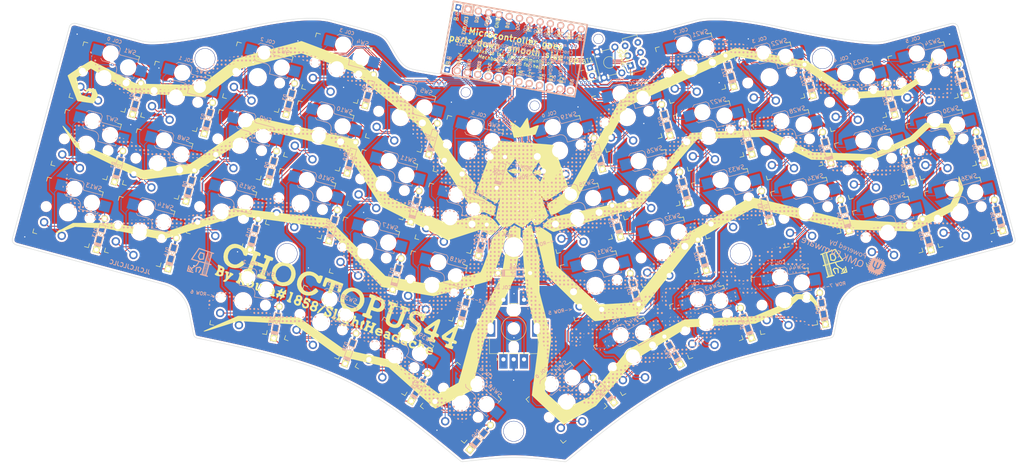
<source format=kicad_pcb>
(kicad_pcb (version 20171130) (host pcbnew "(5.1.10)-1")
  (title_block (title Choctopus44) (date 2021-07-05) (rev "1.0 Prototype"))
  (layers (0 F.Cu signal) (31 B.Cu signal) (34 B.Paste user hide) (35 F.Paste user) (36 B.SilkS user) (37 F.SilkS user) (38 B.Mask user) (39 F.Mask user) (44 Edge.Cuts user))
  (net 0 "")
  (net 1 "Net-(D1-Pad2)")
  (net 2 row0)
  (net 3 "Net-(D2-Pad2)")
  (net 4 "Net-(D3-Pad2)")
  (net 5 "Net-(D4-Pad2)")
  (net 6 "Net-(D5-Pad2)")
  (net 7 "Net-(D6-Pad2)")
  (net 8 row1)
  (net 9 "Net-(D7-Pad2)")
  (net 10 "Net-(D8-Pad2)")
  (net 11 "Net-(D9-Pad2)")
  (net 12 "Net-(D10-Pad2)")
  (net 13 "Net-(D11-Pad2)")
  (net 14 "Net-(D12-Pad2)")
  (net 15 row2)
  (net 16 "Net-(D13-Pad2)")
  (net 17 "Net-(D14-Pad2)")
  (net 18 "Net-(D15-Pad2)")
  (net 19 "Net-(D16-Pad2)")
  (net 20 "Net-(D17-Pad2)")
  (net 21 "Net-(D18-Pad2)")
  (net 22 row3)
  (net 23 "Net-(D19-Pad2)")
  (net 24 "Net-(D20-Pad2)")
  (net 25 "Net-(D21-Pad2)")
  (net 26 "Net-(D22-Pad2)")
  (net 27 "Net-(D23-Pad2)")
  (net 28 "Net-(D24-Pad2)")
  (net 29 row4)
  (net 30 "Net-(D25-Pad2)")
  (net 31 "Net-(D26-Pad2)")
  (net 32 "Net-(D27-Pad2)")
  (net 33 "Net-(D28-Pad2)")
  (net 34 "Net-(D29-Pad2)")
  (net 35 "Net-(D30-Pad2)")
  (net 36 row5)
  (net 37 "Net-(D31-Pad2)")
  (net 38 "Net-(D32-Pad2)")
  (net 39 "Net-(D33-Pad2)")
  (net 40 "Net-(D34-Pad2)")
  (net 41 "Net-(D35-Pad2)")
  (net 42 "Net-(D36-Pad2)")
  (net 43 row6)
  (net 44 "Net-(D37-Pad2)")
  (net 45 "Net-(D38-Pad2)")
  (net 46 "Net-(D39-Pad2)")
  (net 47 "Net-(D40-Pad2)")
  (net 48 "Net-(D41-Pad2)")
  (net 49 VCC)
  (net 50 GND)
  (net 51 col0)
  (net 52 col1)
  (net 53 col2)
  (net 54 col3)
  (net 55 col4)
  (net 56 col5)
  (net 57 reset)
  (net 58 "Net-(D42-Pad2)")
  (net 59 "Net-(U1-Pad1)")
  (net 60 "Net-(U1-Pad13)")
  (net 61 "Net-(U1-Pad24)")
  (net 62 Enc1A)
  (net 63 Enc1B)
  (net 64 row7)
  (net 65 "Net-(D43-Pad2)")
  (net 66 "Net-(D44-Pad2)")
  (net 67 "Net-(D45-Pad2)")
  (net 68 "Net-(BT1-Pad1)")
  (net 69 "Net-(BT1-Pad2)")
  (net 70 +BATT)
  (net 71 -BATT)
  (net 72 "Net-(SW46-Pad6)")
  (net 73 "Net-(SW46-Pad3)")
  (module Button_Switch_THT:SW_E-Switch_EG1271_DPDT (layer F.Cu) (at 173.05 65.525 105)
    (fp_text reference SW46 (at 2.5 -1.65 105) (layer F.SilkS))
    (fp_text value SW_Push_DPDT)
    (pad 6 thru_hole circle (at 5 3.2 105) (size 1.6 1.6) (drill 0.8) (layers *.Cu *.Mask) (net 72 "Net-(SW46-Pad6)"))
    (pad 5 thru_hole circle (at 2.5 3.2 105) (size 1.6 1.6) (drill 0.8) (layers *.Cu *.Mask) (net 70 +BATT))
    (pad 4 thru_hole circle (at 0 3.2 105) (size 1.6 1.6) (drill 0.8) (layers *.Cu *.Mask) (net 68 "Net-(BT1-Pad1)"))
    (pad 3 thru_hole circle (at 5 0 105) (size 1.6 1.6) (drill 0.8) (layers *.Cu *.Mask) (net 73 "Net-(SW46-Pad3)"))
    (pad 2 thru_hole circle (at 2.5 0 105) (size 1.6 1.6) (drill 0.8) (layers *.Cu *.Mask) (net 71 -BATT))
    (pad 1 thru_hole rect (at 0 0 105) (size 1.6 1.6) (drill 0.8) (layers *.Cu *.Mask) (net 69 "Net-(BT1-Pad2)"))
  )
  (module Button_Switch_THT:SW_TH_Tactile_Omron_B3F-10xx (layer F.Cu) (at 169.26 61 285)
    (fp_text reference SW47 (at 3.25 -2.05 105) (layer F.SilkS))
    (fp_text value SW_SPST)
    (pad 1 thru_hole circle (at 0 0 285) (size 1.7 1.7) (drill 1) (layers *.Cu *.Mask) (net 57 reset))
    (pad 1 thru_hole circle (at 6.5 0 285) (size 1.7 1.7) (drill 1) (layers *.Cu *.Mask) (net 57 reset))
    (pad 2 thru_hole circle (at 0 4.5 285) (size 1.7 1.7) (drill 1) (layers *.Cu *.Mask) (net 50 GND))
    (pad 2 thru_hole circle (at 6.5 4.5 285) (size 1.7 1.7) (drill 1) (layers *.Cu *.Mask) (net 50 GND))
  )
  (module Keebio-Parts:ArduinoProMicro (layer B.Cu) (at 146 61.7 350)
    (fp_text reference U1 hide)
    (fp_text value ProMicro hide)
    (fp_text user ST (at -8.91 5.04 260) (layer F.SilkS) (effects (font (size 0.8 0.8))))
    (fp_text user TX0/D3 (at -13.97 -3.571872 260) (layer B.SilkS) (effects (font (size 0.8 0.8)) (justify mirror)))
    (fp_text user TX0/D3 (at -13.97 -3.571872 260) (layer F.SilkS) (effects (font (size 0.8 0.8))))
    (fp_text user D2 (at -11.43 -5.461 260) (layer B.SilkS) (effects (font (size 0.8 0.8)) (justify mirror)))
    (fp_text user D0 (at -1.27 -5.461 260) (layer B.SilkS) (effects (font (size 0.8 0.8)) (justify mirror)))
    (fp_text user D1 (at -3.81 -5.461 260) (layer B.SilkS) (effects (font (size 0.8 0.8)) (justify mirror)))
    (fp_text user GND (at -11.43 5.460999 260) (layer B.SilkS) (effects (font (size 0.8 0.8)) (justify mirror)))
    (fp_text user GND (at -8.89 -5.461 260) (layer B.SilkS) (effects (font (size 0.8 0.8)) (justify mirror)))
    (fp_text user D4 (at 1.851608 -5.502628 260) (layer B.SilkS) (effects (font (size 0.8 0.8)) (justify mirror)))
    (fp_text user C6 (at 4.391607 -5.502628 260) (layer B.SilkS) (effects (font (size 0.8 0.8)) (justify mirror)))
    (fp_text user D7 (at 6.931607 -5.502627 260) (layer B.SilkS) (effects (font (size 0.8 0.8)) (justify mirror)))
    (fp_text user E6 (at 9.471608 -5.502628 260) (layer B.SilkS) (effects (font (size 0.8 0.8)) (justify mirror)))
    (fp_text user B4 (at 12.011607 -5.502627 260) (layer B.SilkS) (effects (font (size 0.8 0.8)) (justify mirror)))
    (fp_text user B5 (at 14.551607 -5.502627 260) (layer B.SilkS) (effects (font (size 0.8 0.8)) (justify mirror)))
    (fp_text user B6 (at 13.97 5.461 260) (layer B.SilkS) (effects (font (size 0.8 0.8)) (justify mirror)))
    (fp_text user B2 (at 11.43 5.461 260) (layer F.SilkS) (effects (font (size 0.8 0.8))))
    (fp_text user B3 (at 9.471607 5.419372 260) (layer B.SilkS) (effects (font (size 0.8 0.8)) (justify mirror)))
    (fp_text user B1 (at 6.931608 5.419372 260) (layer B.SilkS) (effects (font (size 0.8 0.8)) (justify mirror)))
    (fp_text user F7 (at 3.81 5.461 260) (layer F.SilkS) (effects (font (size 0.8 0.8))))
    (fp_text user F6 (at 1.27 5.461 260) (layer F.SilkS) (effects (font (size 0.8 0.8))))
    (fp_text user F5 (at -1.27 5.461 260) (layer F.SilkS) (effects (font (size 0.8 0.8))))
    (fp_text user F4 (at -3.228392 5.419373 260) (layer B.SilkS) (effects (font (size 0.8 0.8)) (justify mirror)))
    (fp_text user VCC (at -6.35 5.461 260) (layer B.SilkS) (effects (font (size 0.8 0.8)) (justify mirror)))
    (fp_text user ST (at -8.92 5.73312 260) (layer B.SilkS) (effects (font (size 0.8 0.8)) (justify mirror)))
    (fp_text user GND (at -11.43 5.461 260) (layer B.SilkS) (effects (font (size 0.8 0.8)) (justify mirror)))
    (fp_text user RAW (at -13.97 5.461 260) (layer B.SilkS) (effects (font (size 0.8 0.8)) (justify mirror)))
    (fp_text user RAW (at -13.9 4.7 260) (layer F.SilkS))
    (fp_text user GND (at -11.43 5.460999 260) (layer F.SilkS) (effects (font (size 0.8 0.8))))
    (fp_text user VCC (at -6.35 5.461 260) (layer F.SilkS) (effects (font (size 0.8 0.8))))
    (fp_text user F4 (at -3.81 5.461 260) (layer F.SilkS) (effects (font (size 0.8 0.8))))
    (fp_text user F5 (at -0.688393 5.419373 260) (layer B.SilkS) (effects (font (size 0.8 0.8)) (justify mirror)))
    (fp_text user F6 (at 1.851607 5.419372 260) (layer B.SilkS) (effects (font (size 0.8 0.8)) (justify mirror)))
    (fp_text user F7 (at 4.391608 5.419373 260) (layer B.SilkS) (effects (font (size 0.8 0.8)) (justify mirror)))
    (fp_text user B1 (at 6.35 5.461 260) (layer F.SilkS) (effects (font (size 0.8 0.8))))
    (fp_text user B3 (at 8.89 5.461 260) (layer F.SilkS) (effects (font (size 0.8 0.8))))
    (fp_text user B2 (at 12.011608 5.419373 260) (layer B.SilkS) (effects (font (size 0.8 0.8)) (justify mirror)))
    (fp_text user B6 (at 13.97 5.461 260) (layer F.SilkS) (effects (font (size 0.8 0.8))))
    (fp_text user B5 (at 13.97 -5.461 260) (layer F.SilkS) (effects (font (size 0.8 0.8))))
    (fp_text user B4 (at 11.43 -5.460999 260) (layer F.SilkS) (effects (font (size 0.8 0.8))))
    (fp_text user E6 (at 8.89 -5.461 260) (layer F.SilkS) (effects (font (size 0.8 0.8))))
    (fp_text user D7 (at 6.35 -5.461 260) (layer F.SilkS) (effects (font (size 0.8 0.8))))
    (fp_text user C6 (at 3.81 -5.461 260) (layer F.SilkS) (effects (font (size 0.8 0.8))))
    (fp_text user D4 (at 1.27 -5.461 260) (layer F.SilkS) (effects (font (size 0.8 0.8))))
    (fp_text user GND (at -8.89 -5.461 260) (layer F.SilkS) (effects (font (size 0.8 0.8))))
    (fp_text user GND (at -6.35 -5.461 260) (layer F.SilkS) (effects (font (size 0.8 0.8))))
    (fp_text user D1 (at -3.81 -5.461 260) (layer F.SilkS) (effects (font (size 0.8 0.8))))
    (fp_text user D0 (at -1.27 -5.461 260) (layer F.SilkS) (effects (font (size 0.8 0.8))))
    (fp_text user D2 (at -11.43 -5.461 260) (layer F.SilkS) (effects (font (size 0.8 0.8))))
    (pad 24 thru_hole circle (at -13.97 7.62 350) (size 1.7526 1.7526) (drill 1.0922) (layers *.Cu *.SilkS *.Mask) (net 61 "Net-(U1-Pad24)"))
    (pad 12 thru_hole circle (at 13.97 -7.62 350) (size 1.7526 1.7526) (drill 1.0922) (layers *.Cu *.SilkS *.Mask) (net 56 col5))
    (pad 23 thru_hole circle (at -11.43 7.62 350) (size 1.7526 1.7526) (drill 1.0922) (layers *.Cu *.SilkS *.Mask) (net 50 GND))
    (pad 22 thru_hole circle (at -8.89 7.62 350) (size 1.7526 1.7526) (drill 1.0922) (layers *.Cu *.SilkS *.Mask) (net 57 reset))
    (pad 21 thru_hole circle (at -6.35 7.62 350) (size 1.7526 1.7526) (drill 1.0922) (layers *.Cu *.SilkS *.Mask) (net 49 VCC))
    (pad 20 thru_hole circle (at -3.81 7.62 350) (size 1.7526 1.7526) (drill 1.0922) (layers *.Cu *.SilkS *.Mask) (net 2 row0))
    (pad 19 thru_hole circle (at -1.27 7.62 350) (size 1.7526 1.7526) (drill 1.0922) (layers *.Cu *.SilkS *.Mask) (net 8 row1))
    (pad 18 thru_hole circle (at 1.27 7.62 350) (size 1.7526 1.7526) (drill 1.0922) (layers *.Cu *.SilkS *.Mask) (net 15 row2))
    (pad 17 thru_hole circle (at 3.81 7.62 350) (size 1.7526 1.7526) (drill 1.0922) (layers *.Cu *.SilkS *.Mask) (net 22 row3))
    (pad 16 thru_hole circle (at 6.35 7.62 350) (size 1.7526 1.7526) (drill 1.0922) (layers *.Cu *.SilkS *.Mask) (net 29 row4))
    (pad 15 thru_hole circle (at 8.89 7.62 350) (size 1.7526 1.7526) (drill 1.0922) (layers *.Cu *.SilkS *.Mask) (net 36 row5))
    (pad 14 thru_hole circle (at 11.43 7.62 350) (size 1.7526 1.7526) (drill 1.0922) (layers *.Cu *.SilkS *.Mask) (net 43 row6))
    (pad 13 thru_hole circle (at 13.97 7.62 350) (size 1.7526 1.7526) (drill 1.0922) (layers *.Cu *.SilkS *.Mask) (net 60 "Net-(U1-Pad13)"))
    (pad 11 thru_hole circle (at 11.43 -7.62 350) (size 1.7526 1.7526) (drill 1.0922) (layers *.Cu *.SilkS *.Mask) (net 55 col4))
    (pad 10 thru_hole circle (at 8.89 -7.62 350) (size 1.7526 1.7526) (drill 1.0922) (layers *.Cu *.SilkS *.Mask) (net 54 col3))
    (pad 9 thru_hole circle (at 6.35 -7.62 350) (size 1.7526 1.7526) (drill 1.0922) (layers *.Cu *.SilkS *.Mask) (net 53 col2))
    (pad 8 thru_hole circle (at 3.81 -7.62 350) (size 1.7526 1.7526) (drill 1.0922) (layers *.Cu *.SilkS *.Mask) (net 52 col1))
    (pad 7 thru_hole circle (at 1.27 -7.62 350) (size 1.7526 1.7526) (drill 1.0922) (layers *.Cu *.SilkS *.Mask) (net 51 col0))
    (pad 6 thru_hole circle (at -1.27 -7.62 350) (size 1.7526 1.7526) (drill 1.0922) (layers *.Cu *.SilkS *.Mask) (net 63 Enc1B))
    (pad 5 thru_hole circle (at -3.81 -7.62 350) (size 1.7526 1.7526) (drill 1.0922) (layers *.Cu *.SilkS *.Mask) (net 62 Enc1A))
    (pad 4 thru_hole circle (at -6.35 -7.62 350) (size 1.7526 1.7526) (drill 1.0922) (layers *.Cu *.SilkS *.Mask) (net 50 GND))
    (pad 3 thru_hole circle (at -8.89 -7.62 350) (size 1.7526 1.7526) (drill 1.0922) (layers *.Cu *.SilkS *.Mask) (net 50 GND))
    (pad 2 thru_hole circle (at -11.43 -7.62 350) (size 1.7526 1.7526) (drill 1.0922) (layers *.Cu *.SilkS *.Mask) (net 64 row7))
    (pad 1 thru_hole rect (at -13.97 -7.62 350) (size 1.7526 1.7526) (drill 1.0922) (layers *.Cu *.SilkS *.Mask) (net 59 "Net-(U1-Pad1)"))
  )
  (module Rotary_Encoder:RotaryEncoder_Alps_EC11E-Switch_Vertical_H20mm-SMD-support (layer F.Cu) (at 142.16 137 90)
    (fp_text reference SW45)
    (fp_text value Rotary_Encoder_Switch)
    (pad "" np_thru_hole oval (at 12 2.5 90) (size 2.2 2.6) (drill oval 2.2 2.6) (layers *.Cu *.Mask))
    (pad "" np_thru_hole oval (at 3 2.5 90) (size 2.2 1.6) (drill oval 2.2 1.6) (layers *.Cu *.Mask))
    (pad "" np_thru_hole circle (at 7.5 2.5 90) (size 2.1 2.1) (drill 2.1) (layers *.Cu *.Mask))
    (pad "" smd rect (at -1.5 8.3 90) (size 4 4) (drill (offset 0.5 0)) (layers F.Cu F.Paste F.Mask))
    (pad "" smd rect (at -1.5 -3.3 90) (size 4 4) (drill (offset 0.5 0)) (layers F.Cu F.Paste F.Mask))
    (pad "" smd rect (at 15.1 -3.3 90) (size 4 4) (drill (offset 0.5 0)) (layers F.Cu F.Paste F.Mask))
    (pad "" smd rect (at 15.1 8.3 90) (size 4 4) (drill (offset 0.5 0)) (layers F.Cu F.Paste F.Mask))
    (pad S1 thru_hole rect (at 14.5 5 90) (size 3.5 2) (drill 1 (offset 0.5 0)) (layers *.Cu *.Mask) (net 67 "Net-(D45-Pad2)"))
    (pad S2 thru_hole rect (at 14.5 0 90) (size 3.5 2) (drill 1 (offset 0.5 0)) (layers *.Cu *.Mask) (net 51 col0))
    (pad MP thru_hole rect (at 7.5 8.1 90) (size 4 4) (drill oval 2.8 1.5 (offset 0 0.9)) (layers *.Cu *.Mask))
    (pad MP thru_hole rect (at 7.5 -3.1 90) (size 4 4) (drill oval 2.8 1.5 (offset 0 -0.9)) (layers *.Cu *.Mask))
    (pad B thru_hole rect (at 0 5 90) (size 3.5 2) (drill 1 (offset -0.5 0)) (layers *.Cu *.Mask) (net 63 Enc1B))
    (pad C thru_hole rect (at 0 2.5 90) (size 3.5 2) (drill 1 (offset -0.5 0)) (layers *.Cu *.Mask) (net 50 GND))
    (pad A thru_hole rect (at 0 0 90) (size 3.5 2) (drill 1 (offset -0.5 0)) (layers *.Cu *.Mask) (net 62 Enc1A))
  )
  (module keyswitches:Kailh_socket_PG1350_optional (layer F.Cu) (at 172.173 78.031734 15)
    (fp_text reference SW20)
    (fp_text value SW_PUSH hide)
    (fp_text user %R (at 4.445 -7.62 15) (layer B.SilkS) (effects (justify mirror)))
    (pad "" np_thru_hole circle (at -5.5 0 15) (size 1.7018 1.7018) (drill 1.7018) (layers *.Cu *.Mask))
    (pad "" np_thru_hole circle (at 5.5 0 15) (size 1.7018 1.7018) (drill 1.7018) (layers *.Cu *.Mask))
    (pad 1 smd rect (at -3.275 -5.95 15) (size 2.6 2.6) (layers B.Cu B.Paste B.Mask) (net 52 col1))
    (pad "" np_thru_hole circle (at 5 -3.75 15) (size 3 3) (drill 3) (layers *.Cu *.Mask))
    (pad "" np_thru_hole circle (at 0 0 15) (size 3.429 3.429) (drill 3.429) (layers *.Cu *.Mask))
    (pad 2 thru_hole circle (at -5 3.8 15) (size 2.032 2.032) (drill 1.27) (layers *.Cu *.Mask) (net 24 "Net-(D20-Pad2)"))
    (pad 1 thru_hole circle (at 0 5.9 15) (size 2.032 2.032) (drill 1.27) (layers *.Cu *.Mask) (net 52 col1))
    (pad "" np_thru_hole circle (at 0 -5.95 15) (size 3 3) (drill 3) (layers *.Cu *.Mask))
    (pad 2 smd rect (at 8.275 -3.75 15) (size 2.6 2.6) (layers B.Cu B.Paste B.Mask) (net 24 "Net-(D20-Pad2)"))
  )
  (module keyswitches:Kailh_socket_PG1350_optional (layer F.Cu) (at 78.042872 84.769141 345)
    (fp_text reference SW9)
    (fp_text value SW_PUSH hide)
    (fp_text user %R (at 4.445 -7.62 165) (layer B.SilkS) (effects (justify mirror)))
    (pad "" np_thru_hole circle (at -5.5 0 345) (size 1.7018 1.7018) (drill 1.7018) (layers *.Cu *.Mask))
    (pad "" np_thru_hole circle (at 5.5 0 345) (size 1.7018 1.7018) (drill 1.7018) (layers *.Cu *.Mask))
    (pad 1 smd rect (at -3.275 -5.95 345) (size 2.6 2.6) (layers B.Cu B.Paste B.Mask) (net 53 col2))
    (pad "" np_thru_hole circle (at 5 -3.75 345) (size 3 3) (drill 3) (layers *.Cu *.Mask))
    (pad "" np_thru_hole circle (at 0 0 345) (size 3.429 3.429) (drill 3.429) (layers *.Cu *.Mask))
    (pad 2 thru_hole circle (at -5 3.8 345) (size 2.032 2.032) (drill 1.27) (layers *.Cu *.Mask) (net 11 "Net-(D9-Pad2)"))
    (pad 1 thru_hole circle (at 0 5.9 345) (size 2.032 2.032) (drill 1.27) (layers *.Cu *.Mask) (net 53 col2))
    (pad "" np_thru_hole circle (at 0 -5.95 345) (size 3 3) (drill 3) (layers *.Cu *.Mask))
    (pad 2 smd rect (at 8.275 -3.75 345) (size 2.6 2.6) (layers B.Cu B.Paste B.Mask) (net 11 "Net-(D9-Pad2)"))
  )
  (module keyswitches:Kailh_socket_PG1350_optional (layer F.Cu) (at 133.618917 86.208389 345)
    (fp_text reference SW6)
    (fp_text value SW_PUSH hide)
    (fp_text user %R (at 4.445 -7.62 165) (layer B.SilkS) (effects (justify mirror)))
    (pad "" np_thru_hole circle (at -5.5 0 345) (size 1.7018 1.7018) (drill 1.7018) (layers *.Cu *.Mask))
    (pad "" np_thru_hole circle (at 5.5 0 345) (size 1.7018 1.7018) (drill 1.7018) (layers *.Cu *.Mask))
    (pad 1 smd rect (at -3.275 -5.95 345) (size 2.6 2.6) (layers B.Cu B.Paste B.Mask) (net 56 col5))
    (pad "" np_thru_hole circle (at 5 -3.75 345) (size 3 3) (drill 3) (layers *.Cu *.Mask))
    (pad "" np_thru_hole circle (at 0 0 345) (size 3.429 3.429) (drill 3.429) (layers *.Cu *.Mask))
    (pad 2 thru_hole circle (at -5 3.8 345) (size 2.032 2.032) (drill 1.27) (layers *.Cu *.Mask) (net 7 "Net-(D6-Pad2)"))
    (pad 1 thru_hole circle (at 0 5.9 345) (size 2.032 2.032) (drill 1.27) (layers *.Cu *.Mask) (net 56 col5))
    (pad "" np_thru_hole circle (at 0 -5.95 345) (size 3 3) (drill 3) (layers *.Cu *.Mask))
    (pad 2 smd rect (at 8.275 -3.75 345) (size 2.6 2.6) (layers B.Cu B.Paste B.Mask) (net 7 "Net-(D6-Pad2)"))
  )
  (module keyswitches:Kailh_socket_PG1350_optional (layer F.Cu) (at 187.662377 66.138489 15)
    (fp_text reference SW21)
    (fp_text value SW_PUSH hide)
    (fp_text user %R (at 4.445 -7.62 15) (layer B.SilkS) (effects (justify mirror)))
    (pad "" np_thru_hole circle (at -5.5 0 15) (size 1.7018 1.7018) (drill 1.7018) (layers *.Cu *.Mask))
    (pad "" np_thru_hole circle (at 5.5 0 15) (size 1.7018 1.7018) (drill 1.7018) (layers *.Cu *.Mask))
    (pad 1 smd rect (at -3.275 -5.95 15) (size 2.6 2.6) (layers B.Cu B.Paste B.Mask) (net 53 col2))
    (pad "" np_thru_hole circle (at 5 -3.75 15) (size 3 3) (drill 3) (layers *.Cu *.Mask))
    (pad "" np_thru_hole circle (at 0 0 15) (size 3.429 3.429) (drill 3.429) (layers *.Cu *.Mask))
    (pad 2 thru_hole circle (at -5 3.8 15) (size 2.032 2.032) (drill 1.27) (layers *.Cu *.Mask) (net 25 "Net-(D21-Pad2)"))
    (pad 1 thru_hole circle (at 0 5.9 15) (size 2.032 2.032) (drill 1.27) (layers *.Cu *.Mask) (net 53 col2))
    (pad "" np_thru_hole circle (at 0 -5.95 15) (size 3 3) (drill 3) (layers *.Cu *.Mask))
    (pad 2 smd rect (at 8.275 -3.75 15) (size 2.6 2.6) (layers B.Cu B.Paste B.Mask) (net 25 "Net-(D21-Pad2)"))
  )
  (module keyswitches:Kailh_socket_PG1350_optional (layer F.Cu) (at 117.148878 78.031816 345)
    (fp_text reference SW5)
    (fp_text value SW_PUSH hide)
    (fp_text user %R (at 4.445 -7.62 165) (layer B.SilkS) (effects (justify mirror)))
    (pad "" np_thru_hole circle (at -5.5 0 345) (size 1.7018 1.7018) (drill 1.7018) (layers *.Cu *.Mask))
    (pad "" np_thru_hole circle (at 5.5 0 345) (size 1.7018 1.7018) (drill 1.7018) (layers *.Cu *.Mask))
    (pad 1 smd rect (at -3.275 -5.95 345) (size 2.6 2.6) (layers B.Cu B.Paste B.Mask) (net 55 col4))
    (pad "" np_thru_hole circle (at 5 -3.75 345) (size 3 3) (drill 3) (layers *.Cu *.Mask))
    (pad "" np_thru_hole circle (at 0 0 345) (size 3.429 3.429) (drill 3.429) (layers *.Cu *.Mask))
    (pad 2 thru_hole circle (at -5 3.8 345) (size 2.032 2.032) (drill 1.27) (layers *.Cu *.Mask) (net 6 "Net-(D5-Pad2)"))
    (pad 1 thru_hole circle (at 0 5.9 345) (size 2.032 2.032) (drill 1.27) (layers *.Cu *.Mask) (net 55 col4))
    (pad "" np_thru_hole circle (at 0 -5.95 345) (size 3 3) (drill 3) (layers *.Cu *.Mask))
    (pad 2 smd rect (at 8.275 -3.75 345) (size 2.6 2.6) (layers B.Cu B.Paste B.Mask) (net 6 "Net-(D5-Pad2)"))
  )
  (module keyswitches:Kailh_socket_PG1350_optional (layer F.Cu) (at 253.022825 101.233497 15)
    (fp_text reference SW36)
    (fp_text value SW_PUSH hide)
    (fp_text user %R (at 4.445 -7.62 15) (layer B.SilkS) (effects (justify mirror)))
    (pad "" np_thru_hole circle (at -5.5 0 15) (size 1.7018 1.7018) (drill 1.7018) (layers *.Cu *.Mask))
    (pad "" np_thru_hole circle (at 5.5 0 15) (size 1.7018 1.7018) (drill 1.7018) (layers *.Cu *.Mask))
    (pad 1 smd rect (at -3.275 -5.95 15) (size 2.6 2.6) (layers B.Cu B.Paste B.Mask) (net 56 col5))
    (pad "" np_thru_hole circle (at 5 -3.75 15) (size 3 3) (drill 3) (layers *.Cu *.Mask))
    (pad "" np_thru_hole circle (at 0 0 15) (size 3.429 3.429) (drill 3.429) (layers *.Cu *.Mask))
    (pad 2 thru_hole circle (at -5 3.8 15) (size 2.032 2.032) (drill 1.27) (layers *.Cu *.Mask) (net 42 "Net-(D36-Pad2)"))
    (pad 1 thru_hole circle (at 0 5.9 15) (size 2.032 2.032) (drill 1.27) (layers *.Cu *.Mask) (net 56 col5))
    (pad "" np_thru_hole circle (at 0 -5.95 15) (size 3 3) (drill 3) (layers *.Cu *.Mask))
    (pad 2 smd rect (at 8.275 -3.75 15) (size 2.6 2.6) (layers B.Cu B.Paste B.Mask) (net 42 "Net-(D36-Pad2)"))
  )
  (module keyswitches:Kailh_socket_PG1350_optional (layer F.Cu) (at 101.659501 66.138571 345)
    (fp_text reference SW4)
    (fp_text value SW_PUSH hide)
    (fp_text user %R (at 4.445 -7.62 165) (layer B.SilkS) (effects (justify mirror)))
    (pad "" np_thru_hole circle (at -5.5 0 345) (size 1.7018 1.7018) (drill 1.7018) (layers *.Cu *.Mask))
    (pad "" np_thru_hole circle (at 5.5 0 345) (size 1.7018 1.7018) (drill 1.7018) (layers *.Cu *.Mask))
    (pad 1 smd rect (at -3.275 -5.95 345) (size 2.6 2.6) (layers B.Cu B.Paste B.Mask) (net 54 col3))
    (pad "" np_thru_hole circle (at 5 -3.75 345) (size 3 3) (drill 3) (layers *.Cu *.Mask))
    (pad "" np_thru_hole circle (at 0 0 345) (size 3.429 3.429) (drill 3.429) (layers *.Cu *.Mask))
    (pad 2 thru_hole circle (at -5 3.8 345) (size 2.032 2.032) (drill 1.27) (layers *.Cu *.Mask) (net 5 "Net-(D4-Pad2)"))
    (pad 1 thru_hole circle (at 0 5.9 345) (size 2.032 2.032) (drill 1.27) (layers *.Cu *.Mask) (net 54 col3))
    (pad "" np_thru_hole circle (at 0 -5.95 345) (size 3 3) (drill 3) (layers *.Cu *.Mask))
    (pad 2 smd rect (at 8.275 -3.75 345) (size 2.6 2.6) (layers B.Cu B.Paste B.Mask) (net 5 "Net-(D4-Pad2)"))
  )
  (module keyswitches:Kailh_socket_PG1350_optional (layer F.Cu) (at 36.299054 101.233579 345)
    (fp_text reference SW13)
    (fp_text value SW_PUSH hide)
    (fp_text user %R (at 4.445 -7.62 165) (layer B.SilkS) (effects (justify mirror)))
    (pad "" np_thru_hole circle (at -5.5 0 345) (size 1.7018 1.7018) (drill 1.7018) (layers *.Cu *.Mask))
    (pad "" np_thru_hole circle (at 5.5 0 345) (size 1.7018 1.7018) (drill 1.7018) (layers *.Cu *.Mask))
    (pad 1 smd rect (at -3.275 -5.95 345) (size 2.6 2.6) (layers B.Cu B.Paste B.Mask) (net 51 col0))
    (pad "" np_thru_hole circle (at 5 -3.75 345) (size 3 3) (drill 3) (layers *.Cu *.Mask))
    (pad "" np_thru_hole circle (at 0 0 345) (size 3.429 3.429) (drill 3.429) (layers *.Cu *.Mask))
    (pad 2 thru_hole circle (at -5 3.8 345) (size 2.032 2.032) (drill 1.27) (layers *.Cu *.Mask) (net 16 "Net-(D13-Pad2)"))
    (pad 1 thru_hole circle (at 0 5.9 345) (size 2.032 2.032) (drill 1.27) (layers *.Cu *.Mask) (net 51 col0))
    (pad "" np_thru_hole circle (at 0 -5.95 345) (size 3 3) (drill 3) (layers *.Cu *.Mask))
    (pad 2 smd rect (at 8.275 -3.75 345) (size 2.6 2.6) (layers B.Cu B.Paste B.Mask) (net 16 "Net-(D13-Pad2)"))
  )
  (module keyswitches:Kailh_socket_PG1350_optional (layer F.Cu) (at 131.795001 147.553933 320)
    (fp_text reference SW40)
    (fp_text value SW_PUSH hide)
    (fp_text user %R (at 4.445 -7.62 140) (layer B.SilkS) (effects (justify mirror)))
    (pad "" np_thru_hole circle (at -5.5 0 320) (size 1.7018 1.7018) (drill 1.7018) (layers *.Cu *.Mask))
    (pad "" np_thru_hole circle (at 5.5 0 320) (size 1.7018 1.7018) (drill 1.7018) (layers *.Cu *.Mask))
    (pad 1 smd rect (at -3.275 -5.95 320) (size 2.6 2.6) (layers B.Cu B.Paste B.Mask) (net 56 col5))
    (pad "" np_thru_hole circle (at 5 -3.75 320) (size 3 3) (drill 3) (layers *.Cu *.Mask))
    (pad "" np_thru_hole circle (at 0 0 320) (size 3.429 3.429) (drill 3.429) (layers *.Cu *.Mask))
    (pad 2 thru_hole circle (at -5 3.8 320) (size 2.032 2.032) (drill 1.27) (layers *.Cu *.Mask) (net 47 "Net-(D40-Pad2)"))
    (pad 1 thru_hole circle (at 0 5.9 320) (size 2.032 2.032) (drill 1.27) (layers *.Cu *.Mask) (net 56 col5))
    (pad "" np_thru_hole circle (at 0 -5.95 320) (size 3 3) (drill 3) (layers *.Cu *.Mask))
    (pad 2 smd rect (at 8.275 -3.75 320) (size 2.6 2.6) (layers B.Cu B.Paste B.Mask) (net 47 "Net-(D40-Pad2)"))
  )
  (module keyswitches:Kailh_socket_PG1350_optional (layer F.Cu) (at 191.468834 127.94736 20)
    (fp_text reference SW43)
    (fp_text value SW_PUSH hide)
    (fp_text user %R (at 4.445 -7.62 20) (layer B.SilkS) (effects (justify mirror)))
    (pad "" np_thru_hole circle (at -5.5 0 20) (size 1.7018 1.7018) (drill 1.7018) (layers *.Cu *.Mask))
    (pad "" np_thru_hole circle (at 5.5 0 20) (size 1.7018 1.7018) (drill 1.7018) (layers *.Cu *.Mask))
    (pad 1 smd rect (at -3.275 -5.95 20) (size 2.6 2.6) (layers B.Cu B.Paste B.Mask) (net 53 col2))
    (pad "" np_thru_hole circle (at 5 -3.75 20) (size 3 3) (drill 3) (layers *.Cu *.Mask))
    (pad "" np_thru_hole circle (at 0 0 20) (size 3.429 3.429) (drill 3.429) (layers *.Cu *.Mask))
    (pad 2 thru_hole circle (at -5 3.8 20) (size 2.032 2.032) (drill 1.27) (layers *.Cu *.Mask) (net 65 "Net-(D43-Pad2)"))
    (pad 1 thru_hole circle (at 0 5.9 20) (size 2.032 2.032) (drill 1.27) (layers *.Cu *.Mask) (net 53 col2))
    (pad "" np_thru_hole circle (at 0 -5.95 20) (size 3 3) (drill 3) (layers *.Cu *.Mask))
    (pad 2 smd rect (at 8.275 -3.75 20) (size 2.6 2.6) (layers B.Cu B.Paste B.Mask) (net 65 "Net-(D43-Pad2)"))
  )
  (module keyswitches:Kailh_socket_PG1350_optional (layer F.Cu) (at 173.643092 136.269195 30)
    (fp_text reference SW42)
    (fp_text value SW_PUSH hide)
    (fp_text user %R (at 4.445 -7.62 30) (layer B.SilkS) (effects (justify mirror)))
    (pad "" np_thru_hole circle (at -5.5 0 30) (size 1.7018 1.7018) (drill 1.7018) (layers *.Cu *.Mask))
    (pad "" np_thru_hole circle (at 5.5 0 30) (size 1.7018 1.7018) (drill 1.7018) (layers *.Cu *.Mask))
    (pad 1 smd rect (at -3.275 -5.95 30) (size 2.6 2.6) (layers B.Cu B.Paste B.Mask) (net 52 col1))
    (pad "" np_thru_hole circle (at 5 -3.75 30) (size 3 3) (drill 3) (layers *.Cu *.Mask))
    (pad "" np_thru_hole circle (at 0 0 30) (size 3.429 3.429) (drill 3.429) (layers *.Cu *.Mask))
    (pad 2 thru_hole circle (at -5 3.8 30) (size 2.032 2.032) (drill 1.27) (layers *.Cu *.Mask) (net 58 "Net-(D42-Pad2)"))
    (pad 1 thru_hole circle (at 0 5.9 30) (size 2.032 2.032) (drill 1.27) (layers *.Cu *.Mask) (net 52 col1))
    (pad "" np_thru_hole circle (at 0 -5.95 30) (size 3 3) (drill 3) (layers *.Cu *.Mask))
    (pad 2 smd rect (at 8.275 -3.75 30) (size 2.6 2.6) (layers B.Cu B.Paste B.Mask) (net 58 "Net-(D42-Pad2)"))
  )
  (module keyswitches:Kailh_socket_PG1350_optional (layer F.Cu) (at 97.851713 127.94736 340)
    (fp_text reference SW38)
    (fp_text value SW_PUSH hide)
    (fp_text user %R (at 4.445 -7.62 160) (layer B.SilkS) (effects (justify mirror)))
    (pad "" np_thru_hole circle (at -5.5 0 340) (size 1.7018 1.7018) (drill 1.7018) (layers *.Cu *.Mask))
    (pad "" np_thru_hole circle (at 5.5 0 340) (size 1.7018 1.7018) (drill 1.7018) (layers *.Cu *.Mask))
    (pad 1 smd rect (at -3.275 -5.95 340) (size 2.6 2.6) (layers B.Cu B.Paste B.Mask) (net 54 col3))
    (pad "" np_thru_hole circle (at 5 -3.75 340) (size 3 3) (drill 3) (layers *.Cu *.Mask))
    (pad "" np_thru_hole circle (at 0 0 340) (size 3.429 3.429) (drill 3.429) (layers *.Cu *.Mask))
    (pad 2 thru_hole circle (at -5 3.8 340) (size 2.032 2.032) (drill 1.27) (layers *.Cu *.Mask) (net 45 "Net-(D38-Pad2)"))
    (pad 1 thru_hole circle (at 0 5.9 340) (size 2.032 2.032) (drill 1.27) (layers *.Cu *.Mask) (net 54 col3))
    (pad "" np_thru_hole circle (at 0 -5.95 340) (size 3 3) (drill 3) (layers *.Cu *.Mask))
    (pad 2 smd rect (at 8.275 -3.75 340) (size 2.6 2.6) (layers B.Cu B.Paste B.Mask) (net 45 "Net-(D38-Pad2)"))
  )
  (module keyswitches:Kailh_socket_PG1350_optional (layer F.Cu) (at 78.873909 122.85 350)
    (fp_text reference SW37)
    (fp_text value SW_PUSH hide)
    (fp_text user %R (at 4.445 -7.62 170) (layer B.SilkS) (effects (justify mirror)))
    (pad "" np_thru_hole circle (at -5.5 0 350) (size 1.7018 1.7018) (drill 1.7018) (layers *.Cu *.Mask))
    (pad "" np_thru_hole circle (at 5.5 0 350) (size 1.7018 1.7018) (drill 1.7018) (layers *.Cu *.Mask))
    (pad 1 smd rect (at -3.275 -5.95 350) (size 2.6 2.6) (layers B.Cu B.Paste B.Mask) (net 53 col2))
    (pad "" np_thru_hole circle (at 5 -3.75 350) (size 3 3) (drill 3) (layers *.Cu *.Mask))
    (pad "" np_thru_hole circle (at 0 0 350) (size 3.429 3.429) (drill 3.429) (layers *.Cu *.Mask))
    (pad 2 thru_hole circle (at -5 3.8 350) (size 2.032 2.032) (drill 1.27) (layers *.Cu *.Mask) (net 44 "Net-(D37-Pad2)"))
    (pad 1 thru_hole circle (at 0 5.9 350) (size 2.032 2.032) (drill 1.27) (layers *.Cu *.Mask) (net 53 col2))
    (pad "" np_thru_hole circle (at 0 -5.95 350) (size 3 3) (drill 3) (layers *.Cu *.Mask))
    (pad 2 smd rect (at 8.275 -3.75 350) (size 2.6 2.6) (layers B.Cu B.Paste B.Mask) (net 44 "Net-(D37-Pad2)"))
  )
  (module keyswitches:Kailh_socket_PG1350_optional (layer F.Cu) (at 235.594114 105.910306 15)
    (fp_text reference SW35)
    (fp_text value SW_PUSH hide)
    (fp_text user %R (at 4.445 -7.62 15) (layer B.SilkS) (effects (justify mirror)))
    (pad "" np_thru_hole circle (at -5.5 0 15) (size 1.7018 1.7018) (drill 1.7018) (layers *.Cu *.Mask))
    (pad "" np_thru_hole circle (at 5.5 0 15) (size 1.7018 1.7018) (drill 1.7018) (layers *.Cu *.Mask))
    (pad 1 smd rect (at -3.275 -5.95 15) (size 2.6 2.6) (layers B.Cu B.Paste B.Mask) (net 55 col4))
    (pad "" np_thru_hole circle (at 5 -3.75 15) (size 3 3) (drill 3) (layers *.Cu *.Mask))
    (pad "" np_thru_hole circle (at 0 0 15) (size 3.429 3.429) (drill 3.429) (layers *.Cu *.Mask))
    (pad 2 thru_hole circle (at -5 3.8 15) (size 2.032 2.032) (drill 1.27) (layers *.Cu *.Mask) (net 41 "Net-(D35-Pad2)"))
    (pad 1 thru_hole circle (at 0 5.9 15) (size 2.032 2.032) (drill 1.27) (layers *.Cu *.Mask) (net 55 col4))
    (pad "" np_thru_hole circle (at 0 -5.95 15) (size 3 3) (drill 3) (layers *.Cu *.Mask))
    (pad 2 smd rect (at 8.275 -3.75 15) (size 2.6 2.6) (layers B.Cu B.Paste B.Mask) (net 41 "Net-(D35-Pad2)"))
  )
  (module keyswitches:Kailh_socket_PG1350_optional (layer F.Cu) (at 215.691959 101.247149 15)
    (fp_text reference SW34)
    (fp_text value SW_PUSH hide)
    (fp_text user %R (at 4.445 -7.62 15) (layer B.SilkS) (effects (justify mirror)))
    (pad "" np_thru_hole circle (at -5.5 0 15) (size 1.7018 1.7018) (drill 1.7018) (layers *.Cu *.Mask))
    (pad "" np_thru_hole circle (at 5.5 0 15) (size 1.7018 1.7018) (drill 1.7018) (layers *.Cu *.Mask))
    (pad 1 smd rect (at -3.275 -5.95 15) (size 2.6 2.6) (layers B.Cu B.Paste B.Mask) (net 54 col3))
    (pad "" np_thru_hole circle (at 5 -3.75 15) (size 3 3) (drill 3) (layers *.Cu *.Mask))
    (pad "" np_thru_hole circle (at 0 0 15) (size 3.429 3.429) (drill 3.429) (layers *.Cu *.Mask))
    (pad 2 thru_hole circle (at -5 3.8 15) (size 2.032 2.032) (drill 1.27) (layers *.Cu *.Mask) (net 40 "Net-(D34-Pad2)"))
    (pad 1 thru_hole circle (at 0 5.9 15) (size 2.032 2.032) (drill 1.27) (layers *.Cu *.Mask) (net 54 col3))
    (pad "" np_thru_hole circle (at 0 -5.95 15) (size 3 3) (drill 3) (layers *.Cu *.Mask))
    (pad 2 smd rect (at 8.275 -3.75 15) (size 2.6 2.6) (layers B.Cu B.Paste B.Mask) (net 40 "Net-(D34-Pad2)"))
  )
  (module keyswitches:Kailh_socket_PG1350_optional (layer F.Cu) (at 180.962047 110.910833 15)
    (fp_text reference SW32)
    (fp_text value SW_PUSH hide)
    (fp_text user %R (at 4.445 -7.62 15) (layer B.SilkS) (effects (justify mirror)))
    (pad "" np_thru_hole circle (at -5.5 0 15) (size 1.7018 1.7018) (drill 1.7018) (layers *.Cu *.Mask))
    (pad "" np_thru_hole circle (at 5.5 0 15) (size 1.7018 1.7018) (drill 1.7018) (layers *.Cu *.Mask))
    (pad 1 smd rect (at -3.275 -5.95 15) (size 2.6 2.6) (layers B.Cu B.Paste B.Mask) (net 52 col1))
    (pad "" np_thru_hole circle (at 5 -3.75 15) (size 3 3) (drill 3) (layers *.Cu *.Mask))
    (pad "" np_thru_hole circle (at 0 0 15) (size 3.429 3.429) (drill 3.429) (layers *.Cu *.Mask))
    (pad 2 thru_hole circle (at -5 3.8 15) (size 2.032 2.032) (drill 1.27) (layers *.Cu *.Mask) (net 38 "Net-(D32-Pad2)"))
    (pad 1 thru_hole circle (at 0 5.9 15) (size 2.032 2.032) (drill 1.27) (layers *.Cu *.Mask) (net 52 col1))
    (pad "" np_thru_hole circle (at 0 -5.95 15) (size 3 3) (drill 3) (layers *.Cu *.Mask))
    (pad 2 smd rect (at 8.275 -3.75 15) (size 2.6 2.6) (layers B.Cu B.Paste B.Mask) (net 38 "Net-(D32-Pad2)"))
  )
  (module keyswitches:Kailh_socket_PG1350_optional (layer F.Cu) (at 248.609001 84.745446 15)
    (fp_text reference SW30)
    (fp_text value SW_PUSH hide)
    (fp_text user %R (at 4.445 -7.62 15) (layer B.SilkS) (effects (justify mirror)))
    (pad "" np_thru_hole circle (at -5.5 0 15) (size 1.7018 1.7018) (drill 1.7018) (layers *.Cu *.Mask))
    (pad "" np_thru_hole circle (at 5.5 0 15) (size 1.7018 1.7018) (drill 1.7018) (layers *.Cu *.Mask))
    (pad 1 smd rect (at -3.275 -5.95 15) (size 2.6 2.6) (layers B.Cu B.Paste B.Mask) (net 56 col5))
    (pad "" np_thru_hole circle (at 5 -3.75 15) (size 3 3) (drill 3) (layers *.Cu *.Mask))
    (pad "" np_thru_hole circle (at 0 0 15) (size 3.429 3.429) (drill 3.429) (layers *.Cu *.Mask))
    (pad 2 thru_hole circle (at -5 3.8 15) (size 2.032 2.032) (drill 1.27) (layers *.Cu *.Mask) (net 35 "Net-(D30-Pad2)"))
    (pad 1 thru_hole circle (at 0 5.9 15) (size 2.032 2.032) (drill 1.27) (layers *.Cu *.Mask) (net 56 col5))
    (pad "" np_thru_hole circle (at 0 -5.95 15) (size 3 3) (drill 3) (layers *.Cu *.Mask))
    (pad 2 smd rect (at 8.275 -3.75 15) (size 2.6 2.6) (layers B.Cu B.Paste B.Mask) (net 35 "Net-(D30-Pad2)"))
  )
  (module keyswitches:Kailh_socket_PG1350_optional (layer F.Cu) (at 231.223624 89.458616 15)
    (fp_text reference SW29)
    (fp_text value SW_PUSH hide)
    (fp_text user %R (at 4.445 -7.62 15) (layer B.SilkS) (effects (justify mirror)))
    (pad "" np_thru_hole circle (at -5.5 0 15) (size 1.7018 1.7018) (drill 1.7018) (layers *.Cu *.Mask))
    (pad "" np_thru_hole circle (at 5.5 0 15) (size 1.7018 1.7018) (drill 1.7018) (layers *.Cu *.Mask))
    (pad 1 smd rect (at -3.275 -5.95 15) (size 2.6 2.6) (layers B.Cu B.Paste B.Mask) (net 55 col4))
    (pad "" np_thru_hole circle (at 5 -3.75 15) (size 3 3) (drill 3) (layers *.Cu *.Mask))
    (pad "" np_thru_hole circle (at 0 0 15) (size 3.429 3.429) (drill 3.429) (layers *.Cu *.Mask))
    (pad 2 thru_hole circle (at -5 3.8 15) (size 2.032 2.032) (drill 1.27) (layers *.Cu *.Mask) (net 34 "Net-(D29-Pad2)"))
    (pad 1 thru_hole circle (at 0 5.9 15) (size 2.032 2.032) (drill 1.27) (layers *.Cu *.Mask) (net 55 col4))
    (pad "" np_thru_hole circle (at 0 -5.95 15) (size 3 3) (drill 3) (layers *.Cu *.Mask))
    (pad 2 smd rect (at 8.275 -3.75 15) (size 2.6 2.6) (layers B.Cu B.Paste B.Mask) (net 34 "Net-(D29-Pad2)"))
  )
  (module keyswitches:Kailh_socket_PG1350_optional (layer F.Cu) (at 211.279007 84.769059 15)
    (fp_text reference SW28)
    (fp_text value SW_PUSH hide)
    (fp_text user %R (at 4.445 -7.62 15) (layer B.SilkS) (effects (justify mirror)))
    (pad "" np_thru_hole circle (at -5.5 0 15) (size 1.7018 1.7018) (drill 1.7018) (layers *.Cu *.Mask))
    (pad "" np_thru_hole circle (at 5.5 0 15) (size 1.7018 1.7018) (drill 1.7018) (layers *.Cu *.Mask))
    (pad 1 smd rect (at -3.275 -5.95 15) (size 2.6 2.6) (layers B.Cu B.Paste B.Mask) (net 54 col3))
    (pad "" np_thru_hole circle (at 5 -3.75 15) (size 3 3) (drill 3) (layers *.Cu *.Mask))
    (pad "" np_thru_hole circle (at 0 0 15) (size 3.429 3.429) (drill 3.429) (layers *.Cu *.Mask))
    (pad 2 thru_hole circle (at -5 3.8 15) (size 2.032 2.032) (drill 1.27) (layers *.Cu *.Mask) (net 33 "Net-(D28-Pad2)"))
    (pad 1 thru_hole circle (at 0 5.9 15) (size 2.032 2.032) (drill 1.27) (layers *.Cu *.Mask) (net 54 col3))
    (pad "" np_thru_hole circle (at 0 -5.95 15) (size 3 3) (drill 3) (layers *.Cu *.Mask))
    (pad 2 smd rect (at 8.275 -3.75 15) (size 2.6 2.6) (layers B.Cu B.Paste B.Mask) (net 33 "Net-(D28-Pad2)"))
  )
  (module keyswitches:Kailh_socket_PG1350_optional (layer F.Cu) (at 192.065368 82.61745 15)
    (fp_text reference SW27)
    (fp_text value SW_PUSH hide)
    (fp_text user %R (at 4.445 -7.62 15) (layer B.SilkS) (effects (justify mirror)))
    (pad "" np_thru_hole circle (at -5.5 0 15) (size 1.7018 1.7018) (drill 1.7018) (layers *.Cu *.Mask))
    (pad "" np_thru_hole circle (at 5.5 0 15) (size 1.7018 1.7018) (drill 1.7018) (layers *.Cu *.Mask))
    (pad 1 smd rect (at -3.275 -5.95 15) (size 2.6 2.6) (layers B.Cu B.Paste B.Mask) (net 53 col2))
    (pad "" np_thru_hole circle (at 5 -3.75 15) (size 3 3) (drill 3) (layers *.Cu *.Mask))
    (pad "" np_thru_hole circle (at 0 0 15) (size 3.429 3.429) (drill 3.429) (layers *.Cu *.Mask))
    (pad 2 thru_hole circle (at -5 3.8 15) (size 2.032 2.032) (drill 1.27) (layers *.Cu *.Mask) (net 32 "Net-(D27-Pad2)"))
    (pad 1 thru_hole circle (at 0 5.9 15) (size 2.032 2.032) (drill 1.27) (layers *.Cu *.Mask) (net 53 col2))
    (pad "" np_thru_hole circle (at 0 -5.95 15) (size 3 3) (drill 3) (layers *.Cu *.Mask))
    (pad 2 smd rect (at 8.275 -3.75 15) (size 2.6 2.6) (layers B.Cu B.Paste B.Mask) (net 32 "Net-(D27-Pad2)"))
  )
  (module keyswitches:Kailh_socket_PG1350_optional (layer F.Cu) (at 176.563414 94.481681 15)
    (fp_text reference SW26)
    (fp_text value SW_PUSH hide)
    (fp_text user %R (at 4.445 -7.62 15) (layer B.SilkS) (effects (justify mirror)))
    (pad "" np_thru_hole circle (at -5.5 0 15) (size 1.7018 1.7018) (drill 1.7018) (layers *.Cu *.Mask))
    (pad "" np_thru_hole circle (at 5.5 0 15) (size 1.7018 1.7018) (drill 1.7018) (layers *.Cu *.Mask))
    (pad 1 smd rect (at -3.275 -5.95 15) (size 2.6 2.6) (layers B.Cu B.Paste B.Mask) (net 52 col1))
    (pad "" np_thru_hole circle (at 5 -3.75 15) (size 3 3) (drill 3) (layers *.Cu *.Mask))
    (pad "" np_thru_hole circle (at 0 0 15) (size 3.429 3.429) (drill 3.429) (layers *.Cu *.Mask))
    (pad 2 thru_hole circle (at -5 3.8 15) (size 2.032 2.032) (drill 1.27) (layers *.Cu *.Mask) (net 31 "Net-(D26-Pad2)"))
    (pad 1 thru_hole circle (at 0 5.9 15) (size 2.032 2.032) (drill 1.27) (layers *.Cu *.Mask) (net 52 col1))
    (pad "" np_thru_hole circle (at 0 -5.95 15) (size 3 3) (drill 3) (layers *.Cu *.Mask))
    (pad 2 smd rect (at 8.275 -3.75 15) (size 2.6 2.6) (layers B.Cu B.Paste B.Mask) (net 31 "Net-(D26-Pad2)"))
  )
  (module keyswitches:Kailh_socket_PG1350_optional (layer F.Cu) (at 160.114171 102.666473 15)
    (fp_text reference SW25)
    (fp_text value SW_PUSH hide)
    (fp_text user %R (at 4.445 -7.62 15) (layer B.SilkS) (effects (justify mirror)))
    (pad "" np_thru_hole circle (at -5.5 0 15) (size 1.7018 1.7018) (drill 1.7018) (layers *.Cu *.Mask))
    (pad "" np_thru_hole circle (at 5.5 0 15) (size 1.7018 1.7018) (drill 1.7018) (layers *.Cu *.Mask))
    (pad 1 smd rect (at -3.275 -5.95 15) (size 2.6 2.6) (layers B.Cu B.Paste B.Mask) (net 51 col0))
    (pad "" np_thru_hole circle (at 5 -3.75 15) (size 3 3) (drill 3) (layers *.Cu *.Mask))
    (pad "" np_thru_hole circle (at 0 0 15) (size 3.429 3.429) (drill 3.429) (layers *.Cu *.Mask))
    (pad 2 thru_hole circle (at -5 3.8 15) (size 2.032 2.032) (drill 1.27) (layers *.Cu *.Mask) (net 30 "Net-(D25-Pad2)"))
    (pad 1 thru_hole circle (at 0 5.9 15) (size 2.032 2.032) (drill 1.27) (layers *.Cu *.Mask) (net 51 col0))
    (pad "" np_thru_hole circle (at 0 -5.95 15) (size 3 3) (drill 3) (layers *.Cu *.Mask))
    (pad 2 smd rect (at 8.275 -3.75 15) (size 2.6 2.6) (layers B.Cu B.Paste B.Mask) (net 30 "Net-(D25-Pad2)"))
  )
  (module keyswitches:Kailh_socket_PG1350_optional (layer F.Cu) (at 108.359831 110.910915 345)
    (fp_text reference SW17)
    (fp_text value SW_PUSH hide)
    (fp_text user %R (at 4.445 -7.62 165) (layer B.SilkS) (effects (justify mirror)))
    (pad "" np_thru_hole circle (at -5.5 0 345) (size 1.7018 1.7018) (drill 1.7018) (layers *.Cu *.Mask))
    (pad "" np_thru_hole circle (at 5.5 0 345) (size 1.7018 1.7018) (drill 1.7018) (layers *.Cu *.Mask))
    (pad 1 smd rect (at -3.275 -5.95 345) (size 2.6 2.6) (layers B.Cu B.Paste B.Mask) (net 55 col4))
    (pad "" np_thru_hole circle (at 5 -3.75 345) (size 3 3) (drill 3) (layers *.Cu *.Mask))
    (pad "" np_thru_hole circle (at 0 0 345) (size 3.429 3.429) (drill 3.429) (layers *.Cu *.Mask))
    (pad 2 thru_hole circle (at -5 3.8 345) (size 2.032 2.032) (drill 1.27) (layers *.Cu *.Mask) (net 20 "Net-(D17-Pad2)"))
    (pad 1 thru_hole circle (at 0 5.9 345) (size 2.032 2.032) (drill 1.27) (layers *.Cu *.Mask) (net 55 col4))
    (pad "" np_thru_hole circle (at 0 -5.95 345) (size 3 3) (drill 3) (layers *.Cu *.Mask))
    (pad 2 smd rect (at 8.275 -3.75 345) (size 2.6 2.6) (layers B.Cu B.Paste B.Mask) (net 20 "Net-(D17-Pad2)"))
  )
  (module keyswitches:Kailh_socket_PG1350_optional (layer F.Cu) (at 92.837327 99.105115 345)
    (fp_text reference SW16)
    (fp_text value SW_PUSH hide)
    (fp_text user %R (at 4.445 -7.62 165) (layer B.SilkS) (effects (justify mirror)))
    (pad "" np_thru_hole circle (at -5.5 0 345) (size 1.7018 1.7018) (drill 1.7018) (layers *.Cu *.Mask))
    (pad "" np_thru_hole circle (at 5.5 0 345) (size 1.7018 1.7018) (drill 1.7018) (layers *.Cu *.Mask))
    (pad 1 smd rect (at -3.275 -5.95 345) (size 2.6 2.6) (layers B.Cu B.Paste B.Mask) (net 54 col3))
    (pad "" np_thru_hole circle (at 5 -3.75 345) (size 3 3) (drill 3) (layers *.Cu *.Mask))
    (pad "" np_thru_hole circle (at 0 0 345) (size 3.429 3.429) (drill 3.429) (layers *.Cu *.Mask))
    (pad 2 thru_hole circle (at -5 3.8 345) (size 2.032 2.032) (drill 1.27) (layers *.Cu *.Mask) (net 19 "Net-(D16-Pad2)"))
    (pad 1 thru_hole circle (at 0 5.9 345) (size 2.032 2.032) (drill 1.27) (layers *.Cu *.Mask) (net 54 col3))
    (pad "" np_thru_hole circle (at 0 -5.95 345) (size 3 3) (drill 3) (layers *.Cu *.Mask))
    (pad 2 smd rect (at 8.275 -3.75 345) (size 2.6 2.6) (layers B.Cu B.Paste B.Mask) (net 19 "Net-(D16-Pad2)"))
  )
  (module keyswitches:Kailh_socket_PG1350_optional (layer F.Cu) (at 73.629919 101.247231 345)
    (fp_text reference SW15)
    (fp_text value SW_PUSH hide)
    (fp_text user %R (at 4.445 -7.62 165) (layer B.SilkS) (effects (justify mirror)))
    (pad "" np_thru_hole circle (at -5.5 0 345) (size 1.7018 1.7018) (drill 1.7018) (layers *.Cu *.Mask))
    (pad "" np_thru_hole circle (at 5.5 0 345) (size 1.7018 1.7018) (drill 1.7018) (layers *.Cu *.Mask))
    (pad 1 smd rect (at -3.275 -5.95 345) (size 2.6 2.6) (layers B.Cu B.Paste B.Mask) (net 53 col2))
    (pad "" np_thru_hole circle (at 5 -3.75 345) (size 3 3) (drill 3) (layers *.Cu *.Mask))
    (pad "" np_thru_hole circle (at 0 0 345) (size 3.429 3.429) (drill 3.429) (layers *.Cu *.Mask))
    (pad 2 thru_hole circle (at -5 3.8 345) (size 2.032 2.032) (drill 1.27) (layers *.Cu *.Mask) (net 18 "Net-(D15-Pad2)"))
    (pad 1 thru_hole circle (at 0 5.9 345) (size 2.032 2.032) (drill 1.27) (layers *.Cu *.Mask) (net 53 col2))
    (pad "" np_thru_hole circle (at 0 -5.95 345) (size 3 3) (drill 3) (layers *.Cu *.Mask))
    (pad 2 smd rect (at 8.275 -3.75 345) (size 2.6 2.6) (layers B.Cu B.Paste B.Mask) (net 18 "Net-(D15-Pad2)"))
  )
  (module keyswitches:Kailh_socket_PG1350_optional (layer F.Cu) (at 129.207707 102.666555 345)
    (fp_text reference SW12)
    (fp_text value SW_PUSH hide)
    (fp_text user %R (at 4.445 -7.62 165) (layer B.SilkS) (effects (justify mirror)))
    (pad "" np_thru_hole circle (at -5.5 0 345) (size 1.7018 1.7018) (drill 1.7018) (layers *.Cu *.Mask))
    (pad "" np_thru_hole circle (at 5.5 0 345) (size 1.7018 1.7018) (drill 1.7018) (layers *.Cu *.Mask))
    (pad 1 smd rect (at -3.275 -5.95 345) (size 2.6 2.6) (layers B.Cu B.Paste B.Mask) (net 56 col5))
    (pad "" np_thru_hole circle (at 5 -3.75 345) (size 3 3) (drill 3) (layers *.Cu *.Mask))
    (pad "" np_thru_hole circle (at 0 0 345) (size 3.429 3.429) (drill 3.429) (layers *.Cu *.Mask))
    (pad 2 thru_hole circle (at -5 3.8 345) (size 2.032 2.032) (drill 1.27) (layers *.Cu *.Mask) (net 14 "Net-(D12-Pad2)"))
    (pad 1 thru_hole circle (at 0 5.9 345) (size 2.032 2.032) (drill 1.27) (layers *.Cu *.Mask) (net 56 col5))
    (pad "" np_thru_hole circle (at 0 -5.95 345) (size 3 3) (drill 3) (layers *.Cu *.Mask))
    (pad 2 smd rect (at 8.275 -3.75 345) (size 2.6 2.6) (layers B.Cu B.Paste B.Mask) (net 14 "Net-(D12-Pad2)"))
  )
  (module keyswitches:Kailh_socket_PG1350_optional (layer F.Cu) (at 112.758464 94.481763 345)
    (fp_text reference SW11)
    (fp_text value SW_PUSH hide)
    (fp_text user %R (at 4.445 -7.62 165) (layer B.SilkS) (effects (justify mirror)))
    (pad "" np_thru_hole circle (at -5.5 0 345) (size 1.7018 1.7018) (drill 1.7018) (layers *.Cu *.Mask))
    (pad "" np_thru_hole circle (at 5.5 0 345) (size 1.7018 1.7018) (drill 1.7018) (layers *.Cu *.Mask))
    (pad 1 smd rect (at -3.275 -5.95 345) (size 2.6 2.6) (layers B.Cu B.Paste B.Mask) (net 55 col4))
    (pad "" np_thru_hole circle (at 5 -3.75 345) (size 3 3) (drill 3) (layers *.Cu *.Mask))
    (pad "" np_thru_hole circle (at 0 0 345) (size 3.429 3.429) (drill 3.429) (layers *.Cu *.Mask))
    (pad 2 thru_hole circle (at -5 3.8 345) (size 2.032 2.032) (drill 1.27) (layers *.Cu *.Mask) (net 13 "Net-(D11-Pad2)"))
    (pad 1 thru_hole circle (at 0 5.9 345) (size 2.032 2.032) (drill 1.27) (layers *.Cu *.Mask) (net 55 col4))
    (pad "" np_thru_hole circle (at 0 -5.95 345) (size 3 3) (drill 3) (layers *.Cu *.Mask))
    (pad 2 smd rect (at 8.275 -3.75 345) (size 2.6 2.6) (layers B.Cu B.Paste B.Mask) (net 13 "Net-(D11-Pad2)"))
  )
  (module keyswitches:Kailh_socket_PG1350_optional (layer F.Cu) (at 58.098255 89.458698 345)
    (fp_text reference SW8)
    (fp_text value SW_PUSH hide)
    (fp_text user %R (at 4.445 -7.62 165) (layer B.SilkS) (effects (justify mirror)))
    (pad "" np_thru_hole circle (at -5.5 0 345) (size 1.7018 1.7018) (drill 1.7018) (layers *.Cu *.Mask))
    (pad "" np_thru_hole circle (at 5.5 0 345) (size 1.7018 1.7018) (drill 1.7018) (layers *.Cu *.Mask))
    (pad 1 smd rect (at -3.275 -5.95 345) (size 2.6 2.6) (layers B.Cu B.Paste B.Mask) (net 52 col1))
    (pad "" np_thru_hole circle (at 5 -3.75 345) (size 3 3) (drill 3) (layers *.Cu *.Mask))
    (pad "" np_thru_hole circle (at 0 0 345) (size 3.429 3.429) (drill 3.429) (layers *.Cu *.Mask))
    (pad 2 thru_hole circle (at -5 3.8 345) (size 2.032 2.032) (drill 1.27) (layers *.Cu *.Mask) (net 10 "Net-(D8-Pad2)"))
    (pad 1 thru_hole circle (at 0 5.9 345) (size 2.032 2.032) (drill 1.27) (layers *.Cu *.Mask) (net 52 col1))
    (pad "" np_thru_hole circle (at 0 -5.95 345) (size 3 3) (drill 3) (layers *.Cu *.Mask))
    (pad 2 smd rect (at 8.275 -3.75 345) (size 2.6 2.6) (layers B.Cu B.Paste B.Mask) (net 10 "Net-(D8-Pad2)"))
  )
  (module keyswitches:Kailh_socket_PG1350_optional (layer F.Cu) (at 82.443248 68.320065 345)
    (fp_text reference SW3)
    (fp_text value SW_PUSH hide)
    (fp_text user %R (at 4.445 -7.62 165) (layer B.SilkS) (effects (justify mirror)))
    (pad "" np_thru_hole circle (at -5.5 0 345) (size 1.7018 1.7018) (drill 1.7018) (layers *.Cu *.Mask))
    (pad "" np_thru_hole circle (at 5.5 0 345) (size 1.7018 1.7018) (drill 1.7018) (layers *.Cu *.Mask))
    (pad 1 smd rect (at -3.275 -5.95 345) (size 2.6 2.6) (layers B.Cu B.Paste B.Mask) (net 53 col2))
    (pad "" np_thru_hole circle (at 5 -3.75 345) (size 3 3) (drill 3) (layers *.Cu *.Mask))
    (pad "" np_thru_hole circle (at 0 0 345) (size 3.429 3.429) (drill 3.429) (layers *.Cu *.Mask))
    (pad 2 thru_hole circle (at -5 3.8 345) (size 2.032 2.032) (drill 1.27) (layers *.Cu *.Mask) (net 4 "Net-(D3-Pad2)"))
    (pad 1 thru_hole circle (at 0 5.9 345) (size 2.032 2.032) (drill 1.27) (layers *.Cu *.Mask) (net 53 col2))
    (pad "" np_thru_hole circle (at 0 -5.95 345) (size 3 3) (drill 3) (layers *.Cu *.Mask))
    (pad 2 smd rect (at 8.275 -3.75 345) (size 2.6 2.6) (layers B.Cu B.Paste B.Mask) (net 4 "Net-(D3-Pad2)"))
  )
  (module keyswitches:Kailh_socket_PG1350_optional (layer F.Cu) (at 62.529388 73.002275 345)
    (fp_text reference SW2)
    (fp_text value SW_PUSH hide)
    (fp_text user %R (at 4.445 -7.62 165) (layer B.SilkS) (effects (justify mirror)))
    (pad "" np_thru_hole circle (at -5.5 0 345) (size 1.7018 1.7018) (drill 1.7018) (layers *.Cu *.Mask))
    (pad "" np_thru_hole circle (at 5.5 0 345) (size 1.7018 1.7018) (drill 1.7018) (layers *.Cu *.Mask))
    (pad 1 smd rect (at -3.275 -5.95 345) (size 2.6 2.6) (layers B.Cu B.Paste B.Mask) (net 52 col1))
    (pad "" np_thru_hole circle (at 5 -3.75 345) (size 3 3) (drill 3) (layers *.Cu *.Mask))
    (pad "" np_thru_hole circle (at 0 0 345) (size 3.429 3.429) (drill 3.429) (layers *.Cu *.Mask))
    (pad 2 thru_hole circle (at -5 3.8 345) (size 2.032 2.032) (drill 1.27) (layers *.Cu *.Mask) (net 3 "Net-(D2-Pad2)"))
    (pad 1 thru_hole circle (at 0 5.9 345) (size 2.032 2.032) (drill 1.27) (layers *.Cu *.Mask) (net 52 col1))
    (pad "" np_thru_hole circle (at 0 -5.95 345) (size 3 3) (drill 3) (layers *.Cu *.Mask))
    (pad 2 smd rect (at 8.275 -3.75 345) (size 2.6 2.6) (layers B.Cu B.Paste B.Mask) (net 3 "Net-(D2-Pad2)"))
  )
  (module keyswitches:Kailh_socket_PG1350_optional (layer F.Cu) (at 45.114126 68.28649 345)
    (fp_text reference SW1)
    (fp_text value SW_PUSH hide)
    (fp_text user %R (at 4.445 -7.62 165) (layer B.SilkS) (effects (justify mirror)))
    (pad "" np_thru_hole circle (at -5.5 0 345) (size 1.7018 1.7018) (drill 1.7018) (layers *.Cu *.Mask))
    (pad "" np_thru_hole circle (at 5.5 0 345) (size 1.7018 1.7018) (drill 1.7018) (layers *.Cu *.Mask))
    (pad 1 smd rect (at -3.275 -5.95 345) (size 2.6 2.6) (layers B.Cu B.Paste B.Mask) (net 51 col0))
    (pad "" np_thru_hole circle (at 5 -3.75 345) (size 3 3) (drill 3) (layers *.Cu *.Mask))
    (pad "" np_thru_hole circle (at 0 0 345) (size 3.429 3.429) (drill 3.429) (layers *.Cu *.Mask))
    (pad 2 thru_hole circle (at -5 3.8 345) (size 2.032 2.032) (drill 1.27) (layers *.Cu *.Mask) (net 1 "Net-(D1-Pad2)"))
    (pad 1 thru_hole circle (at 0 5.9 345) (size 2.032 2.032) (drill 1.27) (layers *.Cu *.Mask) (net 51 col0))
    (pad "" np_thru_hole circle (at 0 -5.95 345) (size 3 3) (drill 3) (layers *.Cu *.Mask))
    (pad 2 smd rect (at 8.275 -3.75 345) (size 2.6 2.6) (layers B.Cu B.Paste B.Mask) (net 1 "Net-(D1-Pad2)"))
  )
  (module keyswitches:Kailh_socket_PG1350_optional (layer F.Cu) (at 210.45 122.85 10)
    (fp_text reference SW44)
    (fp_text value SW_PUSH hide)
    (fp_text user %R (at 4.445 -7.62 10) (layer B.SilkS) (effects (justify mirror)))
    (pad "" np_thru_hole circle (at -5.5 0 10) (size 1.7018 1.7018) (drill 1.7018) (layers *.Cu *.Mask))
    (pad "" np_thru_hole circle (at 5.5 0 10) (size 1.7018 1.7018) (drill 1.7018) (layers *.Cu *.Mask))
    (pad 1 smd rect (at -3.275 -5.95 10) (size 2.6 2.6) (layers B.Cu B.Paste B.Mask) (net 54 col3))
    (pad "" np_thru_hole circle (at 5 -3.75 10) (size 3 3) (drill 3) (layers *.Cu *.Mask))
    (pad "" np_thru_hole circle (at 0 0 10) (size 3.429 3.429) (drill 3.429) (layers *.Cu *.Mask))
    (pad 2 thru_hole circle (at -5 3.8 10) (size 2.032 2.032) (drill 1.27) (layers *.Cu *.Mask) (net 66 "Net-(D44-Pad2)"))
    (pad 1 thru_hole circle (at 0 5.9 10) (size 2.032 2.032) (drill 1.27) (layers *.Cu *.Mask) (net 54 col3))
    (pad "" np_thru_hole circle (at 0 -5.95 10) (size 3 3) (drill 3) (layers *.Cu *.Mask))
    (pad 2 smd rect (at 8.275 -3.75 10) (size 2.6 2.6) (layers B.Cu B.Paste B.Mask) (net 66 "Net-(D44-Pad2)"))
  )
  (module keyswitches:Kailh_socket_PG1350_optional (layer F.Cu) (at 157.525897 147.553933 40)
    (fp_text reference SW41)
    (fp_text value SW_PUSH hide)
    (fp_text user %R (at 4.445 -7.62 40) (layer B.SilkS) (effects (justify mirror)))
    (pad "" np_thru_hole circle (at -5.5 0 40) (size 1.7018 1.7018) (drill 1.7018) (layers *.Cu *.Mask))
    (pad "" np_thru_hole circle (at 5.5 0 40) (size 1.7018 1.7018) (drill 1.7018) (layers *.Cu *.Mask))
    (pad 1 smd rect (at -3.275 -5.95 40) (size 2.6 2.6) (layers B.Cu B.Paste B.Mask) (net 51 col0))
    (pad "" np_thru_hole circle (at 5 -3.75 40) (size 3 3) (drill 3) (layers *.Cu *.Mask))
    (pad "" np_thru_hole circle (at 0 0 40) (size 3.429 3.429) (drill 3.429) (layers *.Cu *.Mask))
    (pad 2 thru_hole circle (at -5 3.8 40) (size 2.032 2.032) (drill 1.27) (layers *.Cu *.Mask) (net 48 "Net-(D41-Pad2)"))
    (pad 1 thru_hole circle (at 0 5.9 40) (size 2.032 2.032) (drill 1.27) (layers *.Cu *.Mask) (net 51 col0))
    (pad "" np_thru_hole circle (at 0 -5.95 40) (size 3 3) (drill 3) (layers *.Cu *.Mask))
    (pad 2 smd rect (at 8.275 -3.75 40) (size 2.6 2.6) (layers B.Cu B.Paste B.Mask) (net 48 "Net-(D41-Pad2)"))
  )
  (module keyswitches:Kailh_socket_PG1350_optional (layer F.Cu) (at 40.712878 84.745528 345)
    (fp_text reference SW7)
    (fp_text value SW_PUSH hide)
    (fp_text user %R (at 4.445 -7.62 165) (layer B.SilkS) (effects (justify mirror)))
    (pad "" np_thru_hole circle (at -5.5 0 345) (size 1.7018 1.7018) (drill 1.7018) (layers *.Cu *.Mask))
    (pad "" np_thru_hole circle (at 5.5 0 345) (size 1.7018 1.7018) (drill 1.7018) (layers *.Cu *.Mask))
    (pad 1 smd rect (at -3.275 -5.95 345) (size 2.6 2.6) (layers B.Cu B.Paste B.Mask) (net 51 col0))
    (pad "" np_thru_hole circle (at 5 -3.75 345) (size 3 3) (drill 3) (layers *.Cu *.Mask))
    (pad "" np_thru_hole circle (at 0 0 345) (size 3.429 3.429) (drill 3.429) (layers *.Cu *.Mask))
    (pad 2 thru_hole circle (at -5 3.8 345) (size 2.032 2.032) (drill 1.27) (layers *.Cu *.Mask) (net 9 "Net-(D7-Pad2)"))
    (pad 1 thru_hole circle (at 0 5.9 345) (size 2.032 2.032) (drill 1.27) (layers *.Cu *.Mask) (net 51 col0))
    (pad "" np_thru_hole circle (at 0 -5.95 345) (size 3 3) (drill 3) (layers *.Cu *.Mask))
    (pad 2 smd rect (at 8.275 -3.75 345) (size 2.6 2.6) (layers B.Cu B.Paste B.Mask) (net 9 "Net-(D7-Pad2)"))
  )
  (module keyswitches:Kailh_socket_PG1350_optional (layer F.Cu) (at 196.479192 99.105502 15)
    (fp_text reference SW33)
    (fp_text value SW_PUSH hide)
    (fp_text user %R (at 4.445 -7.62 15) (layer B.SilkS) (effects (justify mirror)))
    (pad "" np_thru_hole circle (at -5.5 0 15) (size 1.7018 1.7018) (drill 1.7018) (layers *.Cu *.Mask))
    (pad "" np_thru_hole circle (at 5.5 0 15) (size 1.7018 1.7018) (drill 1.7018) (layers *.Cu *.Mask))
    (pad 1 smd rect (at -3.275 -5.95 15) (size 2.6 2.6) (layers B.Cu B.Paste B.Mask) (net 53 col2))
    (pad "" np_thru_hole circle (at 5 -3.75 15) (size 3 3) (drill 3) (layers *.Cu *.Mask))
    (pad "" np_thru_hole circle (at 0 0 15) (size 3.429 3.429) (drill 3.429) (layers *.Cu *.Mask))
    (pad 2 thru_hole circle (at -5 3.8 15) (size 2.032 2.032) (drill 1.27) (layers *.Cu *.Mask) (net 39 "Net-(D33-Pad2)"))
    (pad 1 thru_hole circle (at 0 5.9 15) (size 2.032 2.032) (drill 1.27) (layers *.Cu *.Mask) (net 53 col2))
    (pad "" np_thru_hole circle (at 0 -5.95 15) (size 3 3) (drill 3) (layers *.Cu *.Mask))
    (pad 2 smd rect (at 8.275 -3.75 15) (size 2.6 2.6) (layers B.Cu B.Paste B.Mask) (net 39 "Net-(D33-Pad2)"))
  )
  (module keyswitches:Kailh_socket_PG1350_optional (layer F.Cu) (at 53.727764 105.910388 345)
    (fp_text reference SW14)
    (fp_text value SW_PUSH hide)
    (fp_text user %R (at 4.445 -7.62 165) (layer B.SilkS) (effects (justify mirror)))
    (pad "" np_thru_hole circle (at -5.5 0 345) (size 1.7018 1.7018) (drill 1.7018) (layers *.Cu *.Mask))
    (pad "" np_thru_hole circle (at 5.5 0 345) (size 1.7018 1.7018) (drill 1.7018) (layers *.Cu *.Mask))
    (pad 1 smd rect (at -3.275 -5.95 345) (size 2.6 2.6) (layers B.Cu B.Paste B.Mask) (net 52 col1))
    (pad "" np_thru_hole circle (at 5 -3.75 345) (size 3 3) (drill 3) (layers *.Cu *.Mask))
    (pad "" np_thru_hole circle (at 0 0 345) (size 3.429 3.429) (drill 3.429) (layers *.Cu *.Mask))
    (pad 2 thru_hole circle (at -5 3.8 345) (size 2.032 2.032) (drill 1.27) (layers *.Cu *.Mask) (net 17 "Net-(D14-Pad2)"))
    (pad 1 thru_hole circle (at 0 5.9 345) (size 2.032 2.032) (drill 1.27) (layers *.Cu *.Mask) (net 52 col1))
    (pad "" np_thru_hole circle (at 0 -5.95 345) (size 3 3) (drill 3) (layers *.Cu *.Mask))
    (pad 2 smd rect (at 8.275 -3.75 345) (size 2.6 2.6) (layers B.Cu B.Paste B.Mask) (net 17 "Net-(D14-Pad2)"))
  )
  (module keyswitches:Kailh_socket_PG1350_optional (layer F.Cu) (at 164.516291 119.135473 15)
    (fp_text reference SW31)
    (fp_text value SW_PUSH hide)
    (fp_text user %R (at 4.445 -7.62 15) (layer B.SilkS) (effects (justify mirror)))
    (pad "" np_thru_hole circle (at -5.5 0 15) (size 1.7018 1.7018) (drill 1.7018) (layers *.Cu *.Mask))
    (pad "" np_thru_hole circle (at 5.5 0 15) (size 1.7018 1.7018) (drill 1.7018) (layers *.Cu *.Mask))
    (pad 1 smd rect (at -3.275 -5.95 15) (size 2.6 2.6) (layers B.Cu B.Paste B.Mask) (net 51 col0))
    (pad "" np_thru_hole circle (at 5 -3.75 15) (size 3 3) (drill 3) (layers *.Cu *.Mask))
    (pad "" np_thru_hole circle (at 0 0 15) (size 3.429 3.429) (drill 3.429) (layers *.Cu *.Mask))
    (pad 2 thru_hole circle (at -5 3.8 15) (size 2.032 2.032) (drill 1.27) (layers *.Cu *.Mask) (net 37 "Net-(D31-Pad2)"))
    (pad 1 thru_hole circle (at 0 5.9 15) (size 2.032 2.032) (drill 1.27) (layers *.Cu *.Mask) (net 51 col0))
    (pad "" np_thru_hole circle (at 0 -5.95 15) (size 3 3) (drill 3) (layers *.Cu *.Mask))
    (pad 2 smd rect (at 8.275 -3.75 15) (size 2.6 2.6) (layers B.Cu B.Paste B.Mask) (net 37 "Net-(D31-Pad2)"))
  )
  (module keyswitches:Kailh_socket_PG1350_optional (layer F.Cu) (at 244.207753 68.286408 15)
    (fp_text reference SW24)
    (fp_text value SW_PUSH hide)
    (fp_text user %R (at 4.445 -7.62 15) (layer B.SilkS) (effects (justify mirror)))
    (pad "" np_thru_hole circle (at -5.5 0 15) (size 1.7018 1.7018) (drill 1.7018) (layers *.Cu *.Mask))
    (pad "" np_thru_hole circle (at 5.5 0 15) (size 1.7018 1.7018) (drill 1.7018) (layers *.Cu *.Mask))
    (pad 1 smd rect (at -3.275 -5.95 15) (size 2.6 2.6) (layers B.Cu B.Paste B.Mask) (net 56 col5))
    (pad "" np_thru_hole circle (at 5 -3.75 15) (size 3 3) (drill 3) (layers *.Cu *.Mask))
    (pad "" np_thru_hole circle (at 0 0 15) (size 3.429 3.429) (drill 3.429) (layers *.Cu *.Mask))
    (pad 2 thru_hole circle (at -5 3.8 15) (size 2.032 2.032) (drill 1.27) (layers *.Cu *.Mask) (net 28 "Net-(D24-Pad2)"))
    (pad 1 thru_hole circle (at 0 5.9 15) (size 2.032 2.032) (drill 1.27) (layers *.Cu *.Mask) (net 56 col5))
    (pad "" np_thru_hole circle (at 0 -5.95 15) (size 3 3) (drill 3) (layers *.Cu *.Mask))
    (pad 2 smd rect (at 8.275 -3.75 15) (size 2.6 2.6) (layers B.Cu B.Paste B.Mask) (net 28 "Net-(D24-Pad2)"))
  )
  (module keyswitches:Kailh_socket_PG1350_optional (layer F.Cu) (at 124.805588 119.135555 345)
    (fp_text reference SW18)
    (fp_text value SW_PUSH hide)
    (fp_text user %R (at 4.445 -7.62 165) (layer B.SilkS) (effects (justify mirror)))
    (pad "" np_thru_hole circle (at -5.5 0 345) (size 1.7018 1.7018) (drill 1.7018) (layers *.Cu *.Mask))
    (pad "" np_thru_hole circle (at 5.5 0 345) (size 1.7018 1.7018) (drill 1.7018) (layers *.Cu *.Mask))
    (pad 1 smd rect (at -3.275 -5.95 345) (size 2.6 2.6) (layers B.Cu B.Paste B.Mask) (net 56 col5))
    (pad "" np_thru_hole circle (at 5 -3.75 345) (size 3 3) (drill 3) (layers *.Cu *.Mask))
    (pad "" np_thru_hole circle (at 0 0 345) (size 3.429 3.429) (drill 3.429) (layers *.Cu *.Mask))
    (pad 2 thru_hole circle (at -5 3.8 345) (size 2.032 2.032) (drill 1.27) (layers *.Cu *.Mask) (net 21 "Net-(D18-Pad2)"))
    (pad 1 thru_hole circle (at 0 5.9 345) (size 2.032 2.032) (drill 1.27) (layers *.Cu *.Mask) (net 56 col5))
    (pad "" np_thru_hole circle (at 0 -5.95 345) (size 3 3) (drill 3) (layers *.Cu *.Mask))
    (pad 2 smd rect (at 8.275 -3.75 345) (size 2.6 2.6) (layers B.Cu B.Paste B.Mask) (net 21 "Net-(D18-Pad2)"))
  )
  (module keyswitches:Kailh_socket_PG1350_optional (layer F.Cu) (at 97.25651 82.617532 345)
    (fp_text reference SW10)
    (fp_text value SW_PUSH hide)
    (fp_text user %R (at 4.445 -7.62 165) (layer B.SilkS) (effects (justify mirror)))
    (pad "" np_thru_hole circle (at -5.5 0 345) (size 1.7018 1.7018) (drill 1.7018) (layers *.Cu *.Mask))
    (pad "" np_thru_hole circle (at 5.5 0 345) (size 1.7018 1.7018) (drill 1.7018) (layers *.Cu *.Mask))
    (pad 1 smd rect (at -3.275 -5.95 345) (size 2.6 2.6) (layers B.Cu B.Paste B.Mask) (net 54 col3))
    (pad "" np_thru_hole circle (at 5 -3.75 345) (size 3 3) (drill 3) (layers *.Cu *.Mask))
    (pad "" np_thru_hole circle (at 0 0 345) (size 3.429 3.429) (drill 3.429) (layers *.Cu *.Mask))
    (pad 2 thru_hole circle (at -5 3.8 345) (size 2.032 2.032) (drill 1.27) (layers *.Cu *.Mask) (net 12 "Net-(D10-Pad2)"))
    (pad 1 thru_hole circle (at 0 5.9 345) (size 2.032 2.032) (drill 1.27) (layers *.Cu *.Mask) (net 54 col3))
    (pad "" np_thru_hole circle (at 0 -5.95 345) (size 3 3) (drill 3) (layers *.Cu *.Mask))
    (pad 2 smd rect (at 8.275 -3.75 345) (size 2.6 2.6) (layers B.Cu B.Paste B.Mask) (net 12 "Net-(D10-Pad2)"))
  )
  (module keyswitches:Kailh_socket_PG1350_optional (layer F.Cu) (at 115.671362 136.269195 330)
    (fp_text reference SW39)
    (fp_text value SW_PUSH hide)
    (fp_text user %R (at 4.445 -7.62 150) (layer B.SilkS) (effects (justify mirror)))
    (pad "" np_thru_hole circle (at -5.5 0 330) (size 1.7018 1.7018) (drill 1.7018) (layers *.Cu *.Mask))
    (pad "" np_thru_hole circle (at 5.5 0 330) (size 1.7018 1.7018) (drill 1.7018) (layers *.Cu *.Mask))
    (pad 1 smd rect (at -3.275 -5.95 330) (size 2.6 2.6) (layers B.Cu B.Paste B.Mask) (net 55 col4))
    (pad "" np_thru_hole circle (at 5 -3.75 330) (size 3 3) (drill 3) (layers *.Cu *.Mask))
    (pad "" np_thru_hole circle (at 0 0 330) (size 3.429 3.429) (drill 3.429) (layers *.Cu *.Mask))
    (pad 2 thru_hole circle (at -5 3.8 330) (size 2.032 2.032) (drill 1.27) (layers *.Cu *.Mask) (net 46 "Net-(D39-Pad2)"))
    (pad 1 thru_hole circle (at 0 5.9 330) (size 2.032 2.032) (drill 1.27) (layers *.Cu *.Mask) (net 55 col4))
    (pad "" np_thru_hole circle (at 0 -5.95 330) (size 3 3) (drill 3) (layers *.Cu *.Mask))
    (pad 2 smd rect (at 8.275 -3.75 330) (size 2.6 2.6) (layers B.Cu B.Paste B.Mask) (net 46 "Net-(D39-Pad2)"))
  )
  (module keyswitches:Kailh_socket_PG1350_optional (layer F.Cu) (at 226.79249 73.002193 15)
    (fp_text reference SW23)
    (fp_text value SW_PUSH hide)
    (fp_text user %R (at 4.445 -7.62 15) (layer B.SilkS) (effects (justify mirror)))
    (pad "" np_thru_hole circle (at -5.5 0 15) (size 1.7018 1.7018) (drill 1.7018) (layers *.Cu *.Mask))
    (pad "" np_thru_hole circle (at 5.5 0 15) (size 1.7018 1.7018) (drill 1.7018) (layers *.Cu *.Mask))
    (pad 1 smd rect (at -3.275 -5.95 15) (size 2.6 2.6) (layers B.Cu B.Paste B.Mask) (net 55 col4))
    (pad "" np_thru_hole circle (at 5 -3.75 15) (size 3 3) (drill 3) (layers *.Cu *.Mask))
    (pad "" np_thru_hole circle (at 0 0 15) (size 3.429 3.429) (drill 3.429) (layers *.Cu *.Mask))
    (pad 2 thru_hole circle (at -5 3.8 15) (size 2.032 2.032) (drill 1.27) (layers *.Cu *.Mask) (net 27 "Net-(D23-Pad2)"))
    (pad 1 thru_hole circle (at 0 5.9 15) (size 2.032 2.032) (drill 1.27) (layers *.Cu *.Mask) (net 55 col4))
    (pad "" np_thru_hole circle (at 0 -5.95 15) (size 3 3) (drill 3) (layers *.Cu *.Mask))
    (pad 2 smd rect (at 8.275 -3.75 15) (size 2.6 2.6) (layers B.Cu B.Paste B.Mask) (net 27 "Net-(D23-Pad2)"))
  )
  (module keyswitches:Kailh_socket_PG1350_optional (layer F.Cu) (at 206.878631 68.319983 15)
    (fp_text reference SW22)
    (fp_text value SW_PUSH hide)
    (fp_text user %R (at 4.445 -7.62 15) (layer B.SilkS) (effects (justify mirror)))
    (pad "" np_thru_hole circle (at -5.5 0 15) (size 1.7018 1.7018) (drill 1.7018) (layers *.Cu *.Mask))
    (pad "" np_thru_hole circle (at 5.5 0 15) (size 1.7018 1.7018) (drill 1.7018) (layers *.Cu *.Mask))
    (pad 1 smd rect (at -3.275 -5.95 15) (size 2.6 2.6) (layers B.Cu B.Paste B.Mask) (net 54 col3))
    (pad "" np_thru_hole circle (at 5 -3.75 15) (size 3 3) (drill 3) (layers *.Cu *.Mask))
    (pad "" np_thru_hole circle (at 0 0 15) (size 3.429 3.429) (drill 3.429) (layers *.Cu *.Mask))
    (pad 2 thru_hole circle (at -5 3.8 15) (size 2.032 2.032) (drill 1.27) (layers *.Cu *.Mask) (net 26 "Net-(D22-Pad2)"))
    (pad 1 thru_hole circle (at 0 5.9 15) (size 2.032 2.032) (drill 1.27) (layers *.Cu *.Mask) (net 54 col3))
    (pad "" np_thru_hole circle (at 0 -5.95 15) (size 3 3) (drill 3) (layers *.Cu *.Mask))
    (pad 2 smd rect (at 8.275 -3.75 15) (size 2.6 2.6) (layers B.Cu B.Paste B.Mask) (net 26 "Net-(D22-Pad2)"))
  )
  (module keyswitches:Kailh_socket_PG1350_optional (layer F.Cu) (at 155.702962 86.208307 15)
    (fp_text reference SW19)
    (fp_text value SW_PUSH hide)
    (fp_text user %R (at 4.445 -7.62 15) (layer B.SilkS) (effects (justify mirror)))
    (pad "" np_thru_hole circle (at -5.5 0 15) (size 1.7018 1.7018) (drill 1.7018) (layers *.Cu *.Mask))
    (pad "" np_thru_hole circle (at 5.5 0 15) (size 1.7018 1.7018) (drill 1.7018) (layers *.Cu *.Mask))
    (pad 1 smd rect (at -3.275 -5.95 15) (size 2.6 2.6) (layers B.Cu B.Paste B.Mask) (net 51 col0))
    (pad "" np_thru_hole circle (at 5 -3.75 15) (size 3 3) (drill 3) (layers *.Cu *.Mask))
    (pad "" np_thru_hole circle (at 0 0 15) (size 3.429 3.429) (drill 3.429) (layers *.Cu *.Mask))
    (pad 2 thru_hole circle (at -5 3.8 15) (size 2.032 2.032) (drill 1.27) (layers *.Cu *.Mask) (net 23 "Net-(D19-Pad2)"))
    (pad 1 thru_hole circle (at 0 5.9 15) (size 2.032 2.032) (drill 1.27) (layers *.Cu *.Mask) (net 51 col0))
    (pad "" np_thru_hole circle (at 0 -5.95 15) (size 3 3) (drill 3) (layers *.Cu *.Mask))
    (pad 2 smd rect (at 8.275 -3.75 15) (size 2.6 2.6) (layers B.Cu B.Paste B.Mask) (net 23 "Net-(D19-Pad2)"))
  )
  (module "keyboard stuff:choctopus205-v2-dots" (layer B.Cu) (at 145.75 108.25 180)
    (fp_text reference G*** hide)
    (fp_text value LOGO hide)
  )
  (module "keyboard stuff:choctopus205-v2" (layer F.Cu) (at 143.25 108.75)
    (fp_text reference G*** hide)
    (fp_text value LOGO hide)
  )
  (module "keyboard stuff:routa-logo-smallish" (layer F.Cu) (at 222.5 113.5 15)
    (fp_text reference G*** hide)
    (fp_text value LOGO hide)
  )
  (module "keyboard stuff:routa-logo-smallish" (layer B.Cu) (at 68.5 113.25 165)
    (fp_text reference G*** hide)
    (fp_text value LOGO hide)
  )
  (module Keebio-Parts:Diode-dual (layer F.Cu) (at 132.705588 124.435555 255)
    (fp_text reference D18 (at -0.0254 1.4 255) (layer B.SilkS) (effects (font (size 0.8 0.8)) (justify mirror)))
    (fp_text value 1N4148W hide)
    (pad 2 smd rect (at -2.5 0 255) (size 2.9 0.5) (layers B.Cu) (net 21 "Net-(D18-Pad2)"))
    (pad 2 smd rect (at -1.4 0 255) (size 1.6 1.2) (layers B.Cu B.Paste B.Mask) (net 21 "Net-(D18-Pad2)"))
    (pad 1 smd rect (at 1.4 0 255) (size 1.6 1.2) (layers B.Cu B.Paste B.Mask) (net 15 row2))
    (pad 1 smd rect (at 2.5 0 255) (size 2.9 0.5) (layers B.Cu) (net 15 row2))
    (pad 1 smd rect (at 1.4 0 255) (size 1.6 1.2) (layers F.Cu F.Paste F.Mask) (net 15 row2))
    (pad 2 smd rect (at -1.4 0 255) (size 1.6 1.2) (layers F.Cu F.Paste F.Mask) (net 21 "Net-(D18-Pad2)"))
    (pad 2 thru_hole circle (at -3.9 0 255) (size 1.6 1.6) (drill 1) (layers *.Cu *.Mask F.SilkS) (net 21 "Net-(D18-Pad2)"))
    (pad 1 thru_hole rect (at 3.9 0 255) (size 1.6 1.6) (drill 1) (layers *.Cu *.Mask F.SilkS) (net 15 row2))
    (pad 2 smd rect (at -2.5 0 255) (size 2.9 0.5) (layers F.Cu) (net 21 "Net-(D18-Pad2)"))
    (pad 1 smd rect (at 2.5 0 255) (size 2.9 0.5) (layers F.Cu) (net 15 row2))
  )
  (module Keebio-Parts:Diode-dual (layer F.Cu) (at 181.673 78.731734 285)
    (fp_text reference D20 (at -0.0254 1.4 105) (layer B.SilkS) (effects (font (size 0.8 0.8)) (justify mirror)))
    (fp_text value 1N4148W hide)
    (pad 2 smd rect (at -2.5 0 285) (size 2.9 0.5) (layers B.Cu) (net 24 "Net-(D20-Pad2)"))
    (pad 2 smd rect (at -1.4 0 285) (size 1.6 1.2) (layers B.Cu B.Paste B.Mask) (net 24 "Net-(D20-Pad2)"))
    (pad 1 smd rect (at 1.4 0 285) (size 1.6 1.2) (layers B.Cu B.Paste B.Mask) (net 22 row3))
    (pad 1 smd rect (at 2.5 0 285) (size 2.9 0.5) (layers B.Cu) (net 22 row3))
    (pad 1 smd rect (at 1.4 0 285) (size 1.6 1.2) (layers F.Cu F.Paste F.Mask) (net 22 row3))
    (pad 2 smd rect (at -1.4 0 285) (size 1.6 1.2) (layers F.Cu F.Paste F.Mask) (net 24 "Net-(D20-Pad2)"))
    (pad 2 thru_hole circle (at -3.9 0 285) (size 1.6 1.6) (drill 1) (layers *.Cu *.Mask F.SilkS) (net 24 "Net-(D20-Pad2)"))
    (pad 1 thru_hole rect (at 3.9 0 285) (size 1.6 1.6) (drill 1) (layers *.Cu *.Mask F.SilkS) (net 22 row3))
    (pad 2 smd rect (at -2.5 0 285) (size 2.9 0.5) (layers F.Cu) (net 24 "Net-(D20-Pad2)"))
    (pad 1 smd rect (at 2.5 0 285) (size 2.9 0.5) (layers F.Cu) (net 22 row3))
  )
  (module Keebio-Parts:Diode-dual (layer F.Cu) (at 174.02 119.84 285)
    (fp_text reference D31 (at -0.0254 1.4 105) (layer B.SilkS) (effects (font (size 0.8 0.8)) (justify mirror)))
    (fp_text value 1N4148W hide)
    (pad 2 smd rect (at -2.5 0 285) (size 2.9 0.5) (layers B.Cu) (net 37 "Net-(D31-Pad2)"))
    (pad 2 smd rect (at -1.4 0 285) (size 1.6 1.2) (layers B.Cu B.Paste B.Mask) (net 37 "Net-(D31-Pad2)"))
    (pad 1 smd rect (at 1.4 0 285) (size 1.6 1.2) (layers B.Cu B.Paste B.Mask) (net 36 row5))
    (pad 1 smd rect (at 2.5 0 285) (size 2.9 0.5) (layers B.Cu) (net 36 row5))
    (pad 1 smd rect (at 1.4 0 285) (size 1.6 1.2) (layers F.Cu F.Paste F.Mask) (net 36 row5))
    (pad 2 smd rect (at -1.4 0 285) (size 1.6 1.2) (layers F.Cu F.Paste F.Mask) (net 37 "Net-(D31-Pad2)"))
    (pad 2 thru_hole circle (at -3.9 0 285) (size 1.6 1.6) (drill 1) (layers *.Cu *.Mask F.SilkS) (net 37 "Net-(D31-Pad2)"))
    (pad 1 thru_hole rect (at 3.9 0 285) (size 1.6 1.6) (drill 1) (layers *.Cu *.Mask F.SilkS) (net 36 row5))
    (pad 2 smd rect (at -2.5 0 285) (size 2.9 0.5) (layers F.Cu) (net 37 "Net-(D31-Pad2)"))
    (pad 1 smd rect (at 2.5 0 285) (size 2.9 0.5) (layers F.Cu) (net 36 row5))
  )
  (module Keebio-Parts:Diode-dual (layer F.Cu) (at 186.063414 95.181681 285)
    (fp_text reference D26 (at -0.0254 1.4 105) (layer B.SilkS) (effects (font (size 0.8 0.8)) (justify mirror)))
    (fp_text value 1N4148W hide)
    (pad 2 smd rect (at -2.5 0 285) (size 2.9 0.5) (layers B.Cu) (net 31 "Net-(D26-Pad2)"))
    (pad 2 smd rect (at -1.4 0 285) (size 1.6 1.2) (layers B.Cu B.Paste B.Mask) (net 31 "Net-(D26-Pad2)"))
    (pad 1 smd rect (at 1.4 0 285) (size 1.6 1.2) (layers B.Cu B.Paste B.Mask) (net 29 row4))
    (pad 1 smd rect (at 2.5 0 285) (size 2.9 0.5) (layers B.Cu) (net 29 row4))
    (pad 1 smd rect (at 1.4 0 285) (size 1.6 1.2) (layers F.Cu F.Paste F.Mask) (net 29 row4))
    (pad 2 smd rect (at -1.4 0 285) (size 1.6 1.2) (layers F.Cu F.Paste F.Mask) (net 31 "Net-(D26-Pad2)"))
    (pad 2 thru_hole circle (at -3.9 0 285) (size 1.6 1.6) (drill 1) (layers *.Cu *.Mask F.SilkS) (net 31 "Net-(D26-Pad2)"))
    (pad 1 thru_hole rect (at 3.9 0 285) (size 1.6 1.6) (drill 1) (layers *.Cu *.Mask F.SilkS) (net 29 row4))
    (pad 2 smd rect (at -2.5 0 285) (size 2.9 0.5) (layers F.Cu) (net 31 "Net-(D26-Pad2)"))
    (pad 1 smd rect (at 2.5 0 285) (size 2.9 0.5) (layers F.Cu) (net 29 row4))
  )
  (module Keebio-Parts:Diode-dual (layer F.Cu) (at 53.014126 73.58649 255)
    (fp_text reference D1 (at -0.0254 1.4 75) (layer B.SilkS) (effects (font (size 0.8 0.8)) (justify mirror)))
    (fp_text value 1N4148W hide)
    (pad 2 smd rect (at -2.5 0 255) (size 2.9 0.5) (layers B.Cu) (net 1 "Net-(D1-Pad2)"))
    (pad 2 smd rect (at -1.4 0 255) (size 1.6 1.2) (layers B.Cu B.Paste B.Mask) (net 1 "Net-(D1-Pad2)"))
    (pad 1 smd rect (at 1.4 0 255) (size 1.6 1.2) (layers B.Cu B.Paste B.Mask) (net 2 row0))
    (pad 1 smd rect (at 2.5 0 255) (size 2.9 0.5) (layers B.Cu) (net 2 row0))
    (pad 1 smd rect (at 1.4 0 255) (size 1.6 1.2) (layers F.Cu F.Paste F.Mask) (net 2 row0))
    (pad 2 smd rect (at -1.4 0 255) (size 1.6 1.2) (layers F.Cu F.Paste F.Mask) (net 1 "Net-(D1-Pad2)"))
    (pad 2 thru_hole circle (at -3.9 0 255) (size 1.6 1.6) (drill 1) (layers *.Cu *.Mask F.SilkS) (net 1 "Net-(D1-Pad2)"))
    (pad 1 thru_hole rect (at 3.9 0 255) (size 1.6 1.6) (drill 1) (layers *.Cu *.Mask F.SilkS) (net 2 row0))
    (pad 2 smd rect (at -2.5 0 255) (size 2.9 0.5) (layers F.Cu) (net 1 "Net-(D1-Pad2)"))
    (pad 1 smd rect (at 2.5 0 255) (size 2.9 0.5) (layers F.Cu) (net 2 row0))
  )
  (module Keebio-Parts:Diode-dual (layer F.Cu) (at 70.429388 78.302275 255)
    (fp_text reference D2 (at -0.0254 1.4 75) (layer B.SilkS) (effects (font (size 0.8 0.8)) (justify mirror)))
    (fp_text value 1N4148W hide)
    (pad 2 smd rect (at -2.5 0 255) (size 2.9 0.5) (layers B.Cu) (net 3 "Net-(D2-Pad2)"))
    (pad 2 smd rect (at -1.4 0 255) (size 1.6 1.2) (layers B.Cu B.Paste B.Mask) (net 3 "Net-(D2-Pad2)"))
    (pad 1 smd rect (at 1.4 0 255) (size 1.6 1.2) (layers B.Cu B.Paste B.Mask) (net 2 row0))
    (pad 1 smd rect (at 2.5 0 255) (size 2.9 0.5) (layers B.Cu) (net 2 row0))
    (pad 1 smd rect (at 1.4 0 255) (size 1.6 1.2) (layers F.Cu F.Paste F.Mask) (net 2 row0))
    (pad 2 smd rect (at -1.4 0 255) (size 1.6 1.2) (layers F.Cu F.Paste F.Mask) (net 3 "Net-(D2-Pad2)"))
    (pad 2 thru_hole circle (at -3.9 0 255) (size 1.6 1.6) (drill 1) (layers *.Cu *.Mask F.SilkS) (net 3 "Net-(D2-Pad2)"))
    (pad 1 thru_hole rect (at 3.9 0 255) (size 1.6 1.6) (drill 1) (layers *.Cu *.Mask F.SilkS) (net 2 row0))
    (pad 2 smd rect (at -2.5 0 255) (size 2.9 0.5) (layers F.Cu) (net 3 "Net-(D2-Pad2)"))
    (pad 1 smd rect (at 2.5 0 255) (size 2.9 0.5) (layers F.Cu) (net 2 row0))
  )
  (module Keebio-Parts:Diode-dual (layer F.Cu) (at 90.343248 73.620065 255)
    (fp_text reference D3 (at -0.0254 1.4 75) (layer B.SilkS) (effects (font (size 0.8 0.8)) (justify mirror)))
    (fp_text value 1N4148W hide)
    (pad 2 smd rect (at -2.5 0 255) (size 2.9 0.5) (layers B.Cu) (net 4 "Net-(D3-Pad2)"))
    (pad 2 smd rect (at -1.4 0 255) (size 1.6 1.2) (layers B.Cu B.Paste B.Mask) (net 4 "Net-(D3-Pad2)"))
    (pad 1 smd rect (at 1.4 0 255) (size 1.6 1.2) (layers B.Cu B.Paste B.Mask) (net 2 row0))
    (pad 1 smd rect (at 2.5 0 255) (size 2.9 0.5) (layers B.Cu) (net 2 row0))
    (pad 1 smd rect (at 1.4 0 255) (size 1.6 1.2) (layers F.Cu F.Paste F.Mask) (net 2 row0))
    (pad 2 smd rect (at -1.4 0 255) (size 1.6 1.2) (layers F.Cu F.Paste F.Mask) (net 4 "Net-(D3-Pad2)"))
    (pad 2 thru_hole circle (at -3.9 0 255) (size 1.6 1.6) (drill 1) (layers *.Cu *.Mask F.SilkS) (net 4 "Net-(D3-Pad2)"))
    (pad 1 thru_hole rect (at 3.9 0 255) (size 1.6 1.6) (drill 1) (layers *.Cu *.Mask F.SilkS) (net 2 row0))
    (pad 2 smd rect (at -2.5 0 255) (size 2.9 0.5) (layers F.Cu) (net 4 "Net-(D3-Pad2)"))
    (pad 1 smd rect (at 2.5 0 255) (size 2.9 0.5) (layers F.Cu) (net 2 row0))
  )
  (module Keebio-Parts:Diode-dual (layer F.Cu) (at 109.559501 71.438571 255)
    (fp_text reference D4 (at -0.0254 1.4 75) (layer B.SilkS) (effects (font (size 0.8 0.8)) (justify mirror)))
    (fp_text value 1N4148W hide)
    (pad 2 smd rect (at -2.5 0 255) (size 2.9 0.5) (layers B.Cu) (net 5 "Net-(D4-Pad2)"))
    (pad 2 smd rect (at -1.4 0 255) (size 1.6 1.2) (layers B.Cu B.Paste B.Mask) (net 5 "Net-(D4-Pad2)"))
    (pad 1 smd rect (at 1.4 0 255) (size 1.6 1.2) (layers B.Cu B.Paste B.Mask) (net 2 row0))
    (pad 1 smd rect (at 2.5 0 255) (size 2.9 0.5) (layers B.Cu) (net 2 row0))
    (pad 1 smd rect (at 1.4 0 255) (size 1.6 1.2) (layers F.Cu F.Paste F.Mask) (net 2 row0))
    (pad 2 smd rect (at -1.4 0 255) (size 1.6 1.2) (layers F.Cu F.Paste F.Mask) (net 5 "Net-(D4-Pad2)"))
    (pad 2 thru_hole circle (at -3.9 0 255) (size 1.6 1.6) (drill 1) (layers *.Cu *.Mask F.SilkS) (net 5 "Net-(D4-Pad2)"))
    (pad 1 thru_hole rect (at 3.9 0 255) (size 1.6 1.6) (drill 1) (layers *.Cu *.Mask F.SilkS) (net 2 row0))
    (pad 2 smd rect (at -2.5 0 255) (size 2.9 0.5) (layers F.Cu) (net 5 "Net-(D4-Pad2)"))
    (pad 1 smd rect (at 2.5 0 255) (size 2.9 0.5) (layers F.Cu) (net 2 row0))
  )
  (module Keebio-Parts:Diode-dual (layer F.Cu) (at 125.048878 83.331816 255)
    (fp_text reference D5 (at -0.0254 1.4 75) (layer B.SilkS) (effects (font (size 0.8 0.8)) (justify mirror)))
    (fp_text value 1N4148W hide)
    (pad 2 smd rect (at -2.5 0 255) (size 2.9 0.5) (layers B.Cu) (net 6 "Net-(D5-Pad2)"))
    (pad 2 smd rect (at -1.4 0 255) (size 1.6 1.2) (layers B.Cu B.Paste B.Mask) (net 6 "Net-(D5-Pad2)"))
    (pad 1 smd rect (at 1.4 0 255) (size 1.6 1.2) (layers B.Cu B.Paste B.Mask) (net 2 row0))
    (pad 1 smd rect (at 2.5 0 255) (size 2.9 0.5) (layers B.Cu) (net 2 row0))
    (pad 1 smd rect (at 1.4 0 255) (size 1.6 1.2) (layers F.Cu F.Paste F.Mask) (net 2 row0))
    (pad 2 smd rect (at -1.4 0 255) (size 1.6 1.2) (layers F.Cu F.Paste F.Mask) (net 6 "Net-(D5-Pad2)"))
    (pad 2 thru_hole circle (at -3.9 0 255) (size 1.6 1.6) (drill 1) (layers *.Cu *.Mask F.SilkS) (net 6 "Net-(D5-Pad2)"))
    (pad 1 thru_hole rect (at 3.9 0 255) (size 1.6 1.6) (drill 1) (layers *.Cu *.Mask F.SilkS) (net 2 row0))
    (pad 2 smd rect (at -2.5 0 255) (size 2.9 0.5) (layers F.Cu) (net 6 "Net-(D5-Pad2)"))
    (pad 1 smd rect (at 2.5 0 255) (size 2.9 0.5) (layers F.Cu) (net 2 row0))
  )
  (module Keebio-Parts:Diode-dual (layer F.Cu) (at 141.518917 91.508389 255)
    (fp_text reference D6 (at -0.0254 1.4 75) (layer B.SilkS) (effects (font (size 0.8 0.8)) (justify mirror)))
    (fp_text value 1N4148W hide)
    (pad 2 smd rect (at -2.5 0 255) (size 2.9 0.5) (layers B.Cu) (net 7 "Net-(D6-Pad2)"))
    (pad 2 smd rect (at -1.4 0 255) (size 1.6 1.2) (layers B.Cu B.Paste B.Mask) (net 7 "Net-(D6-Pad2)"))
    (pad 1 smd rect (at 1.4 0 255) (size 1.6 1.2) (layers B.Cu B.Paste B.Mask) (net 2 row0))
    (pad 1 smd rect (at 2.5 0 255) (size 2.9 0.5) (layers B.Cu) (net 2 row0))
    (pad 1 smd rect (at 1.4 0 255) (size 1.6 1.2) (layers F.Cu F.Paste F.Mask) (net 2 row0))
    (pad 2 smd rect (at -1.4 0 255) (size 1.6 1.2) (layers F.Cu F.Paste F.Mask) (net 7 "Net-(D6-Pad2)"))
    (pad 2 thru_hole circle (at -3.9 0 255) (size 1.6 1.6) (drill 1) (layers *.Cu *.Mask F.SilkS) (net 7 "Net-(D6-Pad2)"))
    (pad 1 thru_hole rect (at 3.9 0 255) (size 1.6 1.6) (drill 1) (layers *.Cu *.Mask F.SilkS) (net 2 row0))
    (pad 2 smd rect (at -2.5 0 255) (size 2.9 0.5) (layers F.Cu) (net 7 "Net-(D6-Pad2)"))
    (pad 1 smd rect (at 2.5 0 255) (size 2.9 0.5) (layers F.Cu) (net 2 row0))
  )
  (module Keebio-Parts:Diode-dual (layer F.Cu) (at 48.612878 90.045528 255)
    (fp_text reference D7 (at -0.0254 1.4 75) (layer B.SilkS) (effects (font (size 0.8 0.8)) (justify mirror)))
    (fp_text value 1N4148W hide)
    (pad 2 smd rect (at -2.5 0 255) (size 2.9 0.5) (layers B.Cu) (net 9 "Net-(D7-Pad2)"))
    (pad 2 smd rect (at -1.4 0 255) (size 1.6 1.2) (layers B.Cu B.Paste B.Mask) (net 9 "Net-(D7-Pad2)"))
    (pad 1 smd rect (at 1.4 0 255) (size 1.6 1.2) (layers B.Cu B.Paste B.Mask) (net 8 row1))
    (pad 1 smd rect (at 2.5 0 255) (size 2.9 0.5) (layers B.Cu) (net 8 row1))
    (pad 1 smd rect (at 1.4 0 255) (size 1.6 1.2) (layers F.Cu F.Paste F.Mask) (net 8 row1))
    (pad 2 smd rect (at -1.4 0 255) (size 1.6 1.2) (layers F.Cu F.Paste F.Mask) (net 9 "Net-(D7-Pad2)"))
    (pad 2 thru_hole circle (at -3.9 0 255) (size 1.6 1.6) (drill 1) (layers *.Cu *.Mask F.SilkS) (net 9 "Net-(D7-Pad2)"))
    (pad 1 thru_hole rect (at 3.9 0 255) (size 1.6 1.6) (drill 1) (layers *.Cu *.Mask F.SilkS) (net 8 row1))
    (pad 2 smd rect (at -2.5 0 255) (size 2.9 0.5) (layers F.Cu) (net 9 "Net-(D7-Pad2)"))
    (pad 1 smd rect (at 2.5 0 255) (size 2.9 0.5) (layers F.Cu) (net 8 row1))
  )
  (module Keebio-Parts:Diode-dual (layer F.Cu) (at 65.998255 94.758698 255)
    (fp_text reference D8 (at -0.0254 1.4 75) (layer B.SilkS) (effects (font (size 0.8 0.8)) (justify mirror)))
    (fp_text value 1N4148W hide)
    (pad 2 smd rect (at -2.5 0 255) (size 2.9 0.5) (layers B.Cu) (net 10 "Net-(D8-Pad2)"))
    (pad 2 smd rect (at -1.4 0 255) (size 1.6 1.2) (layers B.Cu B.Paste B.Mask) (net 10 "Net-(D8-Pad2)"))
    (pad 1 smd rect (at 1.4 0 255) (size 1.6 1.2) (layers B.Cu B.Paste B.Mask) (net 8 row1))
    (pad 1 smd rect (at 2.5 0 255) (size 2.9 0.5) (layers B.Cu) (net 8 row1))
    (pad 1 smd rect (at 1.4 0 255) (size 1.6 1.2) (layers F.Cu F.Paste F.Mask) (net 8 row1))
    (pad 2 smd rect (at -1.4 0 255) (size 1.6 1.2) (layers F.Cu F.Paste F.Mask) (net 10 "Net-(D8-Pad2)"))
    (pad 2 thru_hole circle (at -3.9 0 255) (size 1.6 1.6) (drill 1) (layers *.Cu *.Mask F.SilkS) (net 10 "Net-(D8-Pad2)"))
    (pad 1 thru_hole rect (at 3.9 0 255) (size 1.6 1.6) (drill 1) (layers *.Cu *.Mask F.SilkS) (net 8 row1))
    (pad 2 smd rect (at -2.5 0 255) (size 2.9 0.5) (layers F.Cu) (net 10 "Net-(D8-Pad2)"))
    (pad 1 smd rect (at 2.5 0 255) (size 2.9 0.5) (layers F.Cu) (net 8 row1))
  )
  (module Keebio-Parts:Diode-dual (layer F.Cu) (at 85.942872 90.069141 255)
    (fp_text reference D9 (at -0.0254 1.4 75) (layer B.SilkS) (effects (font (size 0.8 0.8)) (justify mirror)))
    (fp_text value 1N4148W hide)
    (pad 2 smd rect (at -2.5 0 255) (size 2.9 0.5) (layers B.Cu) (net 11 "Net-(D9-Pad2)"))
    (pad 2 smd rect (at -1.4 0 255) (size 1.6 1.2) (layers B.Cu B.Paste B.Mask) (net 11 "Net-(D9-Pad2)"))
    (pad 1 smd rect (at 1.4 0 255) (size 1.6 1.2) (layers B.Cu B.Paste B.Mask) (net 8 row1))
    (pad 1 smd rect (at 2.5 0 255) (size 2.9 0.5) (layers B.Cu) (net 8 row1))
    (pad 1 smd rect (at 1.4 0 255) (size 1.6 1.2) (layers F.Cu F.Paste F.Mask) (net 8 row1))
    (pad 2 smd rect (at -1.4 0 255) (size 1.6 1.2) (layers F.Cu F.Paste F.Mask) (net 11 "Net-(D9-Pad2)"))
    (pad 2 thru_hole circle (at -3.9 0 255) (size 1.6 1.6) (drill 1) (layers *.Cu *.Mask F.SilkS) (net 11 "Net-(D9-Pad2)"))
    (pad 1 thru_hole rect (at 3.9 0 255) (size 1.6 1.6) (drill 1) (layers *.Cu *.Mask F.SilkS) (net 8 row1))
    (pad 2 smd rect (at -2.5 0 255) (size 2.9 0.5) (layers F.Cu) (net 11 "Net-(D9-Pad2)"))
    (pad 1 smd rect (at 2.5 0 255) (size 2.9 0.5) (layers F.Cu) (net 8 row1))
  )
  (module Keebio-Parts:Diode-dual (layer F.Cu) (at 105.15651 87.917532 255)
    (fp_text reference D10 (at -0.0254 1.4 75) (layer B.SilkS) (effects (font (size 0.8 0.8)) (justify mirror)))
    (fp_text value 1N4148W hide)
    (pad 2 smd rect (at -2.5 0 255) (size 2.9 0.5) (layers B.Cu) (net 12 "Net-(D10-Pad2)"))
    (pad 2 smd rect (at -1.4 0 255) (size 1.6 1.2) (layers B.Cu B.Paste B.Mask) (net 12 "Net-(D10-Pad2)"))
    (pad 1 smd rect (at 1.4 0 255) (size 1.6 1.2) (layers B.Cu B.Paste B.Mask) (net 8 row1))
    (pad 1 smd rect (at 2.5 0 255) (size 2.9 0.5) (layers B.Cu) (net 8 row1))
    (pad 1 smd rect (at 1.4 0 255) (size 1.6 1.2) (layers F.Cu F.Paste F.Mask) (net 8 row1))
    (pad 2 smd rect (at -1.4 0 255) (size 1.6 1.2) (layers F.Cu F.Paste F.Mask) (net 12 "Net-(D10-Pad2)"))
    (pad 2 thru_hole circle (at -3.9 0 255) (size 1.6 1.6) (drill 1) (layers *.Cu *.Mask F.SilkS) (net 12 "Net-(D10-Pad2)"))
    (pad 1 thru_hole rect (at 3.9 0 255) (size 1.6 1.6) (drill 1) (layers *.Cu *.Mask F.SilkS) (net 8 row1))
    (pad 2 smd rect (at -2.5 0 255) (size 2.9 0.5) (layers F.Cu) (net 12 "Net-(D10-Pad2)"))
    (pad 1 smd rect (at 2.5 0 255) (size 2.9 0.5) (layers F.Cu) (net 8 row1))
  )
  (module Keebio-Parts:Diode-dual (layer F.Cu) (at 120.658464 99.781763 255)
    (fp_text reference D11 (at -0.0254 1.4 75) (layer B.SilkS) (effects (font (size 0.8 0.8)) (justify mirror)))
    (fp_text value 1N4148W hide)
    (pad 2 smd rect (at -2.5 0 255) (size 2.9 0.5) (layers B.Cu) (net 13 "Net-(D11-Pad2)"))
    (pad 2 smd rect (at -1.4 0 255) (size 1.6 1.2) (layers B.Cu B.Paste B.Mask) (net 13 "Net-(D11-Pad2)"))
    (pad 1 smd rect (at 1.4 0 255) (size 1.6 1.2) (layers B.Cu B.Paste B.Mask) (net 8 row1))
    (pad 1 smd rect (at 2.5 0 255) (size 2.9 0.5) (layers B.Cu) (net 8 row1))
    (pad 1 smd rect (at 1.4 0 255) (size 1.6 1.2) (layers F.Cu F.Paste F.Mask) (net 8 row1))
    (pad 2 smd rect (at -1.4 0 255) (size 1.6 1.2) (layers F.Cu F.Paste F.Mask) (net 13 "Net-(D11-Pad2)"))
    (pad 2 thru_hole circle (at -3.9 0 255) (size 1.6 1.6) (drill 1) (layers *.Cu *.Mask F.SilkS) (net 13 "Net-(D11-Pad2)"))
    (pad 1 thru_hole rect (at 3.9 0 255) (size 1.6 1.6) (drill 1) (layers *.Cu *.Mask F.SilkS) (net 8 row1))
    (pad 2 smd rect (at -2.5 0 255) (size 2.9 0.5) (layers F.Cu) (net 13 "Net-(D11-Pad2)"))
    (pad 1 smd rect (at 2.5 0 255) (size 2.9 0.5) (layers F.Cu) (net 8 row1))
  )
  (module Keebio-Parts:Diode-dual (layer F.Cu) (at 137.107707 107.966555 255)
    (fp_text reference D12 (at -0.0254 1.4 75) (layer B.SilkS) (effects (font (size 0.8 0.8)) (justify mirror)))
    (fp_text value 1N4148W hide)
    (pad 2 smd rect (at -2.5 0 255) (size 2.9 0.5) (layers B.Cu) (net 14 "Net-(D12-Pad2)"))
    (pad 2 smd rect (at -1.4 0 255) (size 1.6 1.2) (layers B.Cu B.Paste B.Mask) (net 14 "Net-(D12-Pad2)"))
    (pad 1 smd rect (at 1.4 0 255) (size 1.6 1.2) (layers B.Cu B.Paste B.Mask) (net 8 row1))
    (pad 1 smd rect (at 2.5 0 255) (size 2.9 0.5) (layers B.Cu) (net 8 row1))
    (pad 1 smd rect (at 1.4 0 255) (size 1.6 1.2) (layers F.Cu F.Paste F.Mask) (net 8 row1))
    (pad 2 smd rect (at -1.4 0 255) (size 1.6 1.2) (layers F.Cu F.Paste F.Mask) (net 14 "Net-(D12-Pad2)"))
    (pad 2 thru_hole circle (at -3.9 0 255) (size 1.6 1.6) (drill 1) (layers *.Cu *.Mask F.SilkS) (net 14 "Net-(D12-Pad2)"))
    (pad 1 thru_hole rect (at 3.9 0 255) (size 1.6 1.6) (drill 1) (layers *.Cu *.Mask F.SilkS) (net 8 row1))
    (pad 2 smd rect (at -2.5 0 255) (size 2.9 0.5) (layers F.Cu) (net 14 "Net-(D12-Pad2)"))
    (pad 1 smd rect (at 2.5 0 255) (size 2.9 0.5) (layers F.Cu) (net 8 row1))
  )
  (module Keebio-Parts:Diode-dual (layer F.Cu) (at 44.199054 106.533579 255)
    (fp_text reference D13 (at -0.0254 1.4 75) (layer B.SilkS) (effects (font (size 0.8 0.8)) (justify mirror)))
    (fp_text value 1N4148W hide)
    (pad 2 smd rect (at -2.5 0 255) (size 2.9 0.5) (layers B.Cu) (net 16 "Net-(D13-Pad2)"))
    (pad 2 smd rect (at -1.4 0 255) (size 1.6 1.2) (layers B.Cu B.Paste B.Mask) (net 16 "Net-(D13-Pad2)"))
    (pad 1 smd rect (at 1.4 0 255) (size 1.6 1.2) (layers B.Cu B.Paste B.Mask) (net 15 row2))
    (pad 1 smd rect (at 2.5 0 255) (size 2.9 0.5) (layers B.Cu) (net 15 row2))
    (pad 1 smd rect (at 1.4 0 255) (size 1.6 1.2) (layers F.Cu F.Paste F.Mask) (net 15 row2))
    (pad 2 smd rect (at -1.4 0 255) (size 1.6 1.2) (layers F.Cu F.Paste F.Mask) (net 16 "Net-(D13-Pad2)"))
    (pad 2 thru_hole circle (at -3.9 0 255) (size 1.6 1.6) (drill 1) (layers *.Cu *.Mask F.SilkS) (net 16 "Net-(D13-Pad2)"))
    (pad 1 thru_hole rect (at 3.9 0 255) (size 1.6 1.6) (drill 1) (layers *.Cu *.Mask F.SilkS) (net 15 row2))
    (pad 2 smd rect (at -2.5 0 255) (size 2.9 0.5) (layers F.Cu) (net 16 "Net-(D13-Pad2)"))
    (pad 1 smd rect (at 2.5 0 255) (size 2.9 0.5) (layers F.Cu) (net 15 row2))
  )
  (module Keebio-Parts:Diode-dual (layer F.Cu) (at 61.627764 111.210388 255)
    (fp_text reference D14 (at -0.0254 1.4 75) (layer B.SilkS) (effects (font (size 0.8 0.8)) (justify mirror)))
    (fp_text value 1N4148W hide)
    (pad 2 smd rect (at -2.5 0 255) (size 2.9 0.5) (layers B.Cu) (net 17 "Net-(D14-Pad2)"))
    (pad 2 smd rect (at -1.4 0 255) (size 1.6 1.2) (layers B.Cu B.Paste B.Mask) (net 17 "Net-(D14-Pad2)"))
    (pad 1 smd rect (at 1.4 0 255) (size 1.6 1.2) (layers B.Cu B.Paste B.Mask) (net 15 row2))
    (pad 1 smd rect (at 2.5 0 255) (size 2.9 0.5) (layers B.Cu) (net 15 row2))
    (pad 1 smd rect (at 1.4 0 255) (size 1.6 1.2) (layers F.Cu F.Paste F.Mask) (net 15 row2))
    (pad 2 smd rect (at -1.4 0 255) (size 1.6 1.2) (layers F.Cu F.Paste F.Mask) (net 17 "Net-(D14-Pad2)"))
    (pad 2 thru_hole circle (at -3.9 0 255) (size 1.6 1.6) (drill 1) (layers *.Cu *.Mask F.SilkS) (net 17 "Net-(D14-Pad2)"))
    (pad 1 thru_hole rect (at 3.9 0 255) (size 1.6 1.6) (drill 1) (layers *.Cu *.Mask F.SilkS) (net 15 row2))
    (pad 2 smd rect (at -2.5 0 255) (size 2.9 0.5) (layers F.Cu) (net 17 "Net-(D14-Pad2)"))
    (pad 1 smd rect (at 2.5 0 255) (size 2.9 0.5) (layers F.Cu) (net 15 row2))
  )
  (module Keebio-Parts:Diode-dual (layer F.Cu) (at 81.529919 106.547231 255)
    (fp_text reference D15 (at -0.0254 1.4 75) (layer B.SilkS) (effects (font (size 0.8 0.8)) (justify mirror)))
    (fp_text value 1N4148W hide)
    (pad 2 smd rect (at -2.5 0 255) (size 2.9 0.5) (layers B.Cu) (net 18 "Net-(D15-Pad2)"))
    (pad 2 smd rect (at -1.4 0 255) (size 1.6 1.2) (layers B.Cu B.Paste B.Mask) (net 18 "Net-(D15-Pad2)"))
    (pad 1 smd rect (at 1.4 0 255) (size 1.6 1.2) (layers B.Cu B.Paste B.Mask) (net 15 row2))
    (pad 1 smd rect (at 2.5 0 255) (size 2.9 0.5) (layers B.Cu) (net 15 row2))
    (pad 1 smd rect (at 1.4 0 255) (size 1.6 1.2) (layers F.Cu F.Paste F.Mask) (net 15 row2))
    (pad 2 smd rect (at -1.4 0 255) (size 1.6 1.2) (layers F.Cu F.Paste F.Mask) (net 18 "Net-(D15-Pad2)"))
    (pad 2 thru_hole circle (at -3.9 0 255) (size 1.6 1.6) (drill 1) (layers *.Cu *.Mask F.SilkS) (net 18 "Net-(D15-Pad2)"))
    (pad 1 thru_hole rect (at 3.9 0 255) (size 1.6 1.6) (drill 1) (layers *.Cu *.Mask F.SilkS) (net 15 row2))
    (pad 2 smd rect (at -2.5 0 255) (size 2.9 0.5) (layers F.Cu) (net 18 "Net-(D15-Pad2)"))
    (pad 1 smd rect (at 2.5 0 255) (size 2.9 0.5) (layers F.Cu) (net 15 row2))
  )
  (module Keebio-Parts:Diode-dual (layer F.Cu) (at 100.737327 104.405115 255)
    (fp_text reference D16 (at -0.0254 1.4 75) (layer B.SilkS) (effects (font (size 0.8 0.8)) (justify mirror)))
    (fp_text value 1N4148W hide)
    (pad 2 smd rect (at -2.5 0 255) (size 2.9 0.5) (layers B.Cu) (net 19 "Net-(D16-Pad2)"))
    (pad 2 smd rect (at -1.4 0 255) (size 1.6 1.2) (layers B.Cu B.Paste B.Mask) (net 19 "Net-(D16-Pad2)"))
    (pad 1 smd rect (at 1.4 0 255) (size 1.6 1.2) (layers B.Cu B.Paste B.Mask) (net 15 row2))
    (pad 1 smd rect (at 2.5 0 255) (size 2.9 0.5) (layers B.Cu) (net 15 row2))
    (pad 1 smd rect (at 1.4 0 255) (size 1.6 1.2) (layers F.Cu F.Paste F.Mask) (net 15 row2))
    (pad 2 smd rect (at -1.4 0 255) (size 1.6 1.2) (layers F.Cu F.Paste F.Mask) (net 19 "Net-(D16-Pad2)"))
    (pad 2 thru_hole circle (at -3.9 0 255) (size 1.6 1.6) (drill 1) (layers *.Cu *.Mask F.SilkS) (net 19 "Net-(D16-Pad2)"))
    (pad 1 thru_hole rect (at 3.9 0 255) (size 1.6 1.6) (drill 1) (layers *.Cu *.Mask F.SilkS) (net 15 row2))
    (pad 2 smd rect (at -2.5 0 255) (size 2.9 0.5) (layers F.Cu) (net 19 "Net-(D16-Pad2)"))
    (pad 1 smd rect (at 2.5 0 255) (size 2.9 0.5) (layers F.Cu) (net 15 row2))
  )
  (module Keebio-Parts:Diode-dual (layer F.Cu) (at 116.259831 116.210915 255)
    (fp_text reference D17 (at -0.0254 1.4 75) (layer B.SilkS) (effects (font (size 0.8 0.8)) (justify mirror)))
    (fp_text value 1N4148W hide)
    (pad 2 smd rect (at -2.5 0 255) (size 2.9 0.5) (layers B.Cu) (net 20 "Net-(D17-Pad2)"))
    (pad 2 smd rect (at -1.4 0 255) (size 1.6 1.2) (layers B.Cu B.Paste B.Mask) (net 20 "Net-(D17-Pad2)"))
    (pad 1 smd rect (at 1.4 0 255) (size 1.6 1.2) (layers B.Cu B.Paste B.Mask) (net 15 row2))
    (pad 1 smd rect (at 2.5 0 255) (size 2.9 0.5) (layers B.Cu) (net 15 row2))
    (pad 1 smd rect (at 1.4 0 255) (size 1.6 1.2) (layers F.Cu F.Paste F.Mask) (net 15 row2))
    (pad 2 smd rect (at -1.4 0 255) (size 1.6 1.2) (layers F.Cu F.Paste F.Mask) (net 20 "Net-(D17-Pad2)"))
    (pad 2 thru_hole circle (at -3.9 0 255) (size 1.6 1.6) (drill 1) (layers *.Cu *.Mask F.SilkS) (net 20 "Net-(D17-Pad2)"))
    (pad 1 thru_hole rect (at 3.9 0 255) (size 1.6 1.6) (drill 1) (layers *.Cu *.Mask F.SilkS) (net 15 row2))
    (pad 2 smd rect (at -2.5 0 255) (size 2.9 0.5) (layers F.Cu) (net 20 "Net-(D17-Pad2)"))
    (pad 1 smd rect (at 2.5 0 255) (size 2.9 0.5) (layers F.Cu) (net 15 row2))
  )
  (module Keebio-Parts:Diode-dual (layer F.Cu) (at 165.202962 86.908307 285)
    (fp_text reference D19 (at -0.0254 1.4 105) (layer B.SilkS) (effects (font (size 0.8 0.8)) (justify mirror)))
    (fp_text value 1N4148W hide)
    (pad 2 smd rect (at -2.5 0 285) (size 2.9 0.5) (layers B.Cu) (net 23 "Net-(D19-Pad2)"))
    (pad 2 smd rect (at -1.4 0 285) (size 1.6 1.2) (layers B.Cu B.Paste B.Mask) (net 23 "Net-(D19-Pad2)"))
    (pad 1 smd rect (at 1.4 0 285) (size 1.6 1.2) (layers B.Cu B.Paste B.Mask) (net 22 row3))
    (pad 1 smd rect (at 2.5 0 285) (size 2.9 0.5) (layers B.Cu) (net 22 row3))
    (pad 1 smd rect (at 1.4 0 285) (size 1.6 1.2) (layers F.Cu F.Paste F.Mask) (net 22 row3))
    (pad 2 smd rect (at -1.4 0 285) (size 1.6 1.2) (layers F.Cu F.Paste F.Mask) (net 23 "Net-(D19-Pad2)"))
    (pad 2 thru_hole circle (at -3.9 0 285) (size 1.6 1.6) (drill 1) (layers *.Cu *.Mask F.SilkS) (net 23 "Net-(D19-Pad2)"))
    (pad 1 thru_hole rect (at 3.9 0 285) (size 1.6 1.6) (drill 1) (layers *.Cu *.Mask F.SilkS) (net 22 row3))
    (pad 2 smd rect (at -2.5 0 285) (size 2.9 0.5) (layers F.Cu) (net 23 "Net-(D19-Pad2)"))
    (pad 1 smd rect (at 2.5 0 285) (size 2.9 0.5) (layers F.Cu) (net 22 row3))
  )
  (module Keebio-Parts:Diode-dual (layer F.Cu) (at 197.162377 66.838489 285)
    (fp_text reference D21 (at -0.0254 1.4 105) (layer B.SilkS) (effects (font (size 0.8 0.8)) (justify mirror)))
    (fp_text value 1N4148W hide)
    (pad 2 smd rect (at -2.5 0 285) (size 2.9 0.5) (layers B.Cu) (net 25 "Net-(D21-Pad2)"))
    (pad 2 smd rect (at -1.4 0 285) (size 1.6 1.2) (layers B.Cu B.Paste B.Mask) (net 25 "Net-(D21-Pad2)"))
    (pad 1 smd rect (at 1.4 0 285) (size 1.6 1.2) (layers B.Cu B.Paste B.Mask) (net 22 row3))
    (pad 1 smd rect (at 2.5 0 285) (size 2.9 0.5) (layers B.Cu) (net 22 row3))
    (pad 1 smd rect (at 1.4 0 285) (size 1.6 1.2) (layers F.Cu F.Paste F.Mask) (net 22 row3))
    (pad 2 smd rect (at -1.4 0 285) (size 1.6 1.2) (layers F.Cu F.Paste F.Mask) (net 25 "Net-(D21-Pad2)"))
    (pad 2 thru_hole circle (at -3.9 0 285) (size 1.6 1.6) (drill 1) (layers *.Cu *.Mask F.SilkS) (net 25 "Net-(D21-Pad2)"))
    (pad 1 thru_hole rect (at 3.9 0 285) (size 1.6 1.6) (drill 1) (layers *.Cu *.Mask F.SilkS) (net 22 row3))
    (pad 2 smd rect (at -2.5 0 285) (size 2.9 0.5) (layers F.Cu) (net 25 "Net-(D21-Pad2)"))
    (pad 1 smd rect (at 2.5 0 285) (size 2.9 0.5) (layers F.Cu) (net 22 row3))
  )
  (module Keebio-Parts:Diode-dual (layer F.Cu) (at 216.378631 69.019983 285)
    (fp_text reference D22 (at -0.0254 1.4 105) (layer B.SilkS) (effects (font (size 0.8 0.8)) (justify mirror)))
    (fp_text value 1N4148W hide)
    (pad 2 smd rect (at -2.5 0 285) (size 2.9 0.5) (layers B.Cu) (net 26 "Net-(D22-Pad2)"))
    (pad 2 smd rect (at -1.4 0 285) (size 1.6 1.2) (layers B.Cu B.Paste B.Mask) (net 26 "Net-(D22-Pad2)"))
    (pad 1 smd rect (at 1.4 0 285) (size 1.6 1.2) (layers B.Cu B.Paste B.Mask) (net 22 row3))
    (pad 1 smd rect (at 2.5 0 285) (size 2.9 0.5) (layers B.Cu) (net 22 row3))
    (pad 1 smd rect (at 1.4 0 285) (size 1.6 1.2) (layers F.Cu F.Paste F.Mask) (net 22 row3))
    (pad 2 smd rect (at -1.4 0 285) (size 1.6 1.2) (layers F.Cu F.Paste F.Mask) (net 26 "Net-(D22-Pad2)"))
    (pad 2 thru_hole circle (at -3.9 0 285) (size 1.6 1.6) (drill 1) (layers *.Cu *.Mask F.SilkS) (net 26 "Net-(D22-Pad2)"))
    (pad 1 thru_hole rect (at 3.9 0 285) (size 1.6 1.6) (drill 1) (layers *.Cu *.Mask F.SilkS) (net 22 row3))
    (pad 2 smd rect (at -2.5 0 285) (size 2.9 0.5) (layers F.Cu) (net 26 "Net-(D22-Pad2)"))
    (pad 1 smd rect (at 2.5 0 285) (size 2.9 0.5) (layers F.Cu) (net 22 row3))
  )
  (module Keebio-Parts:Diode-dual (layer F.Cu) (at 236.29249 73.702193 285)
    (fp_text reference D23 (at -0.0254 1.4 105) (layer B.SilkS) (effects (font (size 0.8 0.8)) (justify mirror)))
    (fp_text value 1N4148W hide)
    (pad 2 smd rect (at -2.5 0 285) (size 2.9 0.5) (layers B.Cu) (net 27 "Net-(D23-Pad2)"))
    (pad 2 smd rect (at -1.4 0 285) (size 1.6 1.2) (layers B.Cu B.Paste B.Mask) (net 27 "Net-(D23-Pad2)"))
    (pad 1 smd rect (at 1.4 0 285) (size 1.6 1.2) (layers B.Cu B.Paste B.Mask) (net 22 row3))
    (pad 1 smd rect (at 2.5 0 285) (size 2.9 0.5) (layers B.Cu) (net 22 row3))
    (pad 1 smd rect (at 1.4 0 285) (size 1.6 1.2) (layers F.Cu F.Paste F.Mask) (net 22 row3))
    (pad 2 smd rect (at -1.4 0 285) (size 1.6 1.2) (layers F.Cu F.Paste F.Mask) (net 27 "Net-(D23-Pad2)"))
    (pad 2 thru_hole circle (at -3.9 0 285) (size 1.6 1.6) (drill 1) (layers *.Cu *.Mask F.SilkS) (net 27 "Net-(D23-Pad2)"))
    (pad 1 thru_hole rect (at 3.9 0 285) (size 1.6 1.6) (drill 1) (layers *.Cu *.Mask F.SilkS) (net 22 row3))
    (pad 2 smd rect (at -2.5 0 285) (size 2.9 0.5) (layers F.Cu) (net 27 "Net-(D23-Pad2)"))
    (pad 1 smd rect (at 2.5 0 285) (size 2.9 0.5) (layers F.Cu) (net 22 row3))
  )
  (module Keebio-Parts:Diode-dual (layer F.Cu) (at 253.707753 68.986408 285)
    (fp_text reference D24 (at -0.0254 1.4 105) (layer B.SilkS) (effects (font (size 0.8 0.8)) (justify mirror)))
    (fp_text value 1N4148W hide)
    (pad 2 smd rect (at -2.5 0 285) (size 2.9 0.5) (layers B.Cu) (net 28 "Net-(D24-Pad2)"))
    (pad 2 smd rect (at -1.4 0 285) (size 1.6 1.2) (layers B.Cu B.Paste B.Mask) (net 28 "Net-(D24-Pad2)"))
    (pad 1 smd rect (at 1.4 0 285) (size 1.6 1.2) (layers B.Cu B.Paste B.Mask) (net 22 row3))
    (pad 1 smd rect (at 2.5 0 285) (size 2.9 0.5) (layers B.Cu) (net 22 row3))
    (pad 1 smd rect (at 1.4 0 285) (size 1.6 1.2) (layers F.Cu F.Paste F.Mask) (net 22 row3))
    (pad 2 smd rect (at -1.4 0 285) (size 1.6 1.2) (layers F.Cu F.Paste F.Mask) (net 28 "Net-(D24-Pad2)"))
    (pad 2 thru_hole circle (at -3.9 0 285) (size 1.6 1.6) (drill 1) (layers *.Cu *.Mask F.SilkS) (net 28 "Net-(D24-Pad2)"))
    (pad 1 thru_hole rect (at 3.9 0 285) (size 1.6 1.6) (drill 1) (layers *.Cu *.Mask F.SilkS) (net 22 row3))
    (pad 2 smd rect (at -2.5 0 285) (size 2.9 0.5) (layers F.Cu) (net 28 "Net-(D24-Pad2)"))
    (pad 1 smd rect (at 2.5 0 285) (size 2.9 0.5) (layers F.Cu) (net 22 row3))
  )
  (module Keebio-Parts:Diode-dual (layer F.Cu) (at 169.614171 103.366473 285)
    (fp_text reference D25 (at -0.0254 1.4 105) (layer B.SilkS) (effects (font (size 0.8 0.8)) (justify mirror)))
    (fp_text value 1N4148W hide)
    (pad 2 smd rect (at -2.5 0 285) (size 2.9 0.5) (layers B.Cu) (net 30 "Net-(D25-Pad2)"))
    (pad 2 smd rect (at -1.4 0 285) (size 1.6 1.2) (layers B.Cu B.Paste B.Mask) (net 30 "Net-(D25-Pad2)"))
    (pad 1 smd rect (at 1.4 0 285) (size 1.6 1.2) (layers B.Cu B.Paste B.Mask) (net 29 row4))
    (pad 1 smd rect (at 2.5 0 285) (size 2.9 0.5) (layers B.Cu) (net 29 row4))
    (pad 1 smd rect (at 1.4 0 285) (size 1.6 1.2) (layers F.Cu F.Paste F.Mask) (net 29 row4))
    (pad 2 smd rect (at -1.4 0 285) (size 1.6 1.2) (layers F.Cu F.Paste F.Mask) (net 30 "Net-(D25-Pad2)"))
    (pad 2 thru_hole circle (at -3.9 0 285) (size 1.6 1.6) (drill 1) (layers *.Cu *.Mask F.SilkS) (net 30 "Net-(D25-Pad2)"))
    (pad 1 thru_hole rect (at 3.9 0 285) (size 1.6 1.6) (drill 1) (layers *.Cu *.Mask F.SilkS) (net 29 row4))
    (pad 2 smd rect (at -2.5 0 285) (size 2.9 0.5) (layers F.Cu) (net 30 "Net-(D25-Pad2)"))
    (pad 1 smd rect (at 2.5 0 285) (size 2.9 0.5) (layers F.Cu) (net 29 row4))
  )
  (module Keebio-Parts:Diode-dual (layer F.Cu) (at 201.565368 83.31745 285)
    (fp_text reference D27 (at -0.0254 1.4 105) (layer B.SilkS) (effects (font (size 0.8 0.8)) (justify mirror)))
    (fp_text value 1N4148W hide)
    (pad 2 smd rect (at -2.5 0 285) (size 2.9 0.5) (layers B.Cu) (net 32 "Net-(D27-Pad2)"))
    (pad 2 smd rect (at -1.4 0 285) (size 1.6 1.2) (layers B.Cu B.Paste B.Mask) (net 32 "Net-(D27-Pad2)"))
    (pad 1 smd rect (at 1.4 0 285) (size 1.6 1.2) (layers B.Cu B.Paste B.Mask) (net 29 row4))
    (pad 1 smd rect (at 2.5 0 285) (size 2.9 0.5) (layers B.Cu) (net 29 row4))
    (pad 1 smd rect (at 1.4 0 285) (size 1.6 1.2) (layers F.Cu F.Paste F.Mask) (net 29 row4))
    (pad 2 smd rect (at -1.4 0 285) (size 1.6 1.2) (layers F.Cu F.Paste F.Mask) (net 32 "Net-(D27-Pad2)"))
    (pad 2 thru_hole circle (at -3.9 0 285) (size 1.6 1.6) (drill 1) (layers *.Cu *.Mask F.SilkS) (net 32 "Net-(D27-Pad2)"))
    (pad 1 thru_hole rect (at 3.9 0 285) (size 1.6 1.6) (drill 1) (layers *.Cu *.Mask F.SilkS) (net 29 row4))
    (pad 2 smd rect (at -2.5 0 285) (size 2.9 0.5) (layers F.Cu) (net 32 "Net-(D27-Pad2)"))
    (pad 1 smd rect (at 2.5 0 285) (size 2.9 0.5) (layers F.Cu) (net 29 row4))
  )
  (module Keebio-Parts:Diode-dual (layer F.Cu) (at 220.779007 85.469059 285)
    (fp_text reference D28 (at -0.0254 1.4 105) (layer B.SilkS) (effects (font (size 0.8 0.8)) (justify mirror)))
    (fp_text value 1N4148W hide)
    (pad 2 smd rect (at -2.5 0 285) (size 2.9 0.5) (layers B.Cu) (net 33 "Net-(D28-Pad2)"))
    (pad 2 smd rect (at -1.4 0 285) (size 1.6 1.2) (layers B.Cu B.Paste B.Mask) (net 33 "Net-(D28-Pad2)"))
    (pad 1 smd rect (at 1.4 0 285) (size 1.6 1.2) (layers B.Cu B.Paste B.Mask) (net 29 row4))
    (pad 1 smd rect (at 2.5 0 285) (size 2.9 0.5) (layers B.Cu) (net 29 row4))
    (pad 1 smd rect (at 1.4 0 285) (size 1.6 1.2) (layers F.Cu F.Paste F.Mask) (net 29 row4))
    (pad 2 smd rect (at -1.4 0 285) (size 1.6 1.2) (layers F.Cu F.Paste F.Mask) (net 33 "Net-(D28-Pad2)"))
    (pad 2 thru_hole circle (at -3.9 0 285) (size 1.6 1.6) (drill 1) (layers *.Cu *.Mask F.SilkS) (net 33 "Net-(D28-Pad2)"))
    (pad 1 thru_hole rect (at 3.9 0 285) (size 1.6 1.6) (drill 1) (layers *.Cu *.Mask F.SilkS) (net 29 row4))
    (pad 2 smd rect (at -2.5 0 285) (size 2.9 0.5) (layers F.Cu) (net 33 "Net-(D28-Pad2)"))
    (pad 1 smd rect (at 2.5 0 285) (size 2.9 0.5) (layers F.Cu) (net 29 row4))
  )
  (module Keebio-Parts:Diode-dual (layer F.Cu) (at 240.723624 90.158616 285)
    (fp_text reference D29 (at -0.0254 1.4 105) (layer B.SilkS) (effects (font (size 0.8 0.8)) (justify mirror)))
    (fp_text value 1N4148W hide)
    (pad 2 smd rect (at -2.5 0 285) (size 2.9 0.5) (layers B.Cu) (net 34 "Net-(D29-Pad2)"))
    (pad 2 smd rect (at -1.4 0 285) (size 1.6 1.2) (layers B.Cu B.Paste B.Mask) (net 34 "Net-(D29-Pad2)"))
    (pad 1 smd rect (at 1.4 0 285) (size 1.6 1.2) (layers B.Cu B.Paste B.Mask) (net 29 row4))
    (pad 1 smd rect (at 2.5 0 285) (size 2.9 0.5) (layers B.Cu) (net 29 row4))
    (pad 1 smd rect (at 1.4 0 285) (size 1.6 1.2) (layers F.Cu F.Paste F.Mask) (net 29 row4))
    (pad 2 smd rect (at -1.4 0 285) (size 1.6 1.2) (layers F.Cu F.Paste F.Mask) (net 34 "Net-(D29-Pad2)"))
    (pad 2 thru_hole circle (at -3.9 0 285) (size 1.6 1.6) (drill 1) (layers *.Cu *.Mask F.SilkS) (net 34 "Net-(D29-Pad2)"))
    (pad 1 thru_hole rect (at 3.9 0 285) (size 1.6 1.6) (drill 1) (layers *.Cu *.Mask F.SilkS) (net 29 row4))
    (pad 2 smd rect (at -2.5 0 285) (size 2.9 0.5) (layers F.Cu) (net 34 "Net-(D29-Pad2)"))
    (pad 1 smd rect (at 2.5 0 285) (size 2.9 0.5) (layers F.Cu) (net 29 row4))
  )
  (module Keebio-Parts:Diode-dual (layer F.Cu) (at 258.109001 85.445446 285)
    (fp_text reference D30 (at -0.0254 1.4 105) (layer B.SilkS) (effects (font (size 0.8 0.8)) (justify mirror)))
    (fp_text value 1N4148W hide)
    (pad 2 smd rect (at -2.5 0 285) (size 2.9 0.5) (layers B.Cu) (net 35 "Net-(D30-Pad2)"))
    (pad 2 smd rect (at -1.4 0 285) (size 1.6 1.2) (layers B.Cu B.Paste B.Mask) (net 35 "Net-(D30-Pad2)"))
    (pad 1 smd rect (at 1.4 0 285) (size 1.6 1.2) (layers B.Cu B.Paste B.Mask) (net 29 row4))
    (pad 1 smd rect (at 2.5 0 285) (size 2.9 0.5) (layers B.Cu) (net 29 row4))
    (pad 1 smd rect (at 1.4 0 285) (size 1.6 1.2) (layers F.Cu F.Paste F.Mask) (net 29 row4))
    (pad 2 smd rect (at -1.4 0 285) (size 1.6 1.2) (layers F.Cu F.Paste F.Mask) (net 35 "Net-(D30-Pad2)"))
    (pad 2 thru_hole circle (at -3.9 0 285) (size 1.6 1.6) (drill 1) (layers *.Cu *.Mask F.SilkS) (net 35 "Net-(D30-Pad2)"))
    (pad 1 thru_hole rect (at 3.9 0 285) (size 1.6 1.6) (drill 1) (layers *.Cu *.Mask F.SilkS) (net 29 row4))
    (pad 2 smd rect (at -2.5 0 285) (size 2.9 0.5) (layers F.Cu) (net 35 "Net-(D30-Pad2)"))
    (pad 1 smd rect (at 2.5 0 285) (size 2.9 0.5) (layers F.Cu) (net 29 row4))
  )
  (module Keebio-Parts:Diode-dual (layer F.Cu) (at 190.462047 111.610833 285)
    (fp_text reference D32 (at -0.0254 1.4 105) (layer B.SilkS) (effects (font (size 0.8 0.8)) (justify mirror)))
    (fp_text value 1N4148W hide)
    (pad 2 smd rect (at -2.5 0 285) (size 2.9 0.5) (layers B.Cu) (net 38 "Net-(D32-Pad2)"))
    (pad 2 smd rect (at -1.4 0 285) (size 1.6 1.2) (layers B.Cu B.Paste B.Mask) (net 38 "Net-(D32-Pad2)"))
    (pad 1 smd rect (at 1.4 0 285) (size 1.6 1.2) (layers B.Cu B.Paste B.Mask) (net 36 row5))
    (pad 1 smd rect (at 2.5 0 285) (size 2.9 0.5) (layers B.Cu) (net 36 row5))
    (pad 1 smd rect (at 1.4 0 285) (size 1.6 1.2) (layers F.Cu F.Paste F.Mask) (net 36 row5))
    (pad 2 smd rect (at -1.4 0 285) (size 1.6 1.2) (layers F.Cu F.Paste F.Mask) (net 38 "Net-(D32-Pad2)"))
    (pad 2 thru_hole circle (at -3.9 0 285) (size 1.6 1.6) (drill 1) (layers *.Cu *.Mask F.SilkS) (net 38 "Net-(D32-Pad2)"))
    (pad 1 thru_hole rect (at 3.9 0 285) (size 1.6 1.6) (drill 1) (layers *.Cu *.Mask F.SilkS) (net 36 row5))
    (pad 2 smd rect (at -2.5 0 285) (size 2.9 0.5) (layers F.Cu) (net 38 "Net-(D32-Pad2)"))
    (pad 1 smd rect (at 2.5 0 285) (size 2.9 0.5) (layers F.Cu) (net 36 row5))
  )
  (module Keebio-Parts:Diode-dual (layer F.Cu) (at 205.979192 99.805502 285)
    (fp_text reference D33 (at -0.0254 1.4 105) (layer B.SilkS) (effects (font (size 0.8 0.8)) (justify mirror)))
    (fp_text value 1N4148W hide)
    (pad 2 smd rect (at -2.5 0 285) (size 2.9 0.5) (layers B.Cu) (net 39 "Net-(D33-Pad2)"))
    (pad 2 smd rect (at -1.4 0 285) (size 1.6 1.2) (layers B.Cu B.Paste B.Mask) (net 39 "Net-(D33-Pad2)"))
    (pad 1 smd rect (at 1.4 0 285) (size 1.6 1.2) (layers B.Cu B.Paste B.Mask) (net 36 row5))
    (pad 1 smd rect (at 2.5 0 285) (size 2.9 0.5) (layers B.Cu) (net 36 row5))
    (pad 1 smd rect (at 1.4 0 285) (size 1.6 1.2) (layers F.Cu F.Paste F.Mask) (net 36 row5))
    (pad 2 smd rect (at -1.4 0 285) (size 1.6 1.2) (layers F.Cu F.Paste F.Mask) (net 39 "Net-(D33-Pad2)"))
    (pad 2 thru_hole circle (at -3.9 0 285) (size 1.6 1.6) (drill 1) (layers *.Cu *.Mask F.SilkS) (net 39 "Net-(D33-Pad2)"))
    (pad 1 thru_hole rect (at 3.9 0 285) (size 1.6 1.6) (drill 1) (layers *.Cu *.Mask F.SilkS) (net 36 row5))
    (pad 2 smd rect (at -2.5 0 285) (size 2.9 0.5) (layers F.Cu) (net 39 "Net-(D33-Pad2)"))
    (pad 1 smd rect (at 2.5 0 285) (size 2.9 0.5) (layers F.Cu) (net 36 row5))
  )
  (module Keebio-Parts:Diode-dual (layer F.Cu) (at 225.191959 101.947149 285)
    (fp_text reference D34 (at -0.0254 1.4 105) (layer B.SilkS) (effects (font (size 0.8 0.8)) (justify mirror)))
    (fp_text value 1N4148W hide)
    (pad 2 smd rect (at -2.5 0 285) (size 2.9 0.5) (layers B.Cu) (net 40 "Net-(D34-Pad2)"))
    (pad 2 smd rect (at -1.4 0 285) (size 1.6 1.2) (layers B.Cu B.Paste B.Mask) (net 40 "Net-(D34-Pad2)"))
    (pad 1 smd rect (at 1.4 0 285) (size 1.6 1.2) (layers B.Cu B.Paste B.Mask) (net 36 row5))
    (pad 1 smd rect (at 2.5 0 285) (size 2.9 0.5) (layers B.Cu) (net 36 row5))
    (pad 1 smd rect (at 1.4 0 285) (size 1.6 1.2) (layers F.Cu F.Paste F.Mask) (net 36 row5))
    (pad 2 smd rect (at -1.4 0 285) (size 1.6 1.2) (layers F.Cu F.Paste F.Mask) (net 40 "Net-(D34-Pad2)"))
    (pad 2 thru_hole circle (at -3.9 0 285) (size 1.6 1.6) (drill 1) (layers *.Cu *.Mask F.SilkS) (net 40 "Net-(D34-Pad2)"))
    (pad 1 thru_hole rect (at 3.9 0 285) (size 1.6 1.6) (drill 1) (layers *.Cu *.Mask F.SilkS) (net 36 row5))
    (pad 2 smd rect (at -2.5 0 285) (size 2.9 0.5) (layers F.Cu) (net 40 "Net-(D34-Pad2)"))
    (pad 1 smd rect (at 2.5 0 285) (size 2.9 0.5) (layers F.Cu) (net 36 row5))
  )
  (module Keebio-Parts:Diode-dual (layer F.Cu) (at 245.094114 106.610306 285)
    (fp_text reference D35 (at -0.0254 1.4 105) (layer B.SilkS) (effects (font (size 0.8 0.8)) (justify mirror)))
    (fp_text value 1N4148W hide)
    (pad 2 smd rect (at -2.5 0 285) (size 2.9 0.5) (layers B.Cu) (net 41 "Net-(D35-Pad2)"))
    (pad 2 smd rect (at -1.4 0 285) (size 1.6 1.2) (layers B.Cu B.Paste B.Mask) (net 41 "Net-(D35-Pad2)"))
    (pad 1 smd rect (at 1.4 0 285) (size 1.6 1.2) (layers B.Cu B.Paste B.Mask) (net 36 row5))
    (pad 1 smd rect (at 2.5 0 285) (size 2.9 0.5) (layers B.Cu) (net 36 row5))
    (pad 1 smd rect (at 1.4 0 285) (size 1.6 1.2) (layers F.Cu F.Paste F.Mask) (net 36 row5))
    (pad 2 smd rect (at -1.4 0 285) (size 1.6 1.2) (layers F.Cu F.Paste F.Mask) (net 41 "Net-(D35-Pad2)"))
    (pad 2 thru_hole circle (at -3.9 0 285) (size 1.6 1.6) (drill 1) (layers *.Cu *.Mask F.SilkS) (net 41 "Net-(D35-Pad2)"))
    (pad 1 thru_hole rect (at 3.9 0 285) (size 1.6 1.6) (drill 1) (layers *.Cu *.Mask F.SilkS) (net 36 row5))
    (pad 2 smd rect (at -2.5 0 285) (size 2.9 0.5) (layers F.Cu) (net 41 "Net-(D35-Pad2)"))
    (pad 1 smd rect (at 2.5 0 285) (size 2.9 0.5) (layers F.Cu) (net 36 row5))
  )
  (module Keebio-Parts:Diode-dual (layer F.Cu) (at 262.522825 101.933497 285)
    (fp_text reference D36 (at -0.0254 1.4 105) (layer B.SilkS) (effects (font (size 0.8 0.8)) (justify mirror)))
    (fp_text value 1N4148W hide)
    (pad 2 smd rect (at -2.5 0 285) (size 2.9 0.5) (layers B.Cu) (net 42 "Net-(D36-Pad2)"))
    (pad 2 smd rect (at -1.4 0 285) (size 1.6 1.2) (layers B.Cu B.Paste B.Mask) (net 42 "Net-(D36-Pad2)"))
    (pad 1 smd rect (at 1.4 0 285) (size 1.6 1.2) (layers B.Cu B.Paste B.Mask) (net 36 row5))
    (pad 1 smd rect (at 2.5 0 285) (size 2.9 0.5) (layers B.Cu) (net 36 row5))
    (pad 1 smd rect (at 1.4 0 285) (size 1.6 1.2) (layers F.Cu F.Paste F.Mask) (net 36 row5))
    (pad 2 smd rect (at -1.4 0 285) (size 1.6 1.2) (layers F.Cu F.Paste F.Mask) (net 42 "Net-(D36-Pad2)"))
    (pad 2 thru_hole circle (at -3.9 0 285) (size 1.6 1.6) (drill 1) (layers *.Cu *.Mask F.SilkS) (net 42 "Net-(D36-Pad2)"))
    (pad 1 thru_hole rect (at 3.9 0 285) (size 1.6 1.6) (drill 1) (layers *.Cu *.Mask F.SilkS) (net 36 row5))
    (pad 2 smd rect (at -2.5 0 285) (size 2.9 0.5) (layers F.Cu) (net 42 "Net-(D36-Pad2)"))
    (pad 1 smd rect (at 2.5 0 285) (size 2.9 0.5) (layers F.Cu) (net 36 row5))
  )
  (module Keebio-Parts:Diode-dual (layer F.Cu) (at 87 128 260)
    (fp_text reference D37 (at -0.0254 1.4 80) (layer B.SilkS) (effects (font (size 0.8 0.8)) (justify mirror)))
    (fp_text value 1N4148W hide)
    (pad 2 smd rect (at -2.5 0 260) (size 2.9 0.5) (layers B.Cu) (net 44 "Net-(D37-Pad2)"))
    (pad 2 smd rect (at -1.4 0 260) (size 1.6 1.2) (layers B.Cu B.Paste B.Mask) (net 44 "Net-(D37-Pad2)"))
    (pad 1 smd rect (at 1.4 0 260) (size 1.6 1.2) (layers B.Cu B.Paste B.Mask) (net 43 row6))
    (pad 1 smd rect (at 2.5 0 260) (size 2.9 0.5) (layers B.Cu) (net 43 row6))
    (pad 1 smd rect (at 1.4 0 260) (size 1.6 1.2) (layers F.Cu F.Paste F.Mask) (net 43 row6))
    (pad 2 smd rect (at -1.4 0 260) (size 1.6 1.2) (layers F.Cu F.Paste F.Mask) (net 44 "Net-(D37-Pad2)"))
    (pad 2 thru_hole circle (at -3.9 0 260) (size 1.6 1.6) (drill 1) (layers *.Cu *.Mask F.SilkS) (net 44 "Net-(D37-Pad2)"))
    (pad 1 thru_hole rect (at 3.9 0 260) (size 1.6 1.6) (drill 1) (layers *.Cu *.Mask F.SilkS) (net 43 row6))
    (pad 2 smd rect (at -2.5 0 260) (size 2.9 0.5) (layers F.Cu) (net 44 "Net-(D37-Pad2)"))
    (pad 1 smd rect (at 2.5 0 260) (size 2.9 0.5) (layers F.Cu) (net 43 row6))
  )
  (module Keebio-Parts:Diode-dual (layer F.Cu) (at 105 134.349232 250)
    (fp_text reference D38 (at -0.0254 1.4 70) (layer B.SilkS) (effects (font (size 0.8 0.8)) (justify mirror)))
    (fp_text value 1N4148W hide)
    (pad 2 smd rect (at -2.5 0 250) (size 2.9 0.5) (layers B.Cu) (net 45 "Net-(D38-Pad2)"))
    (pad 2 smd rect (at -1.4 0 250) (size 1.6 1.2) (layers B.Cu B.Paste B.Mask) (net 45 "Net-(D38-Pad2)"))
    (pad 1 smd rect (at 1.4 0 250) (size 1.6 1.2) (layers B.Cu B.Paste B.Mask) (net 43 row6))
    (pad 1 smd rect (at 2.5 0 250) (size 2.9 0.5) (layers B.Cu) (net 43 row6))
    (pad 1 smd rect (at 1.4 0 250) (size 1.6 1.2) (layers F.Cu F.Paste F.Mask) (net 43 row6))
    (pad 2 smd rect (at -1.4 0 250) (size 1.6 1.2) (layers F.Cu F.Paste F.Mask) (net 45 "Net-(D38-Pad2)"))
    (pad 2 thru_hole circle (at -3.9 0 250) (size 1.6 1.6) (drill 1) (layers *.Cu *.Mask F.SilkS) (net 45 "Net-(D38-Pad2)"))
    (pad 1 thru_hole rect (at 3.9 0 250) (size 1.6 1.6) (drill 1) (layers *.Cu *.Mask F.SilkS) (net 43 row6))
    (pad 2 smd rect (at -2.5 0 250) (size 2.9 0.5) (layers F.Cu) (net 45 "Net-(D38-Pad2)"))
    (pad 1 smd rect (at 2.5 0 250) (size 2.9 0.5) (layers F.Cu) (net 43 row6))
  )
  (module Keebio-Parts:Diode-dual (layer F.Cu) (at 121.7 143.787564 240)
    (fp_text reference D39 (at -0.0254 1.4 60) (layer B.SilkS) (effects (font (size 0.8 0.8)) (justify mirror)))
    (fp_text value 1N4148W hide)
    (pad 2 smd rect (at -2.5 0 240) (size 2.9 0.5) (layers B.Cu) (net 46 "Net-(D39-Pad2)"))
    (pad 2 smd rect (at -1.4 0 240) (size 1.6 1.2) (layers B.Cu B.Paste B.Mask) (net 46 "Net-(D39-Pad2)"))
    (pad 1 smd rect (at 1.4 0 240) (size 1.6 1.2) (layers B.Cu B.Paste B.Mask) (net 43 row6))
    (pad 1 smd rect (at 2.5 0 240) (size 2.9 0.5) (layers B.Cu) (net 43 row6))
    (pad 1 smd rect (at 1.4 0 240) (size 1.6 1.2) (layers F.Cu F.Paste F.Mask) (net 43 row6))
    (pad 2 smd rect (at -1.4 0 240) (size 1.6 1.2) (layers F.Cu F.Paste F.Mask) (net 46 "Net-(D39-Pad2)"))
    (pad 2 thru_hole circle (at -3.9 0 240) (size 1.6 1.6) (drill 1) (layers *.Cu *.Mask F.SilkS) (net 46 "Net-(D39-Pad2)"))
    (pad 1 thru_hole rect (at 3.9 0 240) (size 1.6 1.6) (drill 1) (layers *.Cu *.Mask F.SilkS) (net 43 row6))
    (pad 2 smd rect (at -2.5 0 240) (size 2.9 0.5) (layers F.Cu) (net 46 "Net-(D39-Pad2)"))
    (pad 1 smd rect (at 2.5 0 240) (size 2.9 0.5) (layers F.Cu) (net 43 row6))
  )
  (module Keebio-Parts:Diode-dual (layer F.Cu) (at 166.493128 144.512427 310)
    (fp_text reference D41 (at -0.0254 1.4 130) (layer B.SilkS) (effects (font (size 0.8 0.8)) (justify mirror)))
    (fp_text value 1N4148W hide)
    (pad 2 smd rect (at -2.5 0 310) (size 2.9 0.5) (layers B.Cu) (net 48 "Net-(D41-Pad2)"))
    (pad 2 smd rect (at -1.4 0 310) (size 1.6 1.2) (layers B.Cu B.Paste B.Mask) (net 48 "Net-(D41-Pad2)"))
    (pad 1 smd rect (at 1.4 0 310) (size 1.6 1.2) (layers B.Cu B.Paste B.Mask) (net 64 row7))
    (pad 1 smd rect (at 2.5 0 310) (size 2.9 0.5) (layers B.Cu) (net 64 row7))
    (pad 1 smd rect (at 1.4 0 310) (size 1.6 1.2) (layers F.Cu F.Paste F.Mask) (net 64 row7))
    (pad 2 smd rect (at -1.4 0 310) (size 1.6 1.2) (layers F.Cu F.Paste F.Mask) (net 48 "Net-(D41-Pad2)"))
    (pad 2 thru_hole circle (at -3.9 0 310) (size 1.6 1.6) (drill 1) (layers *.Cu *.Mask F.SilkS) (net 48 "Net-(D41-Pad2)"))
    (pad 1 thru_hole rect (at 3.9 0 310) (size 1.6 1.6) (drill 1) (layers *.Cu *.Mask F.SilkS) (net 64 row7))
    (pad 2 smd rect (at -2.5 0 310) (size 2.9 0.5) (layers F.Cu) (net 48 "Net-(D41-Pad2)"))
    (pad 1 smd rect (at 2.5 0 310) (size 2.9 0.5) (layers F.Cu) (net 64 row7))
  )
  (module Keebio-Parts:Diode-dual (layer F.Cu) (at 183.25 134.834936 300)
    (fp_text reference D42 (at -0.0254 1.4 120) (layer B.SilkS) (effects (font (size 0.8 0.8)) (justify mirror)))
    (fp_text value 1N4148W hide)
    (pad 2 smd rect (at -2.5 0 300) (size 2.9 0.5) (layers B.Cu) (net 58 "Net-(D42-Pad2)"))
    (pad 2 smd rect (at -1.4 0 300) (size 1.6 1.2) (layers B.Cu B.Paste B.Mask) (net 58 "Net-(D42-Pad2)"))
    (pad 1 smd rect (at 1.4 0 300) (size 1.6 1.2) (layers B.Cu B.Paste B.Mask) (net 64 row7))
    (pad 1 smd rect (at 2.5 0 300) (size 2.9 0.5) (layers B.Cu) (net 64 row7))
    (pad 1 smd rect (at 1.4 0 300) (size 1.6 1.2) (layers F.Cu F.Paste F.Mask) (net 64 row7))
    (pad 2 smd rect (at -1.4 0 300) (size 1.6 1.2) (layers F.Cu F.Paste F.Mask) (net 58 "Net-(D42-Pad2)"))
    (pad 2 thru_hole circle (at -3.9 0 300) (size 1.6 1.6) (drill 1) (layers *.Cu *.Mask F.SilkS) (net 58 "Net-(D42-Pad2)"))
    (pad 1 thru_hole rect (at 3.9 0 300) (size 1.6 1.6) (drill 1) (layers *.Cu *.Mask F.SilkS) (net 64 row7))
    (pad 2 smd rect (at -2.5 0 300) (size 2.9 0.5) (layers F.Cu) (net 58 "Net-(D42-Pad2)"))
    (pad 1 smd rect (at 2.5 0 300) (size 2.9 0.5) (layers F.Cu) (net 64 row7))
  )
  (module Keebio-Parts:Diode-dual (layer F.Cu) (at 201.14495 128.150768 290)
    (fp_text reference D43 (at -0.0254 1.4 110) (layer B.SilkS) (effects (font (size 0.8 0.8)) (justify mirror)))
    (fp_text value 1N4148W hide)
    (pad 2 smd rect (at -2.5 0 290) (size 2.9 0.5) (layers B.Cu) (net 65 "Net-(D43-Pad2)"))
    (pad 2 smd rect (at -1.4 0 290) (size 1.6 1.2) (layers B.Cu B.Paste B.Mask) (net 65 "Net-(D43-Pad2)"))
    (pad 1 smd rect (at 1.4 0 290) (size 1.6 1.2) (layers B.Cu B.Paste B.Mask) (net 64 row7))
    (pad 1 smd rect (at 2.5 0 290) (size 2.9 0.5) (layers B.Cu) (net 64 row7))
    (pad 1 smd rect (at 1.4 0 290) (size 1.6 1.2) (layers F.Cu F.Paste F.Mask) (net 64 row7))
    (pad 2 smd rect (at -1.4 0 290) (size 1.6 1.2) (layers F.Cu F.Paste F.Mask) (net 65 "Net-(D43-Pad2)"))
    (pad 2 thru_hole circle (at -3.9 0 290) (size 1.6 1.6) (drill 1) (layers *.Cu *.Mask F.SilkS) (net 65 "Net-(D43-Pad2)"))
    (pad 1 thru_hole rect (at 3.9 0 290) (size 1.6 1.6) (drill 1) (layers *.Cu *.Mask F.SilkS) (net 64 row7))
    (pad 2 smd rect (at -2.5 0 290) (size 2.9 0.5) (layers F.Cu) (net 65 "Net-(D43-Pad2)"))
    (pad 1 smd rect (at 2.5 0 290) (size 2.9 0.5) (layers F.Cu) (net 64 row7))
  )
  (module Keebio-Parts:Diode-dual (layer F.Cu) (at 219.756893 124.621269 280)
    (fp_text reference D44 (at -0.0254 1.4 100) (layer B.SilkS) (effects (font (size 0.8 0.8)) (justify mirror)))
    (fp_text value 1N4148W hide)
    (pad 2 smd rect (at -2.5 0 280) (size 2.9 0.5) (layers B.Cu) (net 66 "Net-(D44-Pad2)"))
    (pad 2 smd rect (at -1.4 0 280) (size 1.6 1.2) (layers B.Cu B.Paste B.Mask) (net 66 "Net-(D44-Pad2)"))
    (pad 1 smd rect (at 1.4 0 280) (size 1.6 1.2) (layers B.Cu B.Paste B.Mask) (net 64 row7))
    (pad 1 smd rect (at 2.5 0 280) (size 2.9 0.5) (layers B.Cu) (net 64 row7))
    (pad 1 smd rect (at 1.4 0 280) (size 1.6 1.2) (layers F.Cu F.Paste F.Mask) (net 64 row7))
    (pad 2 smd rect (at -1.4 0 280) (size 1.6 1.2) (layers F.Cu F.Paste F.Mask) (net 66 "Net-(D44-Pad2)"))
    (pad 2 thru_hole circle (at -3.9 0 280) (size 1.6 1.6) (drill 1) (layers *.Cu *.Mask F.SilkS) (net 66 "Net-(D44-Pad2)"))
    (pad 1 thru_hole rect (at 3.9 0 280) (size 1.6 1.6) (drill 1) (layers *.Cu *.Mask F.SilkS) (net 64 row7))
    (pad 2 smd rect (at -2.5 0 280) (size 2.9 0.5) (layers F.Cu) (net 66 "Net-(D44-Pad2)"))
    (pad 1 smd rect (at 2.5 0 280) (size 2.9 0.5) (layers F.Cu) (net 64 row7))
  )
  (module Keebio-Parts:Diode-dual (layer F.Cu) (at 144.75 116 180)
    (fp_text reference D45 (at -0.0254 1.4) (layer B.SilkS) (effects (font (size 0.8 0.8)) (justify mirror)))
    (fp_text value 1N4148W hide)
    (pad 2 smd rect (at -2.5 0 180) (size 2.9 0.5) (layers B.Cu) (net 67 "Net-(D45-Pad2)"))
    (pad 2 smd rect (at -1.4 0 180) (size 1.6 1.2) (layers B.Cu B.Paste B.Mask) (net 67 "Net-(D45-Pad2)"))
    (pad 1 smd rect (at 1.4 0 180) (size 1.6 1.2) (layers B.Cu B.Paste B.Mask) (net 43 row6))
    (pad 1 smd rect (at 2.5 0 180) (size 2.9 0.5) (layers B.Cu) (net 43 row6))
    (pad 1 smd rect (at 1.4 0 180) (size 1.6 1.2) (layers F.Cu F.Paste F.Mask) (net 43 row6))
    (pad 2 smd rect (at -1.4 0 180) (size 1.6 1.2) (layers F.Cu F.Paste F.Mask) (net 67 "Net-(D45-Pad2)"))
    (pad 2 thru_hole circle (at -3.9 0 180) (size 1.6 1.6) (drill 1) (layers *.Cu *.Mask F.SilkS) (net 67 "Net-(D45-Pad2)"))
    (pad 1 thru_hole rect (at 3.9 0 180) (size 1.6 1.6) (drill 1) (layers *.Cu *.Mask F.SilkS) (net 43 row6))
    (pad 2 smd rect (at -2.5 0 180) (size 2.9 0.5) (layers F.Cu) (net 67 "Net-(D45-Pad2)"))
    (pad 1 smd rect (at 2.5 0 180) (size 2.9 0.5) (layers F.Cu) (net 43 row6))
  )
  (module Keebio-Parts:Diode-dual (layer F.Cu) (at 136.5 156 230)
    (fp_text reference D40 (at -0.0254 1.4 50) (layer B.SilkS) (effects (font (size 0.8 0.8)) (justify mirror)))
    (fp_text value 1N4148W hide)
    (pad 2 smd rect (at -2.5 0 230) (size 2.9 0.5) (layers B.Cu) (net 47 "Net-(D40-Pad2)"))
    (pad 2 smd rect (at -1.4 0 230) (size 1.6 1.2) (layers B.Cu B.Paste B.Mask) (net 47 "Net-(D40-Pad2)"))
    (pad 1 smd rect (at 1.4 0 230) (size 1.6 1.2) (layers B.Cu B.Paste B.Mask) (net 43 row6))
    (pad 1 smd rect (at 2.5 0 230) (size 2.9 0.5) (layers B.Cu) (net 43 row6))
    (pad 1 smd rect (at 1.4 0 230) (size 1.6 1.2) (layers F.Cu F.Paste F.Mask) (net 43 row6))
    (pad 2 smd rect (at -1.4 0 230) (size 1.6 1.2) (layers F.Cu F.Paste F.Mask) (net 47 "Net-(D40-Pad2)"))
    (pad 2 thru_hole circle (at -3.9 0 230) (size 1.6 1.6) (drill 1) (layers *.Cu *.Mask F.SilkS) (net 47 "Net-(D40-Pad2)"))
    (pad 1 thru_hole rect (at 3.9 0 230) (size 1.6 1.6) (drill 1) (layers *.Cu *.Mask F.SilkS) (net 43 row6))
    (pad 2 smd rect (at -2.5 0 230) (size 2.9 0.5) (layers F.Cu) (net 47 "Net-(D40-Pad2)"))
    (pad 1 smd rect (at 2.5 0 230) (size 2.9 0.5) (layers F.Cu) (net 43 row6))
  )
  (module Connector_PinHeader_2.00mm:PinHeader_1x01_P2.00mm_Vertical (layer F.Cu) (at 128.5 66.5 350)
    (fp_text reference B+ (at 0.003215 -2.285277 260) (layer F.SilkS))
    (fp_text value PinHeader_1x01_P2.00mm_Vertical)
    (pad B+ thru_hole rect (at 0 0 350) (size 1.35 1.35) (drill 0.8) (layers *.Cu *.Mask) (net 70 +BATT))
  )
  (module Connector_PinHeader_2.00mm:PinHeader_1x01_P2.00mm_Vertical (layer F.Cu) (at 131.2 51.3 80)
    (fp_text reference B- (at -2.262108 0.013008 80) (layer F.SilkS))
    (fp_text value PinHeader_1x01_P2.00mm_Vertical)
    (pad B- thru_hole rect (at 0 0 80) (size 1.35 1.35) (drill 0.8) (layers *.Cu *.Mask) (net 71 -BATT))
  )
  (module _reviung-kbd:HOLE (layer F.Cu) (at 89.57 111.25 5)
    (fp_text reference H8)
    (fp_text value H8)
    (pad "" np_thru_hole circle (at 0 0 5) (size 5 5) (drill 4.8) (layers *.Cu *.Mask))
  )
  (module _reviung-kbd:HOLE (layer F.Cu) (at 199.75 111.25 5)
    (fp_text reference H8)
    (fp_text value H8)
    (pad "" np_thru_hole circle (at 0 0 5) (size 5 5) (drill 4.8) (layers *.Cu *.Mask))
  )
  (module _reviung-kbd:HOLE (layer F.Cu) (at 144.66 109.68)
    (fp_text reference H6)
    (fp_text value H6)
    (pad "" np_thru_hole circle (at 0 0) (size 5 5) (drill 4.8) (layers *.Cu *.Mask))
  )
  (module _reviung-kbd:QMK-x4-ver1 (layer B.Cu) (at 225 111 157)
    (fp_text reference G*** hide)
    (fp_text value LOGO hide)
  )
  (module _reviung-kbd:HOLE_2.2mm (layer F.Cu) (at 133 72)
    (fp_text reference H12)
    (fp_text value H12)
    (pad "" np_thru_hole circle (at 0 0) (size 2.4 2.4) (drill 2.2) (layers *.Cu *.Mask))
  )
  (module _reviung-kbd:HOLE_2.2mm (layer F.Cu) (at 149.75 75.25)
    (fp_text reference H13)
    (fp_text value H13)
    (pad "" np_thru_hole circle (at 0 0) (size 2.4 2.4) (drill 2.2) (layers *.Cu *.Mask))
  )
  (module _reviung-kbd:HOLE_2.2mm (layer F.Cu) (at 165.25 59)
    (fp_text reference H14)
    (fp_text value H14)
    (pad "" np_thru_hole circle (at 0 0) (size 2.4 2.4) (drill 2.2) (layers *.Cu *.Mask))
  )
  (module _reviung-kbd:HOLE (layer F.Cu) (at 219.71 63.81 5)
    (fp_text reference H11)
    (fp_text value H11)
    (pad "" np_thru_hole circle (at 0 0 5) (size 5 5) (drill 4.8) (layers *.Cu *.Mask))
  )
  (module _reviung-kbd:HOLE (layer F.Cu) (at 144.66 154.5)
    (fp_text reference H6)
    (fp_text value H6)
    (pad "" np_thru_hole circle (at 0 0) (size 5 5) (drill 4.8) (layers *.Cu *.Mask))
  )
  (module _reviung-kbd:HOLE (layer F.Cu) (at 69.61 63.81 355)
    (fp_text reference H1)
    (fp_text value H1)
    (pad "" np_thru_hole circle (at 0 0 355) (size 5 5) (drill 4.8) (layers *.Cu *.Mask))
  )
  (module Connector_PinHeader_2.00mm:PinHeader_1x02_P2.00mm_Vertical (layer F.Cu) (at 163.19 66.02 15)
    (fp_text reference BT1 (at -0.111533 -1.805384 195) (layer F.SilkS))
    (fp_text value Battery_Cell)
    (pad 1 thru_hole rect (at 0 0 15) (size 1.35 1.35) (drill 0.8) (layers *.Cu *.Mask) (net 68 "Net-(BT1-Pad1)"))
    (pad 2 thru_hole oval (at 0 2 15) (size 1.35 1.35) (drill 0.8) (layers *.Cu *.Mask) (net 69 "Net-(BT1-Pad2)"))
  )
  (gr_text JLCJLCJLCJLC (at 51.36 114.53 -15) (layer B.SilkS) (effects (font (size 1 1) (thickness 0.2)) (justify mirror)))
  (gr_text "Thanks to the fine community of \nMechboards.co.uk for help!" (at 144.25 64 -10) (layer F.SilkS) (effects (font (size 0.8 0.8))))
  (gr_text "Microcontroller goes\nparts down, smooth side up" (at 145 60.25 -10) (layer F.SilkS) (effects (font (size 1.5 1.5) (thickness 0.3))))
  (gr_text "Choctopus44 [Prototype]\nDesigned by Routa#1858/SlightHeadache 2021\nBased on REVIUNG41 rev1.3 GH by gtips 2021" (at 159 63.75 -10) (layer B.SilkS) (effects (font (size 0.8 0.8)) (justify left mirror)))
  (gr_text B+ (at 128.9 64.25 80) (layer B.SilkS) (effects (font (size 1 1)) (justify mirror)))
  (gr_text B- (at 130.84 53.52 80) (layer B.SilkS) (effects (font (size 1 1)) (justify mirror)))
  (gr_text "COL 3" (at 208.9 113.54 10) (layer B.SilkS) (effects (font (size 0.8 0.8)) (justify mirror)))
  (gr_text "COL 2" (at 188.1 118.95 20) (layer B.SilkS) (effects (font (size 0.8 0.8)) (justify mirror)))
  (gr_text "COL 0" (at 151.52 140.22 40) (layer B.SilkS) (effects (font (size 0.8 0.8)) (justify mirror)))
  (gr_text "COL 5" (at 137.93 140.27 -40) (layer B.SilkS) (effects (font (size 0.8 0.8)) (justify mirror)))
  (gr_text "ROW 7->" (at 222.48 118.97 10) (layer B.SilkS) (effects (font (size 0.8 0.8)) (justify mirror)))
  (gr_text "<-ROW 6" (at 68.97 121.02 -10) (layer B.SilkS) (effects (font (size 0.8 0.8)) (justify mirror)))
  (gr_line (start 100.2 54.425) (end 109.575 56.94) (layer Edge.Cuts) (width 0.1))
  (gr_line (start 189.125 54.425) (end 182.36 56.24) (layer Edge.Cuts) (width 0.1))
  (gr_text - (at 161.31 66.76 195) (layer F.SilkS) (effects (font (size 1 1))))
  (gr_text + (at 161.79 68.73 195) (layer F.SilkS) (effects (font (size 1 1))))
  (gr_line (start 235.375 59.45) (end 250.995 55.27) (layer Edge.Cuts) (width 0.1))
  (gr_curve (pts (xy 209.995 56.24) (xy 231.95 60.9) (xy 234 59.75) (xy 235.375 59.45)) (layer Edge.Cuts) (width 0.1))
  (gr_curve (pts (xy 189.125 54.425) (xy 195.355 52.83) (xy 208.055 55.82) (xy 209.995 56.24)) (layer Edge.Cuts) (width 0.1))
  (gr_curve (pts (xy 79.33 56.24) (xy 57.375 60.9) (xy 55.25 59.75) (xy 53.95 59.45)) (layer Edge.Cuts) (width 0.1))
  (gr_line (start 53.95 59.45) (end 38.33 55.27) (layer Edge.Cuts) (width 0.1))
  (gr_curve (pts (xy 100.2 54.425) (xy 93.97 52.83) (xy 81.27 55.82) (xy 79.33 56.24)) (layer Edge.Cuts) (width 0.1))
  (gr_curve (pts (xy 66.78 130.91) (xy 66.96 131.75) (xy 67.46 131.78) (xy 68.275 131.95)) (layer Edge.Cuts) (width 0.1))
  (gr_line (start 36.6 56.1) (end 22.78 107.55) (layer Edge.Cuts) (width 0.1))
  (gr_curve (pts (xy 38.33 55.27) (xy 37.81 55.13) (xy 36.83 55.22) (xy 36.6 56.1)) (layer Edge.Cuts) (width 0.1))
  (gr_curve (pts (xy 22.78 107.55) (xy 22.54 108.61) (xy 23.31 109.05) (xy 23.82 109.19)) (layer Edge.Cuts) (width 0.1))
  (gr_curve (pts (xy 266.54 107.55) (xy 266.78 108.61) (xy 266.01 109.05) (xy 265.5 109.19)) (layer Edge.Cuts) (width 0.1))
  (gr_line (start 252.72 56.1) (end 266.54 107.55) (layer Edge.Cuts) (width 0.1))
  (gr_curve (pts (xy 250.99 55.27) (xy 251.51 55.13) (xy 252.49 55.22) (xy 252.72 56.1)) (layer Edge.Cuts) (width 0.1))
  (gr_curve (pts (xy 132.23 161.91) (xy 144.7 160.53) (xy 144.62 160.53) (xy 157.09 161.91)) (layer Edge.Cuts) (width 0.1))
  (gr_curve (pts (xy 157.09 161.91) (xy 157.46 161.96) (xy 157.79 161.58) (xy 158.39 161.08)) (layer Edge.Cuts) (width 0.1))
  (gr_curve (pts (xy 65.67 125.32) (xy 64.93 121.55) (xy 62.24 119.39) (xy 59.34 118.71)) (layer Edge.Cuts) (width 0.1))
  (gr_line (start 65.67 125.32) (end 66.78 130.91) (layer Edge.Cuts) (width 0.1))
  (gr_curve (pts (xy 222.54 130.91) (xy 222.36 131.75) (xy 221.86 131.78) (xy 221.045 131.95)) (layer Edge.Cuts) (width 0.1))
  (gr_curve (pts (xy 223.65 125.32) (xy 224.39 121.55) (xy 227.08 119.39) (xy 229.98 118.71)) (layer Edge.Cuts) (width 0.1))
  (gr_line (start 223.65 125.32) (end 222.54 130.91) (layer Edge.Cuts) (width 0.1))
  (gr_curve (pts (xy 132.23 161.91) (xy 131.86 161.96) (xy 131.53 161.58) (xy 130.93 161.08)) (layer Edge.Cuts) (width 0.1))
  (gr_line (start 265.5 109.19) (end 229.98 118.71) (layer Edge.Cuts) (width 0.1))
  (gr_curve (pts (xy 221.045 131.95) (xy 189.07 138.55) (xy 181.795 141.65) (xy 158.39 161.08)) (layer Edge.Cuts) (width 0.1))
  (gr_curve (pts (xy 169.93 56.87) (xy 173.9 57.59) (xy 176.86 57.75) (xy 182.36 56.24)) (layer Edge.Cuts) (width 0.1))
  (gr_curve (pts (xy 126.06 67.47) (xy 126.59 67.57) (xy 126.85 67.37) (xy 126.92 66.94)) (layer Edge.Cuts) (width 0.1))
  (gr_curve (pts (xy 115.75 62.33) (xy 118.09 66.36) (xy 119 66.2) (xy 122.75 66.89)) (layer Edge.Cuts) (width 0.1))
  (gr_curve (pts (xy 115.75 62.33) (xy 113.77 58.82) (xy 113.61 58.07) (xy 109.575 56.94)) (layer Edge.Cuts) (width 0.1))
  (gr_line (start 23.82 109.19) (end 59.34 118.71) (layer Edge.Cuts) (width 0.1))
  (gr_curve (pts (xy 126.06 67.47) (xy 126.06 67.47) (xy 126.06 67.47) (xy 122.75 66.89)) (layer Edge.Cuts) (width 0.1))
  (gr_curve (pts (xy 169.93 56.87) (xy 162.8 55.65) (xy 130.77 50) (xy 130.77 50.01)) (layer Edge.Cuts) (width 0.1))
  (gr_curve (pts (xy 68.275 131.95) (xy 100.25 138.55) (xy 107.525 141.65) (xy 130.93 161.08)) (layer Edge.Cuts) (width 0.1))
  (gr_curve (pts (xy 129.8 50.5) (xy 126.92 66.94) (xy 126.92 66.94) (xy 126.92 66.94)) (layer Edge.Cuts) (width 0.1))
  (gr_curve (pts (xy 130.77 50.01) (xy 130.42 49.95) (xy 129.9 50) (xy 129.8 50.5)) (layer Edge.Cuts) (width 0.1))
  (gr_text "<-ROW 3" (at 147.28 92.57 15) (layer B.SilkS) (effects (font (size 0.8 0.8)) (justify mirror)))
  (gr_text "<-ROW 4" (at 151.62 108.91 15) (layer B.SilkS) (effects (font (size 0.8 0.8)) (justify mirror)))
  (gr_text "<-ROW 5" (at 156 125.26 10) (layer B.SilkS) (effects (font (size 0.8 0.8)) (justify mirror)))
  (gr_text "ROW 2->" (at 137.05 122.91 -15) (layer B.SilkS) (effects (font (size 0.8 0.8)) (justify mirror)))
  (gr_text "ROW 1->" (at 141.64 106.33 -15) (layer B.SilkS) (effects (font (size 0.8 0.8)) (justify mirror)))
  (gr_text "ROW 0->" (at 145.96 89.89 -15) (layer B.SilkS) (effects (font (size 0.8 0.8)) (justify mirror)))
  (gr_text "COL 4" (at 120.32 127.85 -30) (layer B.SilkS) (effects (font (size 0.8 0.8)) (justify mirror)))
  (gr_text "COL 3" (at 101.2 119.02 -20) (layer B.SilkS) (effects (font (size 0.8 0.8)) (justify mirror)))
  (gr_text "COL 2" (at 80.66 113.57 -10) (layer B.SilkS) (effects (font (size 0.8 0.8)) (justify mirror)))
  (gr_text "COL 1" (at 168.88 127.98 30) (layer B.SilkS) (effects (font (size 0.8 0.8)) (justify mirror)))
  (gr_text "COL 0" (at 142.25 119.5) (layer B.SilkS) (effects (font (size 0.8 0.8)) (justify mirror)))
  (gr_text "COL 5" (at 241.7 59.15 15) (layer B.SilkS) (effects (font (size 0.8 0.8)) (justify mirror)))
  (gr_text "COL 4" (at 224.26 63.95 15) (layer B.SilkS) (effects (font (size 0.8 0.8)) (justify mirror)))
  (gr_text "COL 3" (at 204.4 59.21 15) (layer B.SilkS) (effects (font (size 0.8 0.8)) (justify mirror)))
  (gr_text "COL 2" (at 185.24 57.11 15) (layer B.SilkS) (effects (font (size 0.8 0.8)) (justify mirror)))
  (gr_text "COL 1" (at 169.73 69.08 15) (layer B.SilkS) (effects (font (size 0.8 0.8)) (justify mirror)))
  (gr_text "COL 0" (at 153.27 77.32 15) (layer B.SilkS) (effects (font (size 0.8 0.8)) (justify mirror)))
  (gr_text "COL 5" (at 136.17 77.33 -15) (layer B.SilkS) (effects (font (size 0.8 0.8)) (justify mirror)))
  (gr_text "COL 4" (at 119.67 69.25 -15) (layer B.SilkS) (effects (font (size 0.8 0.8)) (justify mirror)))
  (gr_text "COL 3" (at 104.11 57.28 -15) (layer B.SilkS) (effects (font (size 0.8 0.8)) (justify mirror)))
  (gr_text "COL 2" (at 84.86 59.49 -15) (layer B.SilkS) (effects (font (size 0.8 0.8)) (justify mirror)))
  (gr_text "COL 1" (at 65.03 64.03 -15) (layer B.SilkS) (effects (font (size 0.8 0.8)) (justify mirror)))
  (gr_text "ROW 6" (at 155.95 67.65 80) (layer B.SilkS) (effects (font (size 0.8 0.8)) (justify mirror)))
  (gr_text "ROW 5" (at 153.52 67.3 80) (layer B.SilkS) (effects (font (size 0.8 0.8)) (justify mirror)))
  (gr_text "ROW 2" (at 146.04 65.95 80) (layer B.SilkS) (effects (font (size 0.8 0.8)) (justify mirror)))
  (gr_text "ROW 1" (at 143.51 65.57 80) (layer B.SilkS) (effects (font (size 0.8 0.8)) (justify mirror)))
  (gr_text "ROW 3" (at 148.52 66.39 80) (layer B.SilkS) (effects (font (size 0.8 0.8)) (justify mirror)))
  (gr_text "ROW 0" (at 141.03 65.01 80) (layer B.SilkS) (effects (font (size 0.8 0.8)) (justify mirror)))
  (gr_text "ROW 4" (at 151.04 66.86 80) (layer B.SilkS) (effects (font (size 0.8 0.8)) (justify mirror)))
  (gr_text "COL 5" (at 159.95 59.6 80) (layer B.SilkS) (effects (font (size 0.8 0.8)) (justify mirror)))
  (gr_text "COL 4" (at 157.47 59.16 80) (layer B.SilkS) (effects (font (size 0.8 0.8)) (justify mirror)))
  (gr_text "COL 3" (at 154.95 58.69 80) (layer B.SilkS) (effects (font (size 0.8 0.8)) (justify mirror)))
  (gr_text "COL 2" (at 152.47 58.25 80) (layer B.SilkS) (effects (font (size 0.8 0.8)) (justify mirror)))
  (gr_text "COL 1" (at 149.94 57.87 80) (layer B.SilkS) (effects (font (size 0.8 0.8)) (justify mirror)))
  (gr_text "COL 0" (at 147.44 57.37 80) (layer B.SilkS) (effects (font (size 0.8 0.8)) (justify mirror)))
  (gr_text "COL 0" (at 47.6 59.38 -15) (layer B.SilkS) (effects (font (size 0.8 0.8)) (justify mirror)))
  (segment (start 39.485912 70.610002) (end 40.485911 71.610001) (width 0.2) (layer F.Cu) (net 1))
  (segment (start 40.485911 71.610001) (end 51.389999 71.610001) (width 0.2) (layer F.Cu) (net 1))
  (segment (start 53.233532 69.766468) (end 54.208448 69.766468) (width 0.2) (layer F.Cu) (net 1))
  (segment (start 51.389999 71.610001) (end 53.233532 69.766468) (width 0.2) (layer F.Cu) (net 1))
  (segment (start 54.02352 66.86021) (end 54.077734 66.805996) (width 0.2) (layer B.Cu) (net 1))
  (segment (start 54.02352 69.819379) (end 54.02352 66.86021) (width 0.2) (layer B.Cu) (net 1))
  (segment (start 106.172226 75.172226) (end 108.477933 75.172226) (width 0.2) (layer F.Cu) (net 2))
  (segment (start 138.297334 95.202666) (end 140.446194 95.202666) (width 0.2) (layer F.Cu) (net 2))
  (segment (start 106.172226 78.422226) (end 106.172226 75.172226) (width 0.2) (layer F.Cu) (net 2))
  (segment (start 95.95 73.8) (end 90.25 79.5) (width 0.2) (layer F.Cu) (net 2))
  (segment (start 104.8 73.8) (end 95.95 73.8) (width 0.2) (layer F.Cu) (net 2))
  (segment (start 106.172226 75.172226) (end 104.8 73.8) (width 0.2) (layer F.Cu) (net 2))
  (segment (start 60.3 77.1) (end 61.85 77.1) (width 0.2) (layer F.Cu) (net 2))
  (segment (start 53.125565 78.474435) (end 58.925565 78.474435) (width 0.2) (layer F.Cu) (net 2))
  (segment (start 58.925565 78.474435) (end 60.3 77.1) (width 0.2) (layer F.Cu) (net 2))
  (segment (start 52.004732 77.353601) (end 53.125565 78.474435) (width 0.2) (layer F.Cu) (net 2))
  (segment (start 128.971849 90.2) (end 128.971859 90.20001) (width 0.2) (layer F.Cu) (net 2))
  (segment (start 137.952666 95.202666) (end 138.297334 95.202666) (width 0.2) (layer F.Cu) (net 2))
  (segment (start 132.95001 90.20001) (end 137.952666 95.202666) (width 0.2) (layer F.Cu) (net 2))
  (segment (start 128.971859 90.20001) (end 132.95001 90.20001) (width 0.2) (layer F.Cu) (net 2))
  (segment (start 109.375 81.625) (end 109.75001 82.00001) (width 0.2) (layer F.Cu) (net 2))
  (segment (start 109.375 81.625) (end 106.172226 78.422226) (width 0.2) (layer F.Cu) (net 2))
  (segment (start 109.75001 82.00001) (end 116.45001 82.00001) (width 0.2) (layer F.Cu) (net 2))
  (segment (start 125.2 90.2) (end 124.65 90.2) (width 0.2) (layer F.Cu) (net 2))
  (segment (start 125.2 90.2) (end 128.971849 90.2) (width 0.2) (layer F.Cu) (net 2))
  (segment (start 123.340565 86.400008) (end 124.039484 87.098927) (width 0.2) (layer F.Cu) (net 2))
  (segment (start 120.850008 86.400008) (end 123.340565 86.400008) (width 0.2) (layer F.Cu) (net 2))
  (segment (start 120.525 86.075) (end 120.850008 86.400008) (width 0.2) (layer F.Cu) (net 2))
  (segment (start 124.65 90.2) (end 120.525 86.075) (width 0.2) (layer F.Cu) (net 2))
  (segment (start 120.525 86.075) (end 116.45001 82.00001) (width 0.2) (layer F.Cu) (net 2))
  (segment (start 89.5 79.5) (end 88.95 79.5) (width 0.2) (layer F.Cu) (net 2))
  (segment (start 90.25 79.5) (end 89.5 79.5) (width 0.2) (layer F.Cu) (net 2))
  (segment (start 89.5 79.5) (end 89 79.5) (width 0.2) (layer F.Cu) (net 2))
  (segment (start 88.646686 76.700008) (end 89.333854 77.387176) (width 0.2) (layer F.Cu) (net 2))
  (segment (start 86.150008 76.700008) (end 88.646686 76.700008) (width 0.2) (layer F.Cu) (net 2))
  (segment (start 85.825 76.375) (end 86.150008 76.700008) (width 0.2) (layer F.Cu) (net 2))
  (segment (start 88.95 79.5) (end 85.825 76.375) (width 0.2) (layer F.Cu) (net 2))
  (segment (start 66.150009 81.40001) (end 68.750618 81.40001) (width 0.2) (layer F.Cu) (net 2))
  (segment (start 65.975 81.225) (end 66.150009 81.40001) (width 0.2) (layer F.Cu) (net 2))
  (segment (start 61.85 77.1) (end 65.975 81.225) (width 0.2) (layer F.Cu) (net 2))
  (segment (start 68.750618 81.40001) (end 69.419994 82.069386) (width 0.2) (layer F.Cu) (net 2))
  (segment (start 65.975 81.225) (end 66.727499 81.977499) (width 0.2) (layer F.Cu) (net 2))
  (segment (start 80.1 72.3) (end 78 74.4) (width 0.2) (layer F.Cu) (net 2))
  (segment (start 70 84) (end 68.75 84) (width 0.2) (layer F.Cu) (net 2))
  (segment (start 81.75 72.3) (end 80.1 72.3) (width 0.2) (layer F.Cu) (net 2))
  (segment (start 78 76) (end 70 84) (width 0.2) (layer F.Cu) (net 2))
  (segment (start 78 74.4) (end 78 76) (width 0.2) (layer F.Cu) (net 2))
  (segment (start 85.825 76.375) (end 81.75 72.3) (width 0.2) (layer F.Cu) (net 2))
  (segment (start 68.75 84) (end 66.727499 81.977499) (width 0.2) (layer F.Cu) (net 2))
  (segment (start 140 97.25) (end 142 97.25) (width 0.2) (layer F.Cu) (net 2))
  (segment (start 142 97.25) (end 144.54997 94.70003) (width 0.2) (layer F.Cu) (net 2))
  (segment (start 144.54997 94.70003) (end 144.54997 93.784332) (width 0.2) (layer F.Cu) (net 2))
  (segment (start 144.54997 93.784332) (end 145.89994 92.434362) (width 0.2) (layer F.Cu) (net 2))
  (segment (start 145.89994 92.434362) (end 145.89994 83.39994) (width 0.2) (layer F.Cu) (net 2))
  (segment (start 145.89994 83.39994) (end 142.099992 79.599992) (width 0.2) (layer F.Cu) (net 2))
  (segment (start 137.952666 95.202666) (end 140 97.25) (width 0.2) (layer F.Cu) (net 2))
  (segment (start 142.099992 75.900008) (end 143.5 74.5) (width 0.2) (layer F.Cu) (net 2))
  (segment (start 142.099992 79.599992) (end 142.099992 75.900008) (width 0.2) (layer F.Cu) (net 2))
  (segment (start 140.924683 69.174683) (end 140.924683 68.542636) (width 0.2) (layer F.Cu) (net 2))
  (segment (start 143.5 74.5) (end 143.5 71.75) (width 0.2) (layer F.Cu) (net 2))
  (segment (start 143.5 71.75) (end 140.924683 69.174683) (width 0.2) (layer F.Cu) (net 2))
  (segment (start 71.438782 71.575995) (end 71.492996 71.521781) (width 0.2) (layer B.Cu) (net 3))
  (segment (start 71.438782 74.535164) (end 71.438782 71.575995) (width 0.2) (layer B.Cu) (net 3))
  (segment (start 70.483532 74.516468) (end 71.458448 74.516468) (width 0.2) (layer F.Cu) (net 3))
  (segment (start 67.3 81) (end 68.639999 79.660001) (width 0.2) (layer F.Cu) (net 3))
  (segment (start 68.639999 79.660001) (end 68.639999 76.360001) (width 0.2) (layer F.Cu) (net 3))
  (segment (start 66.315698 81) (end 67.3 81) (width 0.2) (layer F.Cu) (net 3))
  (segment (start 61.915698 76.6) (end 66.315698 81) (width 0.2) (layer F.Cu) (net 3))
  (segment (start 57.937548 76.6) (end 61.915698 76.6) (width 0.2) (layer F.Cu) (net 3))
  (segment (start 56.716246 75.378698) (end 57.937548 76.6) (width 0.2) (layer F.Cu) (net 3))
  (segment (start 68.639999 76.360001) (end 70.483532 74.516468) (width 0.2) (layer F.Cu) (net 3))
  (segment (start 88.639999 74.960001) (end 88.639999 71.660001) (width 0.2) (layer F.Cu) (net 4))
  (segment (start 81.915698 71.9) (end 86.315698 76.3) (width 0.2) (layer F.Cu) (net 4))
  (segment (start 87.3 76.3) (end 88.639999 74.960001) (width 0.2) (layer F.Cu) (net 4))
  (segment (start 76.716246 70.678698) (end 77.937548 71.9) (width 0.2) (layer F.Cu) (net 4))
  (segment (start 77.937548 71.9) (end 81.915698 71.9) (width 0.2) (layer F.Cu) (net 4))
  (segment (start 86.315698 76.3) (end 87.3 76.3) (width 0.2) (layer F.Cu) (net 4))
  (segment (start 88.639999 71.660001) (end 90.483532 69.816468) (width 0.2) (layer F.Cu) (net 4))
  (segment (start 90.483532 69.816468) (end 91.458448 69.816468) (width 0.2) (layer F.Cu) (net 4))
  (segment (start 91.406856 69.79874) (end 91.352642 69.852954) (width 0.2) (layer B.Cu) (net 4))
  (segment (start 91.406856 66.839571) (end 91.406856 69.79874) (width 0.2) (layer B.Cu) (net 4))
  (segment (start 110.568895 64.712291) (end 110.623109 64.658077) (width 0.2) (layer B.Cu) (net 5))
  (segment (start 110.568895 67.67146) (end 110.568895 64.712291) (width 0.2) (layer B.Cu) (net 5))
  (segment (start 95.846359 68.514994) (end 96.785006 68.514994) (width 0.2) (layer F.Cu) (net 5))
  (segment (start 107.889999 69.610001) (end 109.733532 67.766468) (width 0.2) (layer F.Cu) (net 5))
  (segment (start 104.794992 68.514994) (end 105.889999 69.610001) (width 0.2) (layer F.Cu) (net 5))
  (segment (start 109.733532 67.766468) (end 110.708448 67.766468) (width 0.2) (layer F.Cu) (net 5))
  (segment (start 105.889999 69.610001) (end 107.889999 69.610001) (width 0.2) (layer F.Cu) (net 5))
  (segment (start 95.846359 68.514994) (end 104.794992 68.514994) (width 0.2) (layer F.Cu) (net 5))
  (segment (start 123.339999 84.660001) (end 123.339999 81.360001) (width 0.2) (layer F.Cu) (net 6))
  (segment (start 116.615698 81.6) (end 121.015698 86) (width 0.2) (layer F.Cu) (net 6))
  (segment (start 122 86) (end 123.339999 84.660001) (width 0.2) (layer F.Cu) (net 6))
  (segment (start 111.416246 80.378698) (end 112.637548 81.6) (width 0.2) (layer F.Cu) (net 6))
  (segment (start 112.637548 81.6) (end 116.615698 81.6) (width 0.2) (layer F.Cu) (net 6))
  (segment (start 121.015698 86) (end 122 86) (width 0.2) (layer F.Cu) (net 6))
  (segment (start 123.339999 81.360001) (end 125.183532 79.516468) (width 0.2) (layer F.Cu) (net 6))
  (segment (start 125.183532 79.516468) (end 126.158448 79.516468) (width 0.2) (layer F.Cu) (net 6))
  (segment (start 126.058272 76.605536) (end 126.112486 76.551322) (width 0.2) (layer B.Cu) (net 6))
  (segment (start 126.058272 79.564705) (end 126.058272 76.605536) (width 0.2) (layer B.Cu) (net 6))
  (segment (start 139.839999 92.860001) (end 139.839999 89.560001) (width 0.2) (layer F.Cu) (net 7))
  (segment (start 133.115698 89.8) (end 137.515698 94.2) (width 0.2) (layer F.Cu) (net 7))
  (segment (start 138.5 94.2) (end 139.839999 92.860001) (width 0.2) (layer F.Cu) (net 7))
  (segment (start 127.916246 88.578698) (end 129.137548 89.8) (width 0.2) (layer F.Cu) (net 7))
  (segment (start 129.137548 89.8) (end 133.115698 89.8) (width 0.2) (layer F.Cu) (net 7))
  (segment (start 137.515698 94.2) (end 138.5 94.2) (width 0.2) (layer F.Cu) (net 7))
  (segment (start 139.839999 89.560001) (end 141.683532 87.716468) (width 0.2) (layer F.Cu) (net 7))
  (segment (start 141.683532 87.716468) (end 142.658448 87.716468) (width 0.2) (layer F.Cu) (net 7))
  (segment (start 142.528311 84.782109) (end 142.582525 84.727895) (width 0.2) (layer B.Cu) (net 7))
  (segment (start 142.528311 87.741278) (end 142.528311 84.782109) (width 0.2) (layer B.Cu) (net 7))
  (segment (start 142.708448 87.766468) (end 141.733532 87.766468) (width 0.2) (layer F.Cu) (net 7))
  (segment (start 101.922226 91.672226) (end 104.227933 91.672226) (width 0.2) (layer F.Cu) (net 8))
  (segment (start 67.5 98.5) (end 67.4 98.6) (width 0.2) (layer F.Cu) (net 8))
  (segment (start 55.825 93.625) (end 57.375 93.625) (width 0.2) (layer F.Cu) (net 8))
  (segment (start 54.35 95.1) (end 55.825 93.625) (width 0.2) (layer F.Cu) (net 8))
  (segment (start 48.890845 95.1) (end 54.35 95.1) (width 0.2) (layer F.Cu) (net 8))
  (segment (start 47.603484 93.812639) (end 48.890845 95.1) (width 0.2) (layer F.Cu) (net 8))
  (segment (start 64.25 100.5) (end 62.227499 98.477499) (width 0.2) (layer F.Cu) (net 8))
  (segment (start 65.5 100.5) (end 64.25 100.5) (width 0.2) (layer F.Cu) (net 8))
  (segment (start 67.4 98.6) (end 65.5 100.5) (width 0.2) (layer F.Cu) (net 8))
  (segment (start 74.2 88.8) (end 68.9 94.1) (width 0.2) (layer F.Cu) (net 8))
  (segment (start 77.45 88.8) (end 74.2 88.8) (width 0.2) (layer F.Cu) (net 8))
  (segment (start 68.9 94.1) (end 68.9 97.1) (width 0.2) (layer F.Cu) (net 8))
  (segment (start 68.9 97.1) (end 67.4 98.6) (width 0.2) (layer F.Cu) (net 8))
  (segment (start 84.297236 93.20001) (end 84.933478 93.836252) (width 0.2) (layer F.Cu) (net 8))
  (segment (start 81.850009 93.20001) (end 84.297236 93.20001) (width 0.2) (layer F.Cu) (net 8))
  (segment (start 81.725 93.075) (end 81.850009 93.20001) (width 0.2) (layer F.Cu) (net 8))
  (segment (start 81.725 93.075) (end 77.45 88.8) (width 0.2) (layer F.Cu) (net 8))
  (segment (start 84.025 95.375) (end 81.725 93.075) (width 0.2) (layer F.Cu) (net 8))
  (segment (start 87.25 93.55) (end 87.25 94.05) (width 0.2) (layer F.Cu) (net 8))
  (segment (start 94.1 86.7) (end 87.25 93.55) (width 0.2) (layer F.Cu) (net 8))
  (segment (start 87.25 94.05) (end 85.925 95.375) (width 0.2) (layer F.Cu) (net 8))
  (segment (start 96.47499 86.7) (end 94.1 86.7) (width 0.2) (layer F.Cu) (net 8))
  (segment (start 85.925 95.375) (end 84.025 95.375) (width 0.2) (layer F.Cu) (net 8))
  (segment (start 101.447216 91.672226) (end 96.47499 86.7) (width 0.2) (layer F.Cu) (net 8))
  (segment (start 101.922226 91.672226) (end 101.447216 91.672226) (width 0.2) (layer F.Cu) (net 8))
  (segment (start 117.048874 103.548874) (end 117 103.5) (width 0.2) (layer F.Cu) (net 8))
  (segment (start 119.64907 103.548874) (end 117.048874 103.548874) (width 0.2) (layer F.Cu) (net 8))
  (segment (start 112.00001 98.50001) (end 117 103.5) (width 0.2) (layer F.Cu) (net 8))
  (segment (start 119.2 105.7) (end 120.20001 106.70001) (width 0.2) (layer F.Cu) (net 8))
  (segment (start 117 103.5) (end 119.2 105.7) (width 0.2) (layer F.Cu) (net 8))
  (segment (start 120.20001 106.70001) (end 128.55001 106.70001) (width 0.2) (layer F.Cu) (net 8))
  (segment (start 133.583666 111.733666) (end 133.475 111.625) (width 0.2) (layer F.Cu) (net 8))
  (segment (start 136.098313 111.733666) (end 133.583666 111.733666) (width 0.2) (layer F.Cu) (net 8))
  (segment (start 128.55001 106.70001) (end 133.475 111.625) (width 0.2) (layer F.Cu) (net 8))
  (segment (start 101.447216 91.672226) (end 101.447216 94.047216) (width 0.2) (layer F.Cu) (net 8))
  (segment (start 105.90001 98.50001) (end 112.00001 98.50001) (width 0.2) (layer F.Cu) (net 8))
  (segment (start 101.447216 94.047216) (end 105.90001 98.50001) (width 0.2) (layer F.Cu) (net 8))
  (segment (start 64.463062 98.00001) (end 64.988861 98.525809) (width 0.2) (layer F.Cu) (net 8))
  (segment (start 61.750009 98.00001) (end 64.463062 98.00001) (width 0.2) (layer F.Cu) (net 8))
  (segment (start 61.225 97.475) (end 61.750009 98.00001) (width 0.2) (layer F.Cu) (net 8))
  (segment (start 57.375 93.625) (end 61.225 97.475) (width 0.2) (layer F.Cu) (net 8))
  (segment (start 61.225 97.475) (end 62.227499 98.477499) (width 0.2) (layer F.Cu) (net 8))
  (segment (start 144.94998 96.484322) (end 144.599992 96.83431) (width 0.2) (layer F.Cu) (net 8))
  (segment (start 144.94998 93.952927) (end 144.94998 96.484322) (width 0.2) (layer F.Cu) (net 8))
  (segment (start 145.2 93.702908) (end 144.94998 93.952927) (width 0.2) (layer F.Cu) (net 8))
  (segment (start 145.2 93.7) (end 145.2 93.702908) (width 0.2) (layer F.Cu) (net 8))
  (segment (start 135.6 113.75) (end 133.475 111.625) (width 0.2) (layer F.Cu) (net 8))
  (segment (start 146.29995 83.234252) (end 146.29995 92.60005) (width 0.2) (layer F.Cu) (net 8))
  (segment (start 142.5 79.434302) (end 146.29995 83.234252) (width 0.2) (layer F.Cu) (net 8))
  (segment (start 142.5 76.25) (end 142.5 79.434302) (width 0.2) (layer F.Cu) (net 8))
  (segment (start 144.599992 101.768612) (end 138.65783 107.710774) (width 0.2) (layer F.Cu) (net 8))
  (segment (start 144 74.75) (end 142.5 76.25) (width 0.2) (layer F.Cu) (net 8))
  (segment (start 144.599992 96.83431) (end 144.599992 101.768612) (width 0.2) (layer F.Cu) (net 8))
  (segment (start 143.426095 68.983702) (end 143.426095 70.926095) (width 0.2) (layer F.Cu) (net 8))
  (segment (start 143.426095 70.926095) (end 144 71.5) (width 0.2) (layer F.Cu) (net 8))
  (segment (start 146.29995 92.60005) (end 145.2 93.7) (width 0.2) (layer F.Cu) (net 8))
  (segment (start 144 71.5) (end 144 74.75) (width 0.2) (layer F.Cu) (net 8))
  (segment (start 138.65783 107.710774) (end 138.65783 111.84217) (width 0.2) (layer F.Cu) (net 8))
  (segment (start 138.65783 111.84217) (end 136.75 113.75) (width 0.2) (layer F.Cu) (net 8))
  (segment (start 136.75 113.75) (end 135.6 113.75) (width 0.2) (layer F.Cu) (net 8))
  (segment (start 34.985912 87.110002) (end 35.985911 88.110001) (width 0.2) (layer F.Cu) (net 9))
  (segment (start 46.889999 88.110001) (end 48.733532 86.266468) (width 0.2) (layer F.Cu) (net 9))
  (segment (start 48.733532 86.266468) (end 49.708448 86.266468) (width 0.2) (layer F.Cu) (net 9))
  (segment (start 35.985911 88.110001) (end 46.889999 88.110001) (width 0.2) (layer F.Cu) (net 9))
  (segment (start 49.622272 83.319248) (end 49.676486 83.265034) (width 0.2) (layer B.Cu) (net 9))
  (segment (start 49.622272 86.278417) (end 49.622272 83.319248) (width 0.2) (layer B.Cu) (net 9))
  (segment (start 67.007649 88.032418) (end 67.061863 87.978204) (width 0.2) (layer B.Cu) (net 10))
  (segment (start 67.007649 90.991587) (end 67.007649 88.032418) (width 0.2) (layer B.Cu) (net 10))
  (segment (start 61.915698 97.6) (end 57.5 93.184302) (width 0.2) (layer F.Cu) (net 10))
  (segment (start 53.727811 93.1) (end 52.414622 91.786811) (width 0.2) (layer F.Cu) (net 10))
  (segment (start 63.4 97.6) (end 61.915698 97.6) (width 0.2) (layer F.Cu) (net 10))
  (segment (start 64.1 96.9) (end 63.4 97.6) (width 0.2) (layer F.Cu) (net 10))
  (segment (start 64.1 92.9) (end 64.1 96.9) (width 0.2) (layer F.Cu) (net 10))
  (segment (start 65.983532 91.016468) (end 64.1 92.9) (width 0.2) (layer F.Cu) (net 10))
  (segment (start 66.958448 91.016468) (end 65.983532 91.016468) (width 0.2) (layer F.Cu) (net 10))
  (segment (start 53.812113 93.184302) (end 53.727811 93.1) (width 0.2) (layer F.Cu) (net 10))
  (segment (start 57.5 93.184302) (end 53.812113 93.184302) (width 0.2) (layer F.Cu) (net 10))
  (segment (start 84.339999 91.460001) (end 84.339999 88.160001) (width 0.2) (layer F.Cu) (net 11))
  (segment (start 77.615698 88.4) (end 82.015698 92.8) (width 0.2) (layer F.Cu) (net 11))
  (segment (start 83 92.8) (end 84.339999 91.460001) (width 0.2) (layer F.Cu) (net 11))
  (segment (start 72.416246 87.178698) (end 73.637548 88.4) (width 0.2) (layer F.Cu) (net 11))
  (segment (start 73.637548 88.4) (end 77.615698 88.4) (width 0.2) (layer F.Cu) (net 11))
  (segment (start 82.015698 92.8) (end 83 92.8) (width 0.2) (layer F.Cu) (net 11))
  (segment (start 84.339999 88.160001) (end 86.183532 86.316468) (width 0.2) (layer F.Cu) (net 11))
  (segment (start 86.183532 86.316468) (end 87.158448 86.316468) (width 0.2) (layer F.Cu) (net 11))
  (segment (start 86.952266 83.342861) (end 87.00648 83.288647) (width 0.2) (layer B.Cu) (net 11))
  (segment (start 86.952266 86.30203) (end 86.952266 83.342861) (width 0.2) (layer B.Cu) (net 11))
  (segment (start 103.339999 89.260001) (end 103.339999 85.960001) (width 0.2) (layer F.Cu) (net 12))
  (segment (start 96.615698 86.2) (end 101.015698 90.6) (width 0.2) (layer F.Cu) (net 12))
  (segment (start 102 90.6) (end 103.339999 89.260001) (width 0.2) (layer F.Cu) (net 12))
  (segment (start 91.416246 84.978698) (end 92.637548 86.2) (width 0.2) (layer F.Cu) (net 12))
  (segment (start 92.637548 86.2) (end 96.615698 86.2) (width 0.2) (layer F.Cu) (net 12))
  (segment (start 101.015698 90.6) (end 102 90.6) (width 0.2) (layer F.Cu) (net 12))
  (segment (start 103.339999 85.960001) (end 105.183532 84.116468) (width 0.2) (layer F.Cu) (net 12))
  (segment (start 105.183532 84.116468) (end 106.158448 84.116468) (width 0.2) (layer F.Cu) (net 12))
  (segment (start 106.165904 81.191252) (end 106.220118 81.137038) (width 0.2) (layer B.Cu) (net 12))
  (segment (start 106.165904 84.150421) (end 106.165904 81.191252) (width 0.2) (layer B.Cu) (net 12))
  (segment (start 118.939999 101.160001) (end 118.939999 97.860001) (width 0.2) (layer F.Cu) (net 13))
  (segment (start 112.215698 98.1) (end 116.615698 102.5) (width 0.2) (layer F.Cu) (net 13))
  (segment (start 117.6 102.5) (end 118.939999 101.160001) (width 0.2) (layer F.Cu) (net 13))
  (segment (start 107.016246 96.878698) (end 108.237548 98.1) (width 0.2) (layer F.Cu) (net 13))
  (segment (start 108.237548 98.1) (end 112.215698 98.1) (width 0.2) (layer F.Cu) (net 13))
  (segment (start 116.615698 102.5) (end 117.6 102.5) (width 0.2) (layer F.Cu) (net 13))
  (segment (start 118.939999 97.860001) (end 120.783532 96.016468) (width 0.2) (layer F.Cu) (net 13))
  (segment (start 120.783532 96.016468) (end 121.758448 96.016468) (width 0.2) (layer F.Cu) (net 13))
  (segment (start 121.667858 93.055483) (end 121.722072 93.001269) (width 0.2) (layer B.Cu) (net 13))
  (segment (start 121.667858 96.014652) (end 121.667858 93.055483) (width 0.2) (layer B.Cu) (net 13))
  (segment (start 135.439999 109.360001) (end 135.439999 106.060001) (width 0.2) (layer F.Cu) (net 14))
  (segment (start 128.715698 106.3) (end 133.115698 110.7) (width 0.2) (layer F.Cu) (net 14))
  (segment (start 134.1 110.7) (end 135.439999 109.360001) (width 0.2) (layer F.Cu) (net 14))
  (segment (start 123.516246 105.078698) (end 124.737548 106.3) (width 0.2) (layer F.Cu) (net 14))
  (segment (start 124.737548 106.3) (end 128.715698 106.3) (width 0.2) (layer F.Cu) (net 14))
  (segment (start 133.115698 110.7) (end 134.1 110.7) (width 0.2) (layer F.Cu) (net 14))
  (segment (start 135.439999 106.060001) (end 137.283532 104.216468) (width 0.2) (layer F.Cu) (net 14))
  (segment (start 137.283532 104.216468) (end 138.258448 104.216468) (width 0.2) (layer F.Cu) (net 14))
  (segment (start 138.117101 101.240275) (end 138.171315 101.186061) (width 0.2) (layer B.Cu) (net 14))
  (segment (start 138.117101 104.199444) (end 138.117101 101.240275) (width 0.2) (layer B.Cu) (net 14))
  (segment (start 64.685658 110.314342) (end 63 112) (width 0.2) (layer F.Cu) (net 15))
  (segment (start 115.000437 120.228026) (end 115.250437 119.978026) (width 0.2) (layer F.Cu) (net 15))
  (segment (start 112.771974 120.228026) (end 115.000437 120.228026) (width 0.2) (layer F.Cu) (net 15))
  (segment (start 117.243948 124.7) (end 112.771974 120.228026) (width 0.2) (layer F.Cu) (net 15))
  (segment (start 121.6 123.2) (end 120.1 124.7) (width 0.2) (layer F.Cu) (net 15))
  (segment (start 123.9 123.2) (end 121.6 123.2) (width 0.2) (layer F.Cu) (net 15))
  (segment (start 120.1 124.7) (end 117.243948 124.7) (width 0.2) (layer F.Cu) (net 15))
  (segment (start 83.35 109.35) (end 89.45 103.25) (width 0.2) (layer F.Cu) (net 15))
  (segment (start 89.45 103.25) (end 92.05 103.25) (width 0.2) (layer F.Cu) (net 15))
  (segment (start 92.05 103.25) (end 97.377774 108.577774) (width 0.2) (layer F.Cu) (net 15))
  (segment (start 99.322385 108.577774) (end 99.727933 108.172226) (width 0.2) (layer F.Cu) (net 15))
  (segment (start 97.377774 108.577774) (end 99.322385 108.577774) (width 0.2) (layer F.Cu) (net 15))
  (segment (start 83.35 110.45) (end 83.35 109.35) (width 0.2) (layer F.Cu) (net 15))
  (segment (start 81.9 112.1) (end 79.85 112.1) (width 0.2) (layer F.Cu) (net 15))
  (segment (start 83.35 110.65) (end 81.9 112.1) (width 0.2) (layer F.Cu) (net 15))
  (segment (start 83.35 110.45) (end 83.35 110.65) (width 0.2) (layer F.Cu) (net 15))
  (segment (start 78.085658 110.314342) (end 78.075 110.325) (width 0.2) (layer F.Cu) (net 15))
  (segment (start 80.520525 110.314342) (end 78.085658 110.314342) (width 0.2) (layer F.Cu) (net 15))
  (segment (start 79.85 112.1) (end 78.075 110.325) (width 0.2) (layer F.Cu) (net 15))
  (segment (start 44.38897 111.5) (end 43.18966 110.30069) (width 0.2) (layer F.Cu) (net 15))
  (segment (start 50.9 110) (end 49.4 111.5) (width 0.2) (layer F.Cu) (net 15))
  (segment (start 53 110) (end 50.9 110) (width 0.2) (layer F.Cu) (net 15))
  (segment (start 49.4 111.5) (end 44.38897 111.5) (width 0.2) (layer F.Cu) (net 15))
  (segment (start 61.25 117) (end 60 117) (width 0.2) (layer F.Cu) (net 15))
  (segment (start 63 115.25) (end 61.25 117) (width 0.2) (layer F.Cu) (net 15))
  (segment (start 63 112) (end 63 115.25) (width 0.2) (layer F.Cu) (net 15))
  (segment (start 56.7 113.7) (end 57.977499 114.977499) (width 0.2) (layer F.Cu) (net 15))
  (segment (start 57.977499 114.977499) (end 60.61837 114.977499) (width 0.2) (layer F.Cu) (net 15))
  (segment (start 60 117) (end 56.7 113.7) (width 0.2) (layer F.Cu) (net 15))
  (segment (start 56.7 113.7) (end 53 110) (width 0.2) (layer F.Cu) (net 15))
  (segment (start 112.621974 120.078026) (end 112.771974 120.228026) (width 0.2) (layer F.Cu) (net 15))
  (segment (start 107.721974 115.178026) (end 112.621974 120.078026) (width 0.2) (layer F.Cu) (net 15))
  (segment (start 104.621974 115.178026) (end 107.721974 115.178026) (width 0.2) (layer F.Cu) (net 15))
  (segment (start 103.5 116.3) (end 104.621974 115.178026) (width 0.2) (layer F.Cu) (net 15))
  (segment (start 100.9 116.3) (end 103.5 116.3) (width 0.2) (layer F.Cu) (net 15))
  (segment (start 97.377774 112.777774) (end 100.9 116.3) (width 0.2) (layer F.Cu) (net 15))
  (segment (start 97.377774 108.577774) (end 97.377774 112.777774) (width 0.2) (layer F.Cu) (net 15))
  (segment (start 73.2 105.5) (end 73.225 105.475) (width 0.2) (layer F.Cu) (net 15))
  (segment (start 69.5 105.5) (end 73.2 105.5) (width 0.2) (layer F.Cu) (net 15))
  (segment (start 78.075 110.325) (end 73.225 105.475) (width 0.2) (layer F.Cu) (net 15))
  (segment (start 69.5 105.5) (end 63 112) (width 0.2) (layer F.Cu) (net 15))
  (segment (start 131.59886 128.3) (end 131.696194 128.202666) (width 0.2) (layer F.Cu) (net 15))
  (segment (start 129 128.3) (end 123.9 123.2) (width 0.2) (layer F.Cu) (net 15))
  (segment (start 129 128.3) (end 131.59886 128.3) (width 0.2) (layer F.Cu) (net 15))
  (segment (start 145 97) (end 145.34999 96.65001) (width 0.2) (layer F.Cu) (net 15))
  (segment (start 135.5 121.25) (end 135.5 119.36568) (width 0.2) (layer F.Cu) (net 15))
  (segment (start 145 101.934302) (end 145 97) (width 0.2) (layer F.Cu) (net 15))
  (segment (start 139.05784 107.876462) (end 145 101.934302) (width 0.2) (layer F.Cu) (net 15))
  (segment (start 130.95 130.25) (end 132.5 130.25) (width 0.2) (layer F.Cu) (net 15))
  (segment (start 135.5 119.36568) (end 139.05784 115.80784) (width 0.2) (layer F.Cu) (net 15))
  (segment (start 139.05784 115.80784) (end 139.05784 107.876462) (width 0.2) (layer F.Cu) (net 15))
  (segment (start 134.75 128) (end 134.75 122) (width 0.2) (layer F.Cu) (net 15))
  (segment (start 132.5 130.25) (end 134.75 128) (width 0.2) (layer F.Cu) (net 15))
  (segment (start 134.75 122) (end 135.5 121.25) (width 0.2) (layer F.Cu) (net 15))
  (segment (start 129 128.3) (end 130.95 130.25) (width 0.2) (layer F.Cu) (net 15))
  (segment (start 145.34999 96.65001) (end 145.34999 94.118616) (width 0.2) (layer F.Cu) (net 15))
  (segment (start 145.34999 94.118616) (end 146.69996 92.768645) (width 0.2) (layer F.Cu) (net 15))
  (segment (start 146.69996 92.768645) (end 146.69996 82.94996) (width 0.2) (layer F.Cu) (net 15))
  (segment (start 146.69996 82.94996) (end 142.949984 79.199984) (width 0.2) (layer F.Cu) (net 15))
  (segment (start 142.949984 79.199984) (end 142.949984 76.550016) (width 0.2) (layer F.Cu) (net 15))
  (segment (start 142.949984 76.550016) (end 144.5 75) (width 0.2) (layer F.Cu) (net 15))
  (segment (start 145.879204 70.120796) (end 145.879204 69.445328) (width 0.2) (layer F.Cu) (net 15))
  (segment (start 144.5 71.5) (end 145.879204 70.120796) (width 0.2) (layer F.Cu) (net 15))
  (segment (start 144.5 75) (end 144.5 71.5) (width 0.2) (layer F.Cu) (net 15))
  (segment (start 31.485911 104.610001) (end 42.389999 104.610001) (width 0.2) (layer F.Cu) (net 16))
  (segment (start 30.485912 103.610002) (end 31.485911 104.610001) (width 0.2) (layer F.Cu) (net 16))
  (segment (start 44.233532 102.766468) (end 45.208448 102.766468) (width 0.2) (layer F.Cu) (net 16))
  (segment (start 42.389999 104.610001) (end 44.233532 102.766468) (width 0.2) (layer F.Cu) (net 16))
  (segment (start 45.208448 99.807299) (end 45.262662 99.753085) (width 0.2) (layer B.Cu) (net 16))
  (segment (start 45.208448 102.766468) (end 45.208448 99.807299) (width 0.2) (layer B.Cu) (net 16))
  (segment (start 62.637158 104.484108) (end 62.691372 104.429894) (width 0.2) (layer B.Cu) (net 17))
  (segment (start 62.637158 107.443277) (end 62.637158 104.484108) (width 0.2) (layer B.Cu) (net 17))
  (segment (start 61.483532 107.516468) (end 62.458448 107.516468) (width 0.2) (layer F.Cu) (net 17))
  (segment (start 47.914622 108.286811) (end 49.227811 109.6) (width 0.2) (layer F.Cu) (net 17))
  (segment (start 49.227811 109.6) (end 53.4 109.6) (width 0.2) (layer F.Cu) (net 17))
  (segment (start 53.4 109.6) (end 57.9 114.1) (width 0.2) (layer F.Cu) (net 17))
  (segment (start 59.6 109.4) (end 61.483532 107.516468) (width 0.2) (layer F.Cu) (net 17))
  (segment (start 57.9 114.1) (end 58.9 114.1) (width 0.2) (layer F.Cu) (net 17))
  (segment (start 58.9 114.1) (end 59.6 113.4) (width 0.2) (layer F.Cu) (net 17))
  (segment (start 59.6 113.4) (end 59.6 109.4) (width 0.2) (layer F.Cu) (net 17))
  (segment (start 81.383532 102.816468) (end 82.358448 102.816468) (width 0.2) (layer F.Cu) (net 18))
  (segment (start 82.539313 99.820951) (end 82.593527 99.766737) (width 0.2) (layer B.Cu) (net 18))
  (segment (start 82.539313 102.78012) (end 82.539313 99.820951) (width 0.2) (layer B.Cu) (net 18))
  (segment (start 79.5 108.7) (end 79.5 104.7) (width 0.2) (layer F.Cu) (net 18))
  (segment (start 81.383532 102.816468) (end 82.358448 102.816468) (width 0.2) (layer F.Cu) (net 18))
  (segment (start 79.5 104.7) (end 81.383532 102.816468) (width 0.2) (layer F.Cu) (net 18))
  (segment (start 78.8 109.4) (end 79.5 108.7) (width 0.2) (layer F.Cu) (net 18))
  (segment (start 67.814622 103.586811) (end 69.127811 104.9) (width 0.2) (layer F.Cu) (net 18))
  (segment (start 77.8 109.4) (end 78.8 109.4) (width 0.2) (layer F.Cu) (net 18))
  (segment (start 69.127811 104.9) (end 73.3 104.9) (width 0.2) (layer F.Cu) (net 18))
  (segment (start 73.3 104.9) (end 77.8 109.4) (width 0.2) (layer F.Cu) (net 18))
  (segment (start 98.939999 105.760001) (end 98.939999 102.460001) (width 0.2) (layer F.Cu) (net 19))
  (segment (start 100.783532 100.616468) (end 101.758448 100.616468) (width 0.2) (layer F.Cu) (net 19))
  (segment (start 98.939999 102.460001) (end 100.783532 100.616468) (width 0.2) (layer F.Cu) (net 19))
  (segment (start 96.615698 107.1) (end 97.6 107.1) (width 0.2) (layer F.Cu) (net 19))
  (segment (start 88.237548 102.7) (end 92.215698 102.7) (width 0.2) (layer F.Cu) (net 19))
  (segment (start 87.016246 101.478698) (end 88.237548 102.7) (width 0.2) (layer F.Cu) (net 19))
  (segment (start 97.6 107.1) (end 98.939999 105.760001) (width 0.2) (layer F.Cu) (net 19))
  (segment (start 92.215698 102.7) (end 96.615698 107.1) (width 0.2) (layer F.Cu) (net 19))
  (segment (start 101.746721 97.678835) (end 101.800935 97.624621) (width 0.2) (layer B.Cu) (net 19))
  (segment (start 101.746721 100.638004) (end 101.746721 97.678835) (width 0.2) (layer B.Cu) (net 19))
  (segment (start 114.639999 117.660001) (end 114.639999 114.360001) (width 0.2) (layer F.Cu) (net 20))
  (segment (start 116.483532 112.516468) (end 117.458448 112.516468) (width 0.2) (layer F.Cu) (net 20))
  (segment (start 114.639999 114.360001) (end 116.483532 112.516468) (width 0.2) (layer F.Cu) (net 20))
  (segment (start 112.315698 119) (end 113.3 119) (width 0.2) (layer F.Cu) (net 20))
  (segment (start 103.937548 114.6) (end 107.915698 114.6) (width 0.2) (layer F.Cu) (net 20))
  (segment (start 102.716246 113.378698) (end 103.937548 114.6) (width 0.2) (layer F.Cu) (net 20))
  (segment (start 113.3 119) (end 114.639999 117.660001) (width 0.2) (layer F.Cu) (net 20))
  (segment (start 107.915698 114.6) (end 112.315698 119) (width 0.2) (layer F.Cu) (net 20))
  (segment (start 117.269225 109.484635) (end 117.323439 109.430421) (width 0.2) (layer B.Cu) (net 20))
  (segment (start 117.269225 112.443804) (end 117.269225 109.484635) (width 0.2) (layer B.Cu) (net 20))
  (segment (start 120.237548 122.8) (end 124.215698 122.8) (width 0.2) (layer F.Cu) (net 21))
  (segment (start 124.215698 122.8) (end 128.615698 127.2) (width 0.2) (layer F.Cu) (net 21))
  (segment (start 119.016246 121.578698) (end 120.237548 122.8) (width 0.2) (layer F.Cu) (net 21))
  (segment (start 129.6 127.2) (end 130.939999 125.860001) (width 0.2) (layer F.Cu) (net 21))
  (segment (start 128.615698 127.2) (end 129.6 127.2) (width 0.2) (layer F.Cu) (net 21))
  (segment (start 133.714982 117.709275) (end 133.769196 117.655061) (width 0.2) (layer B.Cu) (net 21))
  (segment (start 133.714982 120.668444) (end 133.714982 117.709275) (width 0.2) (layer B.Cu) (net 21))
  (segment (start 130.939999 125.860001) (end 130.939999 122.560001) (width 0.2) (layer F.Cu) (net 21))
  (segment (start 130.939999 122.560001) (end 132.783532 120.716468) (width 0.2) (layer F.Cu) (net 21))
  (segment (start 132.783532 120.716468) (end 133.758448 120.716468) (width 0.2) (layer F.Cu) (net 21))
  (segment (start 215.832806 74.332806) (end 217.451353 72.71426) (width 0.2) (layer F.Cu) (net 22))
  (segment (start 197 71.811199) (end 198.238586 70.572613) (width 0.2) (layer F.Cu) (net 22))
  (segment (start 197 72.5) (end 197 71.811199) (width 0.2) (layer F.Cu) (net 22))
  (segment (start 172.5 81.75) (end 178.5 81.75) (width 0.2) (layer F.Cu) (net 22))
  (segment (start 166.279394 90.607111) (end 166.932591 89.953914) (width 0.2) (layer F.Cu) (net 22))
  (segment (start 169.25 85) (end 172.5 81.75) (width 0.2) (layer F.Cu) (net 22))
  (segment (start 168.796086 89.953914) (end 169.25 89.5) (width 0.2) (layer F.Cu) (net 22))
  (segment (start 166.932591 89.953914) (end 168.796086 89.953914) (width 0.2) (layer F.Cu) (net 22))
  (via (at 145.75 97.25) (size 0.6) (drill 0.3) (layers F.Cu B.Cu) (net 22))
  (via (at 149.75 96.25) (size 0.6) (drill 0.3) (layers F.Cu B.Cu) (net 22))
  (segment (start 169.25 89.25) (end 169.25 85) (width 0.2) (layer F.Cu) (net 22))
  (segment (start 169.25 89.5) (end 169.25 89.25) (width 0.2) (layer F.Cu) (net 22))
  (segment (start 145.75 97.25) (end 146.4 97.9) (width 0.2) (layer B.Cu) (net 22))
  (segment (start 146.4 97.9) (end 148.1 97.9) (width 0.2) (layer B.Cu) (net 22))
  (segment (start 169.25 91) (end 169.25 89.25) (width 0.2) (layer F.Cu) (net 22))
  (segment (start 164.4 91.7) (end 165.2 92.5) (width 0.2) (layer F.Cu) (net 22))
  (segment (start 164.4 90.5) (end 164.4 91.7) (width 0.2) (layer F.Cu) (net 22))
  (segment (start 167.75 92.5) (end 169.25 91) (width 0.2) (layer F.Cu) (net 22))
  (segment (start 163.9 90) (end 164.4 90.5) (width 0.2) (layer F.Cu) (net 22))
  (segment (start 165.2 92.5) (end 167.75 92.5) (width 0.2) (layer F.Cu) (net 22))
  (segment (start 156 90) (end 163.9 90) (width 0.2) (layer F.Cu) (net 22))
  (segment (start 181.25 83.849385) (end 182.721441 82.377944) (width 0.2) (layer F.Cu) (net 22))
  (segment (start 178.5 81.75) (end 180.35 81.75) (width 0.2) (layer F.Cu) (net 22))
  (segment (start 181.25 82.65) (end 180.35 81.75) (width 0.2) (layer F.Cu) (net 22))
  (segment (start 181.25 83.849385) (end 181.25 82.65) (width 0.2) (layer F.Cu) (net 22))
  (segment (start 214.65 71.75) (end 215.55 72.65) (width 0.2) (layer F.Cu) (net 22))
  (segment (start 207.25 71.75) (end 214.65 71.75) (width 0.2) (layer F.Cu) (net 22))
  (segment (start 215.55 72.65) (end 215.55 74.05) (width 0.2) (layer F.Cu) (net 22))
  (segment (start 204 75) (end 207.25 71.75) (width 0.2) (layer F.Cu) (net 22))
  (segment (start 202.25 75) (end 204 75) (width 0.2) (layer F.Cu) (net 22))
  (segment (start 199.75 72.5) (end 202.25 75) (width 0.2) (layer F.Cu) (net 22))
  (segment (start 215.55 74.05) (end 215.832806 74.332806) (width 0.2) (layer F.Cu) (net 22))
  (segment (start 197 72.5) (end 199.75 72.5) (width 0.2) (layer F.Cu) (net 22))
  (segment (start 221.5 80) (end 215.832806 74.332806) (width 0.2) (layer F.Cu) (net 22))
  (segment (start 223.5 80) (end 221.5 80) (width 0.2) (layer F.Cu) (net 22))
  (segment (start 235.7 78.430925) (end 235.7 77.2) (width 0.2) (layer F.Cu) (net 22))
  (segment (start 235.7 77.2) (end 235 76.5) (width 0.2) (layer F.Cu) (net 22))
  (segment (start 227 76.5) (end 223.5 80) (width 0.2) (layer F.Cu) (net 22))
  (segment (start 235 76.5) (end 227 76.5) (width 0.2) (layer F.Cu) (net 22))
  (segment (start 236.340263 78.430925) (end 237.301884 77.469304) (width 0.2) (layer F.Cu) (net 22))
  (segment (start 235.7 78.430925) (end 236.340263 78.430925) (width 0.2) (layer F.Cu) (net 22))
  (segment (start 252.899392 72.700608) (end 254.782219 72.700608) (width 0.2) (layer F.Cu) (net 22))
  (segment (start 252.198784 72) (end 252.899392 72.700608) (width 0.2) (layer F.Cu) (net 22))
  (segment (start 243 73.75) (end 244.75 72) (width 0.2) (layer F.Cu) (net 22))
  (segment (start 243 75.5) (end 243 73.75) (width 0.2) (layer F.Cu) (net 22))
  (segment (start 239.25 79.25) (end 243 75.5) (width 0.2) (layer F.Cu) (net 22))
  (segment (start 236.519075 79.25) (end 239.25 79.25) (width 0.2) (layer F.Cu) (net 22))
  (segment (start 244.75 72) (end 252.198784 72) (width 0.2) (layer F.Cu) (net 22))
  (segment (start 235.7 78.430925) (end 236.519075 79.25) (width 0.2) (layer F.Cu) (net 22))
  (segment (start 181.9 84.5) (end 181.25 83.85) (width 0.2) (layer F.Cu) (net 22))
  (segment (start 184 84.5) (end 181.9 84.5) (width 0.2) (layer F.Cu) (net 22))
  (segment (start 184.75 83.75) (end 184 84.5) (width 0.2) (layer F.Cu) (net 22))
  (segment (start 181.25 83.85) (end 181.25 83.849385) (width 0.2) (layer F.Cu) (net 22))
  (segment (start 187.5 74.7) (end 184.75 77.45) (width 0.2) (layer F.Cu) (net 22))
  (segment (start 191.6 74.7) (end 187.5 74.7) (width 0.2) (layer F.Cu) (net 22))
  (segment (start 184.75 77.45) (end 184.75 83.75) (width 0.2) (layer F.Cu) (net 22))
  (segment (start 193.8 72.5) (end 191.6 74.7) (width 0.2) (layer F.Cu) (net 22))
  (segment (start 197 72.5) (end 193.8 72.5) (width 0.2) (layer F.Cu) (net 22))
  (segment (start 156 90) (end 149.75 96.25) (width 0.2) (layer F.Cu) (net 22))
  (segment (start 148.1 97.9) (end 149.75 96.25) (width 0.2) (layer B.Cu) (net 22))
  (segment (start 145 73.294753) (end 148.428918 69.865835) (width 0.2) (layer F.Cu) (net 22))
  (segment (start 143.349992 76.900008) (end 145 75.25) (width 0.2) (layer F.Cu) (net 22))
  (segment (start 145.75 94.284303) (end 147.09997 92.934333) (width 0.2) (layer F.Cu) (net 22))
  (segment (start 145 75.25) (end 145 73.294753) (width 0.2) (layer F.Cu) (net 22))
  (segment (start 143.349992 79.034293) (end 143.349992 76.900008) (width 0.2) (layer F.Cu) (net 22))
  (segment (start 147.09997 82.78427) (end 143.349992 79.034293) (width 0.2) (layer F.Cu) (net 22))
  (segment (start 147.09997 92.934333) (end 147.09997 82.78427) (width 0.2) (layer F.Cu) (net 22))
  (segment (start 145.75 97.25) (end 145.75 94.284303) (width 0.2) (layer F.Cu) (net 22))
  (segment (start 164.193568 81.912499) (end 162.725427 80.444358) (width 0.2) (layer B.Cu) (net 23))
  (segment (start 164.193568 83.141196) (end 164.193568 81.912499) (width 0.2) (layer B.Cu) (net 23))
  (segment (start 163.3 88.8) (end 163.3 83.9) (width 0.2) (layer F.Cu) (net 23))
  (segment (start 162.65 89.45) (end 163.3 88.8) (width 0.2) (layer F.Cu) (net 23))
  (segment (start 163.3 83.9) (end 164.058804 83.141196) (width 0.2) (layer F.Cu) (net 23))
  (segment (start 155.75 89.45) (end 162.65 89.45) (width 0.2) (layer F.Cu) (net 23))
  (segment (start 154.02708 91.17292) (end 155.75 89.45) (width 0.2) (layer F.Cu) (net 23))
  (segment (start 164.058804 83.141196) (end 164.193568 83.141196) (width 0.2) (layer F.Cu) (net 23))
  (segment (start 151.856845 91.17292) (end 154.02708 91.17292) (width 0.2) (layer F.Cu) (net 23))
  (segment (start 180.458804 74.941196) (end 180.593568 74.941196) (width 0.2) (layer F.Cu) (net 24))
  (segment (start 180.663606 73.735926) (end 179.195465 72.267785) (width 0.2) (layer B.Cu) (net 24))
  (segment (start 180.663606 74.964623) (end 180.663606 73.735926) (width 0.2) (layer B.Cu) (net 24))
  (segment (start 179.65 75.75) (end 179.65 80.65) (width 0.2) (layer F.Cu) (net 24))
  (segment (start 179.65 75.75) (end 180.458804 74.941196) (width 0.2) (layer F.Cu) (net 24))
  (segment (start 172.334311 81.34999) (end 178.95001 81.34999) (width 0.2) (layer F.Cu) (net 24))
  (segment (start 168.326883 82.996347) (end 170.687954 82.996347) (width 0.2) (layer F.Cu) (net 24))
  (segment (start 178.95001 81.34999) (end 179.1 81.2) (width 0.2) (layer F.Cu) (net 24))
  (segment (start 179.1 81.2) (end 178.985118 81.314882) (width 0.2) (layer F.Cu) (net 24))
  (segment (start 170.687954 82.996347) (end 172.334311 81.34999) (width 0.2) (layer F.Cu) (net 24))
  (segment (start 179.65 80.65) (end 179.1 81.2) (width 0.2) (layer F.Cu) (net 24))
  (segment (start 196.152983 61.842681) (end 194.684842 60.37454) (width 0.2) (layer B.Cu) (net 25))
  (segment (start 196.152983 63.071378) (end 196.152983 61.842681) (width 0.2) (layer B.Cu) (net 25))
  (segment (start 196.058804 63.141196) (end 196.193568 63.141196) (width 0.2) (layer F.Cu) (net 25))
  (segment (start 195 64.2) (end 196.058804 63.141196) (width 0.2) (layer F.Cu) (net 25))
  (segment (start 195 65.329766) (end 195 64.2) (width 0.2) (layer F.Cu) (net 25))
  (segment (start 190.429766 69.9) (end 195 65.329766) (width 0.2) (layer F.Cu) (net 25))
  (segment (start 188.5 69.9) (end 190.429766 69.9) (width 0.2) (layer F.Cu) (net 25))
  (segment (start 187.296898 71.103102) (end 188.5 69.9) (width 0.2) (layer F.Cu) (net 25))
  (segment (start 183.81626 71.103102) (end 187.296898 71.103102) (width 0.2) (layer F.Cu) (net 25))
  (segment (start 215.258804 65.341196) (end 215.393568 65.341196) (width 0.2) (layer F.Cu) (net 26))
  (segment (start 215.369237 64.024175) (end 213.901096 62.556034) (width 0.2) (layer B.Cu) (net 26))
  (segment (start 215.369237 65.252872) (end 215.369237 64.024175) (width 0.2) (layer B.Cu) (net 26))
  (segment (start 203.032514 73.284596) (end 205.015404 73.284596) (width 0.2) (layer F.Cu) (net 26))
  (segment (start 214.45 66.15) (end 215.258804 65.341196) (width 0.2) (layer F.Cu) (net 26))
  (segment (start 205.015404 73.284596) (end 206.8 71.5) (width 0.2) (layer F.Cu) (net 26))
  (segment (start 214.45 70.55) (end 214.45 66.15) (width 0.2) (layer F.Cu) (net 26))
  (segment (start 213.65001 71.34999) (end 214.45 70.55) (width 0.2) (layer F.Cu) (net 26))
  (segment (start 206.95001 71.34999) (end 213.65001 71.34999) (width 0.2) (layer F.Cu) (net 26))
  (segment (start 206.8 71.5) (end 206.95001 71.34999) (width 0.2) (layer F.Cu) (net 26))
  (segment (start 235.258804 69.941196) (end 235.393568 69.941196) (width 0.2) (layer F.Cu) (net 27))
  (segment (start 235.283096 68.706385) (end 233.814955 67.238244) (width 0.2) (layer B.Cu) (net 27))
  (segment (start 235.283096 69.935082) (end 235.283096 68.706385) (width 0.2) (layer B.Cu) (net 27))
  (segment (start 222.946373 77.966806) (end 224.933194 77.966806) (width 0.2) (layer F.Cu) (net 27))
  (segment (start 234.5 70.7) (end 234.5 75.2) (width 0.2) (layer F.Cu) (net 27))
  (segment (start 234.5 70.7) (end 235.258804 69.941196) (width 0.2) (layer F.Cu) (net 27))
  (segment (start 233.6 76.1) (end 226.8 76.1) (width 0.2) (layer F.Cu) (net 27))
  (segment (start 234.5 75.2) (end 233.6 76.1) (width 0.2) (layer F.Cu) (net 27))
  (segment (start 224.933194 77.966806) (end 226.8 76.1) (width 0.2) (layer F.Cu) (net 27))
  (segment (start 252.658804 65.141196) (end 252.793568 65.141196) (width 0.2) (layer F.Cu) (net 28))
  (segment (start 252.698359 63.9906) (end 251.230218 62.522459) (width 0.2) (layer B.Cu) (net 28))
  (segment (start 252.698359 65.219297) (end 252.698359 63.9906) (width 0.2) (layer B.Cu) (net 28))
  (segment (start 240.361636 73.251021) (end 242.848979 73.251021) (width 0.2) (layer F.Cu) (net 28))
  (segment (start 251.8 66) (end 251.8 71) (width 0.2) (layer F.Cu) (net 28))
  (segment (start 251.8 66) (end 252.658804 65.141196) (width 0.2) (layer F.Cu) (net 28))
  (segment (start 244.50001 71.59999) (end 244.4 71.7) (width 0.2) (layer F.Cu) (net 28))
  (segment (start 251.20001 71.59999) (end 244.50001 71.59999) (width 0.2) (layer F.Cu) (net 28))
  (segment (start 251.8 71) (end 251.20001 71.59999) (width 0.2) (layer F.Cu) (net 28))
  (segment (start 242.848979 73.251021) (end 244.4 71.7) (width 0.2) (layer F.Cu) (net 28))
  (segment (start 220.332806 90.832806) (end 221.951353 89.21426) (width 0.2) (layer F.Cu) (net 29))
  (segment (start 170.779394 107.107111) (end 171.432591 106.453914) (width 0.2) (layer F.Cu) (net 29))
  (segment (start 173.296086 106.453914) (end 173.75 106) (width 0.2) (layer F.Cu) (net 29))
  (segment (start 171.432591 106.453914) (end 173.296086 106.453914) (width 0.2) (layer F.Cu) (net 29))
  (segment (start 148.75 102) (end 148.75 102) (width 0.2) (layer B.Cu) (net 29))
  (via (at 149.75 103) (size 0.6) (drill 0.3) (layers F.Cu B.Cu) (net 29))
  (segment (start 173.75 106) (end 173.75 105.5) (width 0.2) (layer F.Cu) (net 29))
  (via (at 145.75 99) (size 0.6) (drill 0.3) (layers F.Cu B.Cu) (net 29))
  (segment (start 145.75 99) (end 148.75 102) (width 0.2) (layer B.Cu) (net 29))
  (segment (start 173.75 107.5) (end 173.75 105.5) (width 0.2) (layer F.Cu) (net 29))
  (segment (start 169.25 109) (end 172.25 109) (width 0.2) (layer F.Cu) (net 29))
  (segment (start 168.575 108.325) (end 169.25 109) (width 0.2) (layer F.Cu) (net 29))
  (segment (start 160.75 106.25) (end 168.15 106.25) (width 0.2) (layer F.Cu) (net 29))
  (segment (start 157.25 109.75) (end 160.75 106.25) (width 0.2) (layer F.Cu) (net 29))
  (segment (start 172.25 109) (end 173.75 107.5) (width 0.2) (layer F.Cu) (net 29))
  (segment (start 168.15 106.25) (end 168.575 106.675) (width 0.2) (layer F.Cu) (net 29))
  (segment (start 168.575 106.675) (end 168.575 108.325) (width 0.2) (layer F.Cu) (net 29))
  (segment (start 185.7 100.2) (end 185.8216 100.2) (width 0.2) (layer F.Cu) (net 29))
  (segment (start 185.8216 100.2) (end 187.072808 98.948792) (width 0.2) (layer F.Cu) (net 29))
  (segment (start 200.319416 86.419416) (end 201.1 87.2) (width 0.2) (layer F.Cu) (net 29))
  (segment (start 192.330584 86.419416) (end 200.319416 86.419416) (width 0.2) (layer F.Cu) (net 29))
  (segment (start 189.25 89.5) (end 192.330584 86.419416) (width 0.2) (layer F.Cu) (net 29))
  (segment (start 189.25 100.25) (end 189.25 89.5) (width 0.2) (layer F.Cu) (net 29))
  (segment (start 188.5 101) (end 189.25 100.25) (width 0.2) (layer F.Cu) (net 29))
  (segment (start 186.5 101) (end 188.5 101) (width 0.2) (layer F.Cu) (net 29))
  (segment (start 185.7 100.2) (end 186.5 101) (width 0.2) (layer F.Cu) (net 29))
  (segment (start 202.459323 87.2) (end 202.574762 87.084561) (width 0.2) (layer F.Cu) (net 29))
  (segment (start 201.1 87.2) (end 202.459323 87.2) (width 0.2) (layer F.Cu) (net 29))
  (segment (start 185.7 99) (end 185.7 100.2) (width 0.2) (layer F.Cu) (net 29))
  (segment (start 184.95 98.25) (end 185.7 99) (width 0.2) (layer F.Cu) (net 29))
  (segment (start 177 98.25) (end 184.95 98.25) (width 0.2) (layer F.Cu) (net 29))
  (segment (start 173.75 101.5) (end 177 98.25) (width 0.2) (layer F.Cu) (net 29))
  (segment (start 173.75 105.5) (end 173.75 101.5) (width 0.2) (layer F.Cu) (net 29))
  (segment (start 220.332806 90.832806) (end 226 96.5) (width 0.2) (layer F.Cu) (net 29))
  (segment (start 226 96.5) (end 228 96.5) (width 0.2) (layer F.Cu) (net 29))
  (segment (start 228 96.5) (end 231.5 93) (width 0.2) (layer F.Cu) (net 29))
  (segment (start 240.858745 94.8) (end 241.733018 93.925727) (width 0.2) (layer F.Cu) (net 29))
  (segment (start 240 94.8) (end 240.858745 94.8) (width 0.2) (layer F.Cu) (net 29))
  (segment (start 240 93.6) (end 239.4 93) (width 0.2) (layer F.Cu) (net 29))
  (segment (start 231.5 93) (end 239.4 93) (width 0.2) (layer F.Cu) (net 29))
  (segment (start 240 93.6) (end 240 94.8) (width 0.2) (layer F.Cu) (net 29))
  (segment (start 256.498784 88.5) (end 257.199392 89.200608) (width 0.2) (layer F.Cu) (net 29))
  (segment (start 249.25 88.5) (end 256.498784 88.5) (width 0.2) (layer F.Cu) (net 29))
  (segment (start 247.5 90.25) (end 249.25 88.5) (width 0.2) (layer F.Cu) (net 29))
  (segment (start 247.5 92) (end 247.5 90.25) (width 0.2) (layer F.Cu) (net 29))
  (segment (start 243.75 95.75) (end 247.5 92) (width 0.2) (layer F.Cu) (net 29))
  (segment (start 240.95 95.75) (end 243.75 95.75) (width 0.2) (layer F.Cu) (net 29))
  (segment (start 257.199392 89.200608) (end 259.282219 89.200608) (width 0.2) (layer F.Cu) (net 29))
  (segment (start 240 94.8) (end 240.95 95.75) (width 0.2) (layer F.Cu) (net 29))
  (segment (start 201.1 88.29) (end 201.1 87.2) (width 0.2) (layer F.Cu) (net 29))
  (segment (start 201.81 89) (end 201.1 88.29) (width 0.2) (layer F.Cu) (net 29))
  (segment (start 204.25 89) (end 201.81 89) (width 0.2) (layer F.Cu) (net 29))
  (segment (start 206.75 91.5) (end 204.25 89) (width 0.2) (layer F.Cu) (net 29))
  (segment (start 208.5 91.5) (end 206.75 91.5) (width 0.2) (layer F.Cu) (net 29))
  (segment (start 211.75 88.25) (end 208.5 91.5) (width 0.2) (layer F.Cu) (net 29))
  (segment (start 220.05 88.95) (end 219.35 88.25) (width 0.2) (layer F.Cu) (net 29))
  (segment (start 220.05 90.55) (end 220.05 88.95) (width 0.2) (layer F.Cu) (net 29))
  (segment (start 219.35 88.25) (end 211.75 88.25) (width 0.2) (layer F.Cu) (net 29))
  (segment (start 220.332806 90.832806) (end 220.05 90.55) (width 0.2) (layer F.Cu) (net 29))
  (segment (start 148.75 102) (end 149.75 103) (width 0.2) (layer B.Cu) (net 29))
  (segment (start 155.25 109.75) (end 157.25 109.75) (width 0.2) (layer F.Cu) (net 29))
  (segment (start 149.75 104.25) (end 155.25 109.75) (width 0.2) (layer F.Cu) (net 29))
  (segment (start 149.75 103) (end 149.75 104.25) (width 0.2) (layer F.Cu) (net 29))
  (segment (start 143.75 78.75) (end 143.75 77.25) (width 0.2) (layer F.Cu) (net 29))
  (segment (start 143.75 77.25) (end 145.5 75.5) (width 0.2) (layer F.Cu) (net 29))
  (segment (start 145.75 99) (end 146.350001 98.399999) (width 0.2) (layer F.Cu) (net 29))
  (segment (start 145.5 75.5) (end 145.5 74) (width 0.2) (layer F.Cu) (net 29))
  (segment (start 146.350001 98.399999) (end 146.350001 94.2843) (width 0.2) (layer F.Cu) (net 29))
  (segment (start 146.350001 94.2843) (end 147.49998 93.134321) (width 0.2) (layer F.Cu) (net 29))
  (segment (start 147.49998 82.49998) (end 143.75 78.75) (width 0.2) (layer F.Cu) (net 29))
  (segment (start 147.49998 93.134321) (end 147.49998 82.49998) (width 0.2) (layer F.Cu) (net 29))
  (segment (start 145.5 74) (end 148 71.5) (width 0.2) (layer F.Cu) (net 29))
  (segment (start 149.709488 71.5) (end 150.882027 70.327461) (width 0.2) (layer F.Cu) (net 29))
  (segment (start 148 71.5) (end 149.709488 71.5) (width 0.2) (layer F.Cu) (net 29))
  (segment (start 168.604777 98.370665) (end 167.136636 96.902524) (width 0.2) (layer B.Cu) (net 30))
  (segment (start 168.604777 99.599362) (end 168.604777 98.370665) (width 0.2) (layer B.Cu) (net 30))
  (segment (start 158.468914 107.631086) (end 156.268054 107.631086) (width 0.2) (layer F.Cu) (net 30))
  (segment (start 160.25 105.85) (end 158.468914 107.631086) (width 0.2) (layer F.Cu) (net 30))
  (segment (start 167.7 105.1) (end 166.95 105.85) (width 0.2) (layer F.Cu) (net 30))
  (segment (start 167.7 100.3) (end 167.7 105.1) (width 0.2) (layer F.Cu) (net 30))
  (segment (start 168.458804 99.541196) (end 167.7 100.3) (width 0.2) (layer F.Cu) (net 30))
  (segment (start 166.95 105.85) (end 160.25 105.85) (width 0.2) (layer F.Cu) (net 30))
  (segment (start 168.593568 99.541196) (end 168.458804 99.541196) (width 0.2) (layer F.Cu) (net 30))
  (segment (start 184.858804 91.341196) (end 184.993568 91.341196) (width 0.2) (layer F.Cu) (net 31))
  (segment (start 185.05402 90.185873) (end 183.585879 88.717732) (width 0.2) (layer B.Cu) (net 31))
  (segment (start 185.05402 91.41457) (end 185.05402 90.185873) (width 0.2) (layer B.Cu) (net 31))
  (segment (start 184 92.2) (end 184 97) (width 0.2) (layer F.Cu) (net 31))
  (segment (start 184 92.2) (end 184.858804 91.341196) (width 0.2) (layer F.Cu) (net 31))
  (segment (start 184 97) (end 183.15001 97.84999) (width 0.2) (layer F.Cu) (net 31))
  (segment (start 175.053706 99.446294) (end 176.65001 97.84999) (width 0.2) (layer F.Cu) (net 31))
  (segment (start 172.717297 99.446294) (end 175.053706 99.446294) (width 0.2) (layer F.Cu) (net 31))
  (segment (start 183.15001 97.84999) (end 176.65001 97.84999) (width 0.2) (layer F.Cu) (net 31))
  (segment (start 200.555974 78.321642) (end 199.087833 76.853501) (width 0.2) (layer B.Cu) (net 32))
  (segment (start 200.555974 79.550339) (end 200.555974 78.321642) (width 0.2) (layer B.Cu) (net 32))
  (segment (start 199.4 85.3) (end 198.680594 86.019406) (width 0.2) (layer F.Cu) (net 32))
  (segment (start 199.4 80.6) (end 199.4 85.3) (width 0.2) (layer F.Cu) (net 32))
  (segment (start 200.458804 79.541196) (end 199.4 80.6) (width 0.2) (layer F.Cu) (net 32))
  (segment (start 200.593568 79.541196) (end 200.458804 79.541196) (width 0.2) (layer F.Cu) (net 32))
  (segment (start 188.219251 87.582063) (end 190.417937 87.582063) (width 0.2) (layer F.Cu) (net 32))
  (segment (start 191.980594 86.019406) (end 192.219406 86.019406) (width 0.2) (layer F.Cu) (net 32))
  (segment (start 190.417937 87.582063) (end 191.980594 86.019406) (width 0.2) (layer F.Cu) (net 32))
  (segment (start 198.680594 86.019406) (end 192.219406 86.019406) (width 0.2) (layer F.Cu) (net 32))
  (segment (start 219.769613 80.473251) (end 218.301472 79.00511) (width 0.2) (layer B.Cu) (net 33))
  (segment (start 219.769613 81.701948) (end 219.769613 80.473251) (width 0.2) (layer B.Cu) (net 33))
  (segment (start 219.658804 81.741196) (end 219.793568 81.741196) (width 0.2) (layer F.Cu) (net 33))
  (segment (start 218.45001 87.84999) (end 218.95 87.35) (width 0.2) (layer F.Cu) (net 33))
  (segment (start 211.45001 87.84999) (end 218.45001 87.84999) (width 0.2) (layer F.Cu) (net 33))
  (segment (start 218.95 87.35) (end 218.95 82.45) (width 0.2) (layer F.Cu) (net 33))
  (segment (start 209.566328 89.733672) (end 211.45001 87.84999) (width 0.2) (layer F.Cu) (net 33))
  (segment (start 218.95 82.45) (end 219.658804 81.741196) (width 0.2) (layer F.Cu) (net 33))
  (segment (start 207.43289 89.733672) (end 209.566328 89.733672) (width 0.2) (layer F.Cu) (net 33))
  (segment (start 239.658804 86.341196) (end 239.793568 86.341196) (width 0.2) (layer F.Cu) (net 34))
  (segment (start 239.71423 85.162808) (end 238.246089 83.694667) (width 0.2) (layer B.Cu) (net 34))
  (segment (start 239.71423 86.391505) (end 239.71423 85.162808) (width 0.2) (layer B.Cu) (net 34))
  (segment (start 227.377507 94.423229) (end 229.511073 94.423229) (width 0.2) (layer F.Cu) (net 34))
  (segment (start 229.511073 94.423229) (end 231.434302 92.5) (width 0.2) (layer F.Cu) (net 34))
  (segment (start 231.434302 92.5) (end 238.4 92.5) (width 0.2) (layer F.Cu) (net 34))
  (segment (start 238.85 92.05) (end 238.85 87.15) (width 0.2) (layer F.Cu) (net 34))
  (segment (start 238.4 92.5) (end 238.85 92.05) (width 0.2) (layer F.Cu) (net 34))
  (segment (start 238.85 87.15) (end 239.658804 86.341196) (width 0.2) (layer F.Cu) (net 34))
  (segment (start 257.058804 81.541196) (end 257.193568 81.541196) (width 0.2) (layer F.Cu) (net 35))
  (segment (start 257.099607 80.449638) (end 255.631466 78.981497) (width 0.2) (layer B.Cu) (net 35))
  (segment (start 257.099607 81.678335) (end 257.099607 80.449638) (width 0.2) (layer B.Cu) (net 35))
  (segment (start 247.474243 89.710059) (end 249.084302 88.1) (width 0.2) (layer F.Cu) (net 35))
  (segment (start 244.762884 89.710059) (end 247.474243 89.710059) (width 0.2) (layer F.Cu) (net 35))
  (segment (start 249.084302 88.1) (end 255.8 88.1) (width 0.2) (layer F.Cu) (net 35))
  (segment (start 256.3 87.6) (end 256.3 82.3) (width 0.2) (layer F.Cu) (net 35))
  (segment (start 255.8 88.1) (end 256.3 87.6) (width 0.2) (layer F.Cu) (net 35))
  (segment (start 256.3 82.3) (end 257.058804 81.541196) (width 0.2) (layer F.Cu) (net 35))
  (segment (start 175.682591 122.953914) (end 177.546086 122.953914) (width 0.2) (layer F.Cu) (net 36))
  (segment (start 177.546086 122.953914) (end 178 122.5) (width 0.2) (layer F.Cu) (net 36))
  (segment (start 175.029394 123.607111) (end 175.682591 122.953914) (width 0.2) (layer F.Cu) (net 36))
  (segment (start 224.582806 107.332806) (end 226.201353 105.71426) (width 0.2) (layer F.Cu) (net 36))
  (segment (start 244.75 111.730925) (end 246.103508 110.377417) (width 0.2) (layer F.Cu) (net 36))
  (via (at 145.75 100.75) (size 0.6) (drill 0.3) (layers F.Cu B.Cu) (net 36))
  (segment (start 145.75 100.75) (end 145.75 103) (width 0.2) (layer B.Cu) (net 36))
  (via (at 149.75 107) (size 0.6) (drill 0.3) (layers F.Cu B.Cu) (net 36))
  (segment (start 178 122.5) (end 178 122) (width 0.2) (layer F.Cu) (net 36))
  (segment (start 190.399385 116.45) (end 189.95 116.45) (width 0.2) (layer F.Cu) (net 36))
  (segment (start 191.471441 115.377944) (end 190.399385 116.45) (width 0.2) (layer F.Cu) (net 36))
  (segment (start 204.519416 102.919416) (end 205.525 103.925) (width 0.2) (layer F.Cu) (net 36))
  (segment (start 196.580584 102.919416) (end 204.519416 102.919416) (width 0.2) (layer F.Cu) (net 36))
  (segment (start 193.5 106) (end 196.580584 102.919416) (width 0.2) (layer F.Cu) (net 36))
  (segment (start 193.5 116.75) (end 193.5 106) (width 0.2) (layer F.Cu) (net 36))
  (segment (start 192.75 117.5) (end 193.5 116.75) (width 0.2) (layer F.Cu) (net 36))
  (segment (start 191 117.5) (end 192.75 117.5) (width 0.2) (layer F.Cu) (net 36))
  (segment (start 189.95 116.45) (end 191 117.5) (width 0.2) (layer F.Cu) (net 36))
  (segment (start 206.636199 103.925) (end 206.988586 103.572613) (width 0.2) (layer F.Cu) (net 36))
  (segment (start 205.525 103.925) (end 206.636199 103.925) (width 0.2) (layer F.Cu) (net 36))
  (segment (start 189.95 115.05) (end 189.95 116.45) (width 0.2) (layer F.Cu) (net 36))
  (segment (start 189.65 114.75) (end 189.95 115.05) (width 0.2) (layer F.Cu) (net 36))
  (segment (start 181.25 114.75) (end 189.65 114.75) (width 0.2) (layer F.Cu) (net 36))
  (segment (start 178 118) (end 181.25 114.75) (width 0.2) (layer F.Cu) (net 36))
  (segment (start 178 122) (end 178 118) (width 0.2) (layer F.Cu) (net 36))
  (segment (start 244.75 110.45) (end 244.75 111.730925) (width 0.2) (layer F.Cu) (net 36))
  (segment (start 243.8 109.5) (end 244.75 110.45) (width 0.2) (layer F.Cu) (net 36))
  (segment (start 235.75 109.5) (end 243.8 109.5) (width 0.2) (layer F.Cu) (net 36))
  (segment (start 232 113.25) (end 235.75 109.5) (width 0.2) (layer F.Cu) (net 36))
  (segment (start 230.5 113.25) (end 232 113.25) (width 0.2) (layer F.Cu) (net 36))
  (segment (start 224.582806 107.332806) (end 230.5 113.25) (width 0.2) (layer F.Cu) (net 36))
  (segment (start 261.800608 105.700608) (end 263.532219 105.700608) (width 0.2) (layer F.Cu) (net 36))
  (segment (start 261.1 105) (end 261.800608 105.700608) (width 0.2) (layer F.Cu) (net 36))
  (segment (start 251.75 106.75) (end 253.5 105) (width 0.2) (layer F.Cu) (net 36))
  (segment (start 251.75 108.5) (end 251.75 106.75) (width 0.2) (layer F.Cu) (net 36))
  (segment (start 248 112.25) (end 251.75 108.5) (width 0.2) (layer F.Cu) (net 36))
  (segment (start 253.5 105) (end 261.1 105) (width 0.2) (layer F.Cu) (net 36))
  (segment (start 245.15 112.25) (end 248 112.25) (width 0.2) (layer F.Cu) (net 36))
  (segment (start 244.75 111.85) (end 245.15 112.25) (width 0.2) (layer F.Cu) (net 36))
  (segment (start 244.75 111.730925) (end 244.75 111.85) (width 0.2) (layer F.Cu) (net 36))
  (segment (start 205.525 104.875) (end 205.525 103.925) (width 0.2) (layer F.Cu) (net 36))
  (segment (start 206.15 105.5) (end 205.525 104.875) (width 0.2) (layer F.Cu) (net 36))
  (segment (start 208.5 105.5) (end 206.15 105.5) (width 0.2) (layer F.Cu) (net 36))
  (segment (start 211 108) (end 208.5 105.5) (width 0.2) (layer F.Cu) (net 36))
  (segment (start 216 104.75) (end 212.75 108) (width 0.2) (layer F.Cu) (net 36))
  (segment (start 222 104.75) (end 216 104.75) (width 0.2) (layer F.Cu) (net 36))
  (segment (start 222.000008 104.750008) (end 222 104.75) (width 0.2) (layer F.Cu) (net 36))
  (segment (start 223.650008 104.750008) (end 222.000008 104.750008) (width 0.2) (layer F.Cu) (net 36))
  (segment (start 212.75 108) (end 211 108) (width 0.2) (layer F.Cu) (net 36))
  (segment (start 224.325 107.075) (end 224.325 105.425) (width 0.2) (layer F.Cu) (net 36))
  (segment (start 224.325 105.425) (end 223.650008 104.750008) (width 0.2) (layer F.Cu) (net 36))
  (segment (start 224.582806 107.332806) (end 224.325 107.075) (width 0.2) (layer F.Cu) (net 36))
  (segment (start 145.75 103) (end 149.75 107) (width 0.2) (layer B.Cu) (net 36))
  (segment (start 178 124) (end 178 122) (width 0.2) (layer F.Cu) (net 36))
  (segment (start 149.75 107) (end 153.5 110.75) (width 0.2) (layer F.Cu) (net 36))
  (segment (start 153.5 110.75) (end 153.5 117.5) (width 0.2) (layer F.Cu) (net 36))
  (segment (start 161.25 126.25) (end 164.75 122.75) (width 0.2) (layer F.Cu) (net 36))
  (segment (start 153.5 117.5) (end 158.344011 122.34401) (width 0.2) (layer F.Cu) (net 36))
  (segment (start 158.344011 122.34401) (end 158.344011 124.844011) (width 0.2) (layer F.Cu) (net 36))
  (segment (start 158.344011 124.844011) (end 159.75 126.25) (width 0.2) (layer F.Cu) (net 36))
  (segment (start 173.25 124.81) (end 174.19 125.75) (width 0.2) (layer F.Cu) (net 36))
  (segment (start 164.75 122.75) (end 172.15 122.75) (width 0.2) (layer F.Cu) (net 36))
  (segment (start 172.15 122.75) (end 173.25 123.85) (width 0.2) (layer F.Cu) (net 36))
  (segment (start 159.75 126.25) (end 161.25 126.25) (width 0.2) (layer F.Cu) (net 36))
  (segment (start 173.25 123.85) (end 173.25 124.81) (width 0.2) (layer F.Cu) (net 36))
  (segment (start 174.19 125.75) (end 176.25 125.75) (width 0.2) (layer F.Cu) (net 36))
  (segment (start 176.25 125.75) (end 178 124) (width 0.2) (layer F.Cu) (net 36))
  (segment (start 147.89999 93.30001) (end 147.89999 82.334291) (width 0.2) (layer F.Cu) (net 36))
  (segment (start 145.75 100.75) (end 146.750011 99.749989) (width 0.2) (layer F.Cu) (net 36))
  (segment (start 146 75.75) (end 146 74.25) (width 0.2) (layer F.Cu) (net 36))
  (segment (start 144.25 77.5) (end 146 75.75) (width 0.2) (layer F.Cu) (net 36))
  (segment (start 144.25 78.684301) (end 144.25 77.5) (width 0.2) (layer F.Cu) (net 36))
  (segment (start 146.750011 94.449989) (end 147.89999 93.30001) (width 0.2) (layer F.Cu) (net 36))
  (segment (start 147.89999 82.334291) (end 144.25 78.684301) (width 0.2) (layer F.Cu) (net 36))
  (segment (start 146.750011 99.749989) (end 146.750011 94.449989) (width 0.2) (layer F.Cu) (net 36))
  (segment (start 148.25 72) (end 152.151966 72) (width 0.2) (layer F.Cu) (net 36))
  (segment (start 146 74.25) (end 148.25 72) (width 0.2) (layer F.Cu) (net 36))
  (segment (start 152.151966 72) (end 153.383439 70.768527) (width 0.2) (layer F.Cu) (net 36))
  (segment (start 172.858804 116.141196) (end 172.993568 116.141196) (width 0.2) (layer F.Cu) (net 37))
  (segment (start 173.010606 116.072889) (end 173.010606 114.843374) (width 0.2) (layer B.Cu) (net 37))
  (segment (start 173.010606 114.843374) (end 171.538756 113.371524) (width 0.2) (layer B.Cu) (net 37))
  (segment (start 160.670174 124.100086) (end 162.699914 124.100086) (width 0.2) (layer F.Cu) (net 37))
  (segment (start 171.95 117.05) (end 171.95 121.55) (width 0.2) (layer F.Cu) (net 37))
  (segment (start 171.95 117.05) (end 172.858804 116.141196) (width 0.2) (layer F.Cu) (net 37))
  (segment (start 171.2 122.3) (end 164.5 122.3) (width 0.2) (layer F.Cu) (net 37))
  (segment (start 171.95 121.55) (end 171.2 122.3) (width 0.2) (layer F.Cu) (net 37))
  (segment (start 162.699914 124.100086) (end 164.5 122.3) (width 0.2) (layer F.Cu) (net 37))
  (segment (start 189.258804 107.941196) (end 189.393568 107.941196) (width 0.2) (layer F.Cu) (net 38))
  (segment (start 189.452653 106.615025) (end 187.984512 105.146884) (width 0.2) (layer B.Cu) (net 38))
  (segment (start 189.452653 107.843722) (end 189.452653 106.615025) (width 0.2) (layer B.Cu) (net 38))
  (segment (start 188.45 108.75) (end 188.45 113.55) (width 0.2) (layer F.Cu) (net 38))
  (segment (start 188.45 108.75) (end 189.258804 107.941196) (width 0.2) (layer F.Cu) (net 38))
  (segment (start 188.45 113.55) (end 187.7 114.3) (width 0.2) (layer F.Cu) (net 38))
  (segment (start 181.2 114.3) (end 181 114.3) (width 0.2) (layer F.Cu) (net 38))
  (segment (start 187.7 114.3) (end 181.2 114.3) (width 0.2) (layer F.Cu) (net 38))
  (segment (start 179.424554 115.875446) (end 177.11593 115.875446) (width 0.2) (layer F.Cu) (net 38))
  (segment (start 181 114.3) (end 179.424554 115.875446) (width 0.2) (layer F.Cu) (net 38))
  (segment (start 204.858804 96.141196) (end 204.993568 96.141196) (width 0.2) (layer F.Cu) (net 39))
  (segment (start 204.969798 94.809694) (end 203.501657 93.341553) (width 0.2) (layer B.Cu) (net 39))
  (segment (start 204.969798 96.038391) (end 204.969798 94.809694) (width 0.2) (layer B.Cu) (net 39))
  (segment (start 204.1 96.9) (end 204.1 101.6) (width 0.2) (layer F.Cu) (net 39))
  (segment (start 204.1 96.9) (end 204.858804 96.141196) (width 0.2) (layer F.Cu) (net 39))
  (segment (start 204.1 101.6) (end 203.180594 102.519406) (width 0.2) (layer F.Cu) (net 39))
  (segment (start 192.633075 104.070115) (end 194.768697 104.070115) (width 0.2) (layer F.Cu) (net 39))
  (segment (start 194.768697 104.070115) (end 196.319406 102.519406) (width 0.2) (layer F.Cu) (net 39))
  (segment (start 203.180594 102.519406) (end 196.319406 102.519406) (width 0.2) (layer F.Cu) (net 39))
  (segment (start 224.058804 98.341196) (end 224.193568 98.341196) (width 0.2) (layer F.Cu) (net 40))
  (segment (start 224.182565 96.951341) (end 222.714424 95.4832) (width 0.2) (layer B.Cu) (net 40))
  (segment (start 224.182565 98.180038) (end 224.182565 96.951341) (width 0.2) (layer B.Cu) (net 40))
  (segment (start 211.845842 106.211762) (end 213.888238 106.211762) (width 0.2) (layer F.Cu) (net 40))
  (segment (start 223.25 99.15) (end 223.25 103.35) (width 0.2) (layer F.Cu) (net 40))
  (segment (start 223.25 99.15) (end 224.058804 98.341196) (width 0.2) (layer F.Cu) (net 40))
  (segment (start 222.25 104.35) (end 215.75 104.35) (width 0.2) (layer F.Cu) (net 40))
  (segment (start 223.25 103.35) (end 222.25 104.35) (width 0.2) (layer F.Cu) (net 40))
  (segment (start 213.888238 106.211762) (end 215.75 104.35) (width 0.2) (layer F.Cu) (net 40))
  (segment (start 244.058804 102.941196) (end 244.193568 102.941196) (width 0.2) (layer F.Cu) (net 41))
  (segment (start 244.08472 101.614498) (end 242.616579 100.146357) (width 0.2) (layer B.Cu) (net 41))
  (segment (start 244.08472 102.843195) (end 244.08472 101.614498) (width 0.2) (layer B.Cu) (net 41))
  (segment (start 231.747997 110.874919) (end 233.725081 110.874919) (width 0.2) (layer F.Cu) (net 41))
  (segment (start 243.2 103.8) (end 243.2 108) (width 0.2) (layer F.Cu) (net 41))
  (segment (start 243.2 103.8) (end 244.058804 102.941196) (width 0.2) (layer F.Cu) (net 41))
  (segment (start 235.50001 109.09999) (end 235.35 109.25) (width 0.2) (layer F.Cu) (net 41))
  (segment (start 242.10001 109.09999) (end 235.50001 109.09999) (width 0.2) (layer F.Cu) (net 41))
  (segment (start 243.2 108) (end 242.10001 109.09999) (width 0.2) (layer F.Cu) (net 41))
  (segment (start 233.725081 110.874919) (end 235.35 109.25) (width 0.2) (layer F.Cu) (net 41))
  (segment (start 261.458804 98.141196) (end 261.593568 98.141196) (width 0.2) (layer F.Cu) (net 42))
  (segment (start 261.513431 96.937689) (end 260.04529 95.469548) (width 0.2) (layer B.Cu) (net 42))
  (segment (start 261.513431 98.166386) (end 261.513431 96.937689) (width 0.2) (layer B.Cu) (net 42))
  (segment (start 249.176708 106.19811) (end 251.70189 106.19811) (width 0.2) (layer F.Cu) (net 42))
  (segment (start 251.70189 106.19811) (end 253.3 104.6) (width 0.2) (layer F.Cu) (net 42))
  (segment (start 253.3 104.6) (end 260.1 104.6) (width 0.2) (layer F.Cu) (net 42))
  (segment (start 260.7 104) (end 260.7 98.9) (width 0.2) (layer F.Cu) (net 42))
  (segment (start 260.1 104.6) (end 260.7 104) (width 0.2) (layer F.Cu) (net 42))
  (segment (start 260.7 98.9) (end 261.458804 98.141196) (width 0.2) (layer F.Cu) (net 42))
  (segment (start 101.685967 138.014033) (end 103.666121 138.014033) (width 0.2) (layer F.Cu) (net 43))
  (segment (start 117.965063 147.165063) (end 119.75 147.165063) (width 0.2) (layer F.Cu) (net 43))
  (segment (start 117.965063 147.165063) (end 117.965063 147.565063) (width 0.2) (layer F.Cu) (net 43))
  (segment (start 119.2 148.8) (end 122.5 148.8) (width 0.2) (layer F.Cu) (net 43))
  (segment (start 117.965063 147.565063) (end 119.2 148.8) (width 0.2) (layer F.Cu) (net 43))
  (segment (start 113.9 138.9) (end 117.965063 142.965063) (width 0.2) (layer F.Cu) (net 43))
  (segment (start 111.7 138.9) (end 113.9 138.9) (width 0.2) (layer F.Cu) (net 43))
  (segment (start 110.8 139.8) (end 111.7 138.9) (width 0.2) (layer F.Cu) (net 43))
  (segment (start 103.1 139.8) (end 110.8 139.8) (width 0.2) (layer F.Cu) (net 43))
  (segment (start 117.965063 142.965063) (end 117.965063 147.165063) (width 0.2) (layer F.Cu) (net 43))
  (segment (start 101.685967 138.385967) (end 103.1 139.8) (width 0.2) (layer F.Cu) (net 43))
  (segment (start 101.685967 138.014033) (end 101.685967 138.385967) (width 0.2) (layer F.Cu) (net 43))
  (segment (start 133.993128 154.693128) (end 133.993128 158.987573) (width 0.2) (layer F.Cu) (net 43))
  (segment (start 123.6 149.9) (end 122.5 148.8) (width 0.2) (layer F.Cu) (net 43))
  (segment (start 129.2 149.9) (end 123.6 149.9) (width 0.2) (layer F.Cu) (net 43))
  (segment (start 129.2 149.9) (end 133.993128 154.693128) (width 0.2) (layer F.Cu) (net 43))
  (segment (start 101.685967 135.185967) (end 98.34075 131.84075) (width 0.2) (layer F.Cu) (net 43))
  (segment (start 87.382022 132.9) (end 86.322772 131.84075) (width 0.2) (layer F.Cu) (net 43))
  (segment (start 92.6 132.9) (end 87.382022 132.9) (width 0.2) (layer F.Cu) (net 43))
  (segment (start 93.65925 131.84075) (end 92.6 132.9) (width 0.2) (layer F.Cu) (net 43))
  (segment (start 98.34075 131.84075) (end 93.65925 131.84075) (width 0.2) (layer F.Cu) (net 43))
  (segment (start 101.685967 138.014033) (end 101.685967 135.185967) (width 0.2) (layer F.Cu) (net 43))
  (segment (start 139.45785 114.20785) (end 139.45785 114.04215) (width 0.2) (layer F.Cu) (net 43))
  (segment (start 139.45785 114.45785) (end 139.45785 114.60785) (width 0.2) (layer F.Cu) (net 43))
  (segment (start 139.45785 114.60785) (end 140.85 116) (width 0.2) (layer F.Cu) (net 43))
  (segment (start 139.45785 114.45785) (end 139.45785 114.20785) (width 0.2) (layer F.Cu) (net 43))
  (segment (start 139.45785 115.79215) (end 139.45785 114.45785) (width 0.2) (layer F.Cu) (net 43))
  (segment (start 135.90001 119.531368) (end 139.45785 115.973528) (width 0.2) (layer F.Cu) (net 43))
  (segment (start 139.45785 115.973528) (end 139.45785 115.79215) (width 0.2) (layer F.Cu) (net 43))
  (segment (start 135.15001 122.165689) (end 135.90001 121.415689) (width 0.2) (layer F.Cu) (net 43))
  (segment (start 135.15001 132.84999) (end 135.15001 122.165689) (width 0.2) (layer F.Cu) (net 43))
  (segment (start 122.5 145.5) (end 135.15001 132.84999) (width 0.2) (layer F.Cu) (net 43))
  (segment (start 135.90001 121.415689) (end 135.90001 119.531368) (width 0.2) (layer F.Cu) (net 43))
  (segment (start 122.5 148.8) (end 122.5 145.5) (width 0.2) (layer F.Cu) (net 43))
  (segment (start 144.75 77.75) (end 144.75 78.5) (width 0.2) (layer F.Cu) (net 43))
  (segment (start 146.5 74.5) (end 146.5 76) (width 0.2) (layer F.Cu) (net 43))
  (segment (start 148.3 82.05) (end 148.3 93.5) (width 0.2) (layer F.Cu) (net 43))
  (segment (start 146.5 76) (end 144.75 77.75) (width 0.2) (layer F.Cu) (net 43))
  (segment (start 147.25 94.55) (end 147.25 100.25) (width 0.2) (layer F.Cu) (net 43))
  (segment (start 144.75 78.5) (end 148.3 82.05) (width 0.2) (layer F.Cu) (net 43))
  (segment (start 148.3 93.5) (end 147.25 94.55) (width 0.2) (layer F.Cu) (net 43))
  (segment (start 147.25 100.25) (end 139.45785 108.04215) (width 0.2) (layer F.Cu) (net 43))
  (segment (start 139.45785 108.04215) (end 139.45785 114.20785) (width 0.2) (layer F.Cu) (net 43))
  (segment (start 148.5 72.5) (end 146.5 74.5) (width 0.2) (layer F.Cu) (net 43))
  (segment (start 155.884851 71.209594) (end 154.594445 72.5) (width 0.2) (layer F.Cu) (net 43))
  (segment (start 154.594445 72.5) (end 148.5 72.5) (width 0.2) (layer F.Cu) (net 43))
  (segment (start 73.290007 125.724029) (end 84.775971 125.724029) (width 0.2) (layer F.Cu) (net 44))
  (segment (start 86.34075 124.15925) (end 87.677228 124.15925) (width 0.2) (layer F.Cu) (net 44))
  (segment (start 84.775971 125.724029) (end 86.34075 124.15925) (width 0.2) (layer F.Cu) (net 44))
  (segment (start 87.677228 120.596764) (end 87.674374 120.59391) (width 0.2) (layer B.Cu) (net 44))
  (segment (start 87.677228 124.15925) (end 87.677228 120.596764) (width 0.2) (layer B.Cu) (net 44))
  (segment (start 106.333879 127.830095) (end 106.910245 127.253729) (width 0.2) (layer B.Cu) (net 45))
  (segment (start 106.333879 130.684431) (end 106.333879 127.830095) (width 0.2) (layer B.Cu) (net 45))
  (segment (start 104.565569 130.684431) (end 103.76557 131.48443) (width 0.2) (layer F.Cu) (net 45))
  (segment (start 106.333879 130.684431) (end 104.565569 130.684431) (width 0.2) (layer F.Cu) (net 45))
  (segment (start 103.76557 131.48443) (end 103.76557 134.13443) (width 0.2) (layer F.Cu) (net 45))
  (segment (start 91.853573 129.808091) (end 93.486222 131.44074) (width 0.2) (layer F.Cu) (net 45))
  (segment (start 98.506439 131.44074) (end 101.865699 134.8) (width 0.2) (layer F.Cu) (net 45))
  (segment (start 93.486222 131.44074) (end 98.506439 131.44074) (width 0.2) (layer F.Cu) (net 45))
  (segment (start 103.1 134.8) (end 103.76557 134.13443) (width 0.2) (layer F.Cu) (net 45))
  (segment (start 101.865699 134.8) (end 103.1 134.8) (width 0.2) (layer F.Cu) (net 45))
  (segment (start 123.65 138.221822) (end 124.712722 137.1591) (width 0.2) (layer B.Cu) (net 46))
  (segment (start 123.65 140.410065) (end 123.65 138.221822) (width 0.2) (layer B.Cu) (net 46))
  (segment (start 114.2 138.4) (end 110.781143 138.4) (width 0.2) (layer F.Cu) (net 46))
  (segment (start 110.781143 138.4) (end 109.441235 137.060092) (width 0.2) (layer F.Cu) (net 46))
  (segment (start 118.5 142.7) (end 114.2 138.4) (width 0.2) (layer F.Cu) (net 46))
  (segment (start 121.110065 141.989935) (end 120.4 142.7) (width 0.2) (layer F.Cu) (net 46))
  (segment (start 121.110065 141.110065) (end 121.110065 141.989935) (width 0.2) (layer F.Cu) (net 46))
  (segment (start 121.810065 140.410065) (end 121.110065 141.110065) (width 0.2) (layer F.Cu) (net 46))
  (segment (start 120.4 142.7) (end 118.5 142.7) (width 0.2) (layer F.Cu) (net 46))
  (segment (start 123.65 140.410065) (end 121.810065 140.410065) (width 0.2) (layer F.Cu) (net 46))
  (segment (start 139.006872 151.537934) (end 140.544472 150.000334) (width 0.2) (layer B.Cu) (net 47))
  (segment (start 139.006872 153.012427) (end 139.006872 151.537934) (width 0.2) (layer B.Cu) (net 47))
  (segment (start 125.522186 147.250964) (end 127.671222 149.4) (width 0.2) (layer F.Cu) (net 47))
  (segment (start 127.671222 149.4) (end 129.265698 149.4) (width 0.2) (layer F.Cu) (net 47))
  (segment (start 129.265698 149.4) (end 134.065698 154.2) (width 0.2) (layer F.Cu) (net 47))
  (segment (start 136.1 154.2) (end 137.287573 153.012427) (width 0.2) (layer F.Cu) (net 47))
  (segment (start 134.065698 154.2) (end 136.1 154.2) (width 0.2) (layer F.Cu) (net 47))
  (segment (start 137.287573 153.012427) (end 139.006872 153.012427) (width 0.2) (layer F.Cu) (net 47))
  (segment (start 163.986256 145.830852) (end 163.986256 141.524854) (width 0.2) (layer F.Cu) (net 48))
  (segment (start 156.138268 153.67884) (end 163.986256 145.830852) (width 0.2) (layer F.Cu) (net 48))
  (segment (start 161.823601 139.362199) (end 161.454461 139.362199) (width 0.2) (layer B.Cu) (net 48))
  (segment (start 163.986256 141.524854) (end 161.823601 139.362199) (width 0.2) (layer B.Cu) (net 48))
  (via (at 194.62 69.66) (size 0.6) (drill 0.3) (layers F.Cu B.Cu) (net 50))
  (via (at 94.75 114.75) (size 0.6) (drill 0.3) (layers F.Cu B.Cu) (net 50))
  (via (at 154.7 68) (size 0.6) (drill 0.3) (layers F.Cu B.Cu) (net 50))
  (via (at 145.05 60.25) (size 0.6) (drill 0.3) (layers F.Cu B.Cu) (net 50))
  (via (at 132.55 58.7) (size 0.6) (drill 0.3) (layers F.Cu B.Cu) (net 50))
  (via (at 147.55 67.75) (size 0.6) (drill 0.3) (layers F.Cu B.Cu) (net 50))
  (via (at 214.88 86.2) (size 0.6) (drill 0.3) (layers F.Cu B.Cu) (net 50))
  (via (at 226.5 62.6) (size 0.6) (drill 0.3) (layers F.Cu B.Cu) (net 50))
  (via (at 160.2 132.1) (size 0.6) (drill 0.3) (layers F.Cu B.Cu) (net 50))
  (via (at 129.8 132.9) (size 0.6) (drill 0.3) (layers F.Cu B.Cu) (net 50))
  (via (at 167.5 143) (size 0.6) (drill 0.3) (layers F.Cu B.Cu) (net 50))
  (via (at 227 114.75) (size 0.6) (drill 0.3) (layers F.Cu B.Cu) (net 50))
  (via (at 66.9 114.2) (size 0.6) (drill 0.3) (layers F.Cu B.Cu) (net 50))
  (via (at 92.2 59.5) (size 0.6) (drill 0.3) (layers F.Cu B.Cu) (net 50))
  (via (at 103.3 70.8) (size 0.6) (drill 0.3) (layers F.Cu B.Cu) (net 50))
  (via (at 201.7 59) (size 0.6) (drill 0.3) (layers F.Cu B.Cu) (net 50))
  (via (at 196.25 115.75) (size 0.6) (drill 0.3) (layers F.Cu B.Cu) (net 50))
  (via (at 144.65 142.07) (size 0.6) (drill 0.3) (layers F.Cu B.Cu) (net 50))
  (via (at 163.5 154.25) (size 0.6) (drill 0.3) (layers F.Cu B.Cu) (net 50))
  (via (at 126 154.25) (size 0.6) (drill 0.3) (layers F.Cu B.Cu) (net 50))
  (via (at 120.21 82.12) (size 0.6) (drill 0.3) (layers F.Cu B.Cu) (net 50))
  (via (at 129.51 74.41) (size 0.6) (drill 0.3) (layers F.Cu B.Cu) (net 50))
  (via (at 213.25 112.75) (size 0.6) (drill 0.3) (layers F.Cu B.Cu) (net 50))
  (via (at 58.4 66.1) (size 0.6) (drill 0.3) (layers F.Cu B.Cu) (net 50))
  (segment (start 138.957548 53.133355) (end 141.017894 53.133355) (width 0.6) (layer F.Cu) (net 50))
  (segment (start 138.516482 52.692289) (end 138.957548 53.133355) (width 0.6) (layer F.Cu) (net 50))
  (segment (start 137.5 53.708771) (end 138.516482 52.692289) (width 0.6) (layer F.Cu) (net 50))
  (segment (start 137.5 63.112142) (end 137.5 53.708771) (width 0.6) (layer F.Cu) (net 50))
  (segment (start 133.372146 67.239996) (end 137.5 63.112142) (width 0.6) (layer F.Cu) (net 50))
  (segment (start 141.017894 53.133355) (end 150.142002 62.257463) (width 0.6) (layer F.Cu) (net 50))
  (segment (start 164.935557 62.257463) (end 164.953334 62.239686) (width 0.6) (layer F.Cu) (net 50))
  (via (at 144.78 113.87) (size 0.6) (drill 0.3) (layers F.Cu B.Cu) (net 50))
  (via (at 144.72 131.73) (size 0.6) (drill 0.3) (layers F.Cu B.Cu) (net 50))
  (via (at 144.74 121.02) (size 0.6) (drill 0.3) (layers F.Cu B.Cu) (net 50))
  (segment (start 144.66 137) (end 144.66 137.36) (width 0.2) (layer F.Cu) (net 50))
  (via (at 51.55 79.88) (size 0.6) (drill 0.3) (layers F.Cu B.Cu) (net 50))
  (via (at 234.54 79.31) (size 0.6) (drill 0.3) (layers F.Cu B.Cu) (net 50))
  (via (at 182.23 101.44) (size 0.6) (drill 0.3) (layers F.Cu B.Cu) (net 50))
  (via (at 108.17 101.25) (size 0.6) (drill 0.3) (layers F.Cu B.Cu) (net 50))
  (via (at 260.88 108.34) (size 0.6) (drill 0.3) (layers F.Cu B.Cu) (net 50))
  (via (at 25.78 107.19) (size 0.6) (drill 0.3) (layers F.Cu B.Cu) (net 50))
  (via (at 38.52 57.85) (size 0.6) (drill 0.3) (layers F.Cu B.Cu) (net 50))
  (via (at 250.63 57.85) (size 0.6) (drill 0.3) (layers F.Cu B.Cu) (net 50))
  (via (at 77.51 110.83) (size 0.6) (drill 0.3) (layers F.Cu B.Cu) (net 50))
  (via (at 160.29 75.57) (size 0.6) (drill 0.3) (layers F.Cu B.Cu) (net 50))
  (via (at 176.29 79.6) (size 0.6) (drill 0.3) (layers F.Cu B.Cu) (net 50))
  (via (at 82.09 88.27) (size 0.6) (drill 0.3) (layers F.Cu B.Cu) (net 50))
  (segment (start 144.66 137) (end 144.66 137.36) (width 0.2) (layer B.Cu) (net 50))
  (segment (start 144.66 137) (end 144.66 142) (width 0.2) (layer B.Cu) (net 50))
  (segment (start 144.66 137) (end 144.66 142) (width 0.2) (layer F.Cu) (net 50))
  (via (at 150.5 60.78) (size 0.6) (drill 0.3) (layers F.Cu B.Cu) (net 51))
  (segment (start 36.3 79.4) (end 36.3 76.8) (width 0.2) (layer B.Cu) (net 51))
  (segment (start 36.3 76.8) (end 37.6 75.5) (width 0.2) (layer B.Cu) (net 51))
  (segment (start 37.5 80.6) (end 36.3 79.4) (width 0.2) (layer B.Cu) (net 51))
  (segment (start 40.741356 72.358644) (end 37.6 75.5) (width 0.2) (layer B.Cu) (net 51))
  (segment (start 37.5 80.6) (end 37.5 79.914308) (width 0.2) (layer B.Cu) (net 51))
  (segment (start 37.5 79.914308) (end 39.17562 78.238688) (width 0.2) (layer B.Cu) (net 51))
  (segment (start 150.257646 82.191112) (end 151.012911 81.435847) (width 0.2) (layer B.Cu) (net 51))
  (segment (start 33 105.160519) (end 34.772022 106.932541) (width 0.2) (layer B.Cu) (net 51))
  (segment (start 33 97.2) (end 33 97) (width 0.2) (layer B.Cu) (net 51))
  (segment (start 33 98.4) (end 33 97.2) (width 0.2) (layer B.Cu) (net 51))
  (segment (start 33 105.160519) (end 33 98.4) (width 0.2) (layer B.Cu) (net 51))
  (segment (start 159.434565 108.365435) (end 159.434565 106.225677) (width 0.2) (layer B.Cu) (net 51))
  (segment (start 159.434565 106.225677) (end 159.404444 106.195556) (width 0.2) (layer B.Cu) (net 51))
  (segment (start 155.034565 89.825677) (end 155.004444 89.795556) (width 0.2) (layer B.Cu) (net 51))
  (segment (start 155.034565 91.965435) (end 155.034565 89.825677) (width 0.2) (layer B.Cu) (net 51))
  (segment (start 157.243323 92.034435) (end 155.004444 89.795556) (width 0.2) (layer B.Cu) (net 51))
  (segment (start 31.8 93.2) (end 33.1 91.9) (width 0.2) (layer B.Cu) (net 51))
  (segment (start 31.8 95.8) (end 31.8 93.2) (width 0.2) (layer B.Cu) (net 51))
  (segment (start 33.1 91.9) (end 33 92) (width 0.2) (layer B.Cu) (net 51))
  (segment (start 36.241356 88.758644) (end 33.1 91.9) (width 0.2) (layer B.Cu) (net 51))
  (segment (start 33 97) (end 31.8 95.8) (width 0.2) (layer B.Cu) (net 51))
  (segment (start 161.643323 108.434435) (end 159.404444 106.195556) (width 0.2) (layer B.Cu) (net 51))
  (segment (start 159.404444 106.195556) (end 151.8 98.591112) (width 0.2) (layer B.Cu) (net 51))
  (segment (start 151.8 98.591112) (end 154.657646 98.591112) (width 0.2) (layer B.Cu) (net 51))
  (segment (start 151.8 95.2) (end 155.034565 91.965435) (width 0.2) (layer B.Cu) (net 51))
  (segment (start 154.657646 98.591112) (end 155.412911 97.835847) (width 0.2) (layer B.Cu) (net 51))
  (segment (start 151.8 98.591112) (end 151.8 95.2) (width 0.2) (layer B.Cu) (net 51))
  (segment (start 159.057646 114.991112) (end 159.812911 114.235847) (width 0.2) (layer B.Cu) (net 51))
  (segment (start 156.2 114.991112) (end 159.057646 114.991112) (width 0.2) (layer B.Cu) (net 51))
  (segment (start 156.2 114.991112) (end 156.2 111.6) (width 0.2) (layer B.Cu) (net 51))
  (segment (start 156.2 111.6) (end 159.434565 108.365435) (width 0.2) (layer B.Cu) (net 51))
  (segment (start 33 96.314308) (end 34.67562 94.638688) (width 0.2) (layer B.Cu) (net 51))
  (segment (start 33 97) (end 33 96.314308) (width 0.2) (layer B.Cu) (net 51))
  (segment (start 37.5 80.6) (end 37.5 82) (width 0.2) (layer B.Cu) (net 51))
  (segment (start 166.043323 124.834435) (end 164.479444 123.270556) (width 0.2) (layer B.Cu) (net 51))
  (segment (start 164.479444 123.270556) (end 156.2 114.991112) (width 0.2) (layer B.Cu) (net 51))
  (segment (start 161.318344 152.073595) (end 157.573595 152.073595) (width 0.2) (layer B.Cu) (net 51))
  (segment (start 157.573595 152.073595) (end 153.75 148.25) (width 0.2) (layer B.Cu) (net 51))
  (segment (start 153.75 148.25) (end 150.25 148.25) (width 0.2) (layer B.Cu) (net 51))
  (segment (start 150.25 148.25) (end 149.25 147.25) (width 0.2) (layer B.Cu) (net 51))
  (segment (start 149.25 147.25) (end 149.25 142.75) (width 0.2) (layer B.Cu) (net 51))
  (segment (start 149.25 142.75) (end 157.65 134.35) (width 0.2) (layer B.Cu) (net 51))
  (segment (start 149.25 142.75) (end 151.75 145.25) (width 0.2) (layer B.Cu) (net 51))
  (segment (start 42 63.182291) (end 43.490692 61.691599) (width 0.2) (layer B.Cu) (net 51))
  (segment (start 42 65.25) (end 42 63.514308) (width 0.2) (layer B.Cu) (net 51))
  (via (at 47.1 65.3) (size 0.6) (drill 0.3) (layers F.Cu B.Cu) (net 51))
  (segment (start 47.1 65.3) (end 42 65.3) (width 0.2) (layer B.Cu) (net 51))
  (segment (start 42 65.3) (end 42 63.182291) (width 0.2) (layer B.Cu) (net 51))
  (segment (start 148.591112 82.191112) (end 150.257646 82.191112) (width 0.2) (layer B.Cu) (net 51))
  (segment (start 148.591112 83.382224) (end 148.654444 83.445556) (width 0.2) (layer B.Cu) (net 51))
  (segment (start 148.591112 82.191112) (end 148.591112 83.382224) (width 0.2) (layer B.Cu) (net 51))
  (segment (start 155.004444 89.795556) (end 148.654444 83.445556) (width 0.2) (layer B.Cu) (net 51))
  (segment (start 152.106631 75.993369) (end 148.591112 79.508888) (width 0.2) (layer B.Cu) (net 51))
  (segment (start 148.591112 79.508888) (end 148.591112 82.191112) (width 0.2) (layer B.Cu) (net 51))
  (via (at 125.25 70) (size 0.6) (drill 0.3) (layers F.Cu B.Cu) (net 51))
  (segment (start 148.573905 57.726095) (end 148.573905 58.853905) (width 0.2) (layer F.Cu) (net 51))
  (segment (start 148.573905 58.853905) (end 150.5 60.78) (width 0.2) (layer F.Cu) (net 51))
  (segment (start 148.573905 54.416298) (end 148.573905 57.726095) (width 0.2) (layer F.Cu) (net 51))
  (segment (start 148.573905 57.726095) (end 148.573905 58.073905) (width 0.2) (layer F.Cu) (net 51))
  (segment (start 152.106631 62.386631) (end 150.5 60.78) (width 0.2) (layer B.Cu) (net 51))
  (segment (start 152.106631 64.493369) (end 152.106631 62.386631) (width 0.2) (layer B.Cu) (net 51))
  (segment (start 152.106631 64.493369) (end 152.106631 75.993369) (width 0.2) (layer B.Cu) (net 51))
  (segment (start 160.65 127.1) (end 160.725 127.025) (width 0.2) (layer B.Cu) (net 51))
  (segment (start 160.725 127.025) (end 164.479444 123.270556) (width 0.2) (layer B.Cu) (net 51))
  (segment (start 157.65 130.1) (end 160.65 127.1) (width 0.2) (layer B.Cu) (net 51))
  (segment (start 157.65 134.35) (end 157.65 130.1) (width 0.2) (layer B.Cu) (net 51))
  (segment (start 132.095338 67.904662) (end 131.638395 68.361605) (width 0.2) (layer B.Cu) (net 51))
  (segment (start 132.095338 66.80362) (end 132.095338 67.904662) (width 0.2) (layer B.Cu) (net 51))
  (segment (start 133.149479 65.749479) (end 132.095338 66.80362) (width 0.2) (layer B.Cu) (net 51))
  (segment (start 134.936383 65.749479) (end 133.149479 65.749479) (width 0.2) (layer B.Cu) (net 51))
  (segment (start 142.485881 58.19998) (end 134.936383 65.749479) (width 0.2) (layer B.Cu) (net 51))
  (segment (start 145.418622 58.19998) (end 142.485881 58.19998) (width 0.2) (layer B.Cu) (net 51))
  (segment (start 148.573905 55.044697) (end 145.418622 58.19998) (width 0.2) (layer B.Cu) (net 51))
  (segment (start 148.573905 54.416298) (end 148.573905 55.044697) (width 0.2) (layer B.Cu) (net 51))
  (segment (start 126.888395 68.361605) (end 125.25 70) (width 0.2) (layer B.Cu) (net 51))
  (segment (start 127.611605 68.361605) (end 126.888395 68.361605) (width 0.2) (layer B.Cu) (net 51))
  (segment (start 131.638395 68.361605) (end 127.611605 68.361605) (width 0.2) (layer B.Cu) (net 51))
  (segment (start 125.050009 69.800009) (end 125.25 70) (width 0.2) (layer F.Cu) (net 51))
  (segment (start 108.00001 61.30001) (end 116.500009 69.800009) (width 0.2) (layer F.Cu) (net 51))
  (segment (start 47.1 65.3) (end 48 65.3) (width 0.2) (layer F.Cu) (net 51))
  (segment (start 106.365688 61.30001) (end 108.00001 61.30001) (width 0.2) (layer F.Cu) (net 51))
  (segment (start 52.9 63.7) (end 59.1 69.9) (width 0.2) (layer F.Cu) (net 51))
  (segment (start 49.6 63.7) (end 52.9 63.7) (width 0.2) (layer F.Cu) (net 51))
  (segment (start 59.1 69.9) (end 65.165699 69.9) (width 0.2) (layer F.Cu) (net 51))
  (segment (start 116.500009 69.800009) (end 125.050009 69.800009) (width 0.2) (layer F.Cu) (net 51))
  (segment (start 65.165699 69.9) (end 66.365699 68.7) (width 0.2) (layer F.Cu) (net 51))
  (segment (start 66.365699 68.7) (end 77.9 68.7) (width 0.2) (layer F.Cu) (net 51))
  (segment (start 85.065687 65.700011) (end 87.465678 63.30002) (width 0.2) (layer F.Cu) (net 51))
  (segment (start 48 65.3) (end 49.6 63.7) (width 0.2) (layer F.Cu) (net 51))
  (segment (start 80.899989 65.700011) (end 85.065687 65.700011) (width 0.2) (layer F.Cu) (net 51))
  (segment (start 87.465678 63.30002) (end 104.365679 63.30002) (width 0.2) (layer F.Cu) (net 51))
  (segment (start 77.9 68.7) (end 80.899989 65.700011) (width 0.2) (layer F.Cu) (net 51))
  (segment (start 104.365679 63.30002) (end 106.365688 61.30001) (width 0.2) (layer F.Cu) (net 51))
  (segment (start 37.5 87.5) (end 36.241356 88.758644) (width 0.2) (layer B.Cu) (net 51))
  (segment (start 37.5 86.95) (end 37.5 87.5) (width 0.2) (layer B.Cu) (net 51))
  (segment (start 37.5 86.95) (end 37.5 82) (width 0.2) (layer B.Cu) (net 51))
  (segment (start 37.5 88.758644) (end 39.185846 90.44449) (width 0.2) (layer B.Cu) (net 51))
  (segment (start 37.5 87.5) (end 37.5 88.758644) (width 0.2) (layer B.Cu) (net 51))
  (segment (start 42 71.1) (end 40.741356 72.358644) (width 0.2) (layer B.Cu) (net 51))
  (segment (start 42 70.275) (end 42 71.1) (width 0.2) (layer B.Cu) (net 51))
  (segment (start 42 70.275) (end 42 65.3) (width 0.2) (layer B.Cu) (net 51))
  (segment (start 42 72.398358) (end 43.587094 73.985452) (width 0.2) (layer B.Cu) (net 51))
  (segment (start 42 71.1) (end 42 72.398358) (width 0.2) (layer B.Cu) (net 51))
  (segment (start 142.16 119.4) (end 142.16 122.5) (width 0.2) (layer B.Cu) (net 51))
  (segment (start 143.06 118.5) (end 142.16 119.4) (width 0.2) (layer B.Cu) (net 51))
  (segment (start 154 118.5) (end 143.06 118.5) (width 0.2) (layer B.Cu) (net 51))
  (segment (start 156.2 116.3) (end 154 118.5) (width 0.2) (layer B.Cu) (net 51))
  (segment (start 156.2 114.991112) (end 156.2 116.3) (width 0.2) (layer B.Cu) (net 51))
  (via (at 153.26 60.7) (size 0.6) (drill 0.3) (layers F.Cu B.Cu) (net 52))
  (segment (start 50.4 109.960519) (end 52.172022 111.732541) (width 0.2) (layer B.Cu) (net 52))
  (segment (start 54.9 85.4) (end 54.9 86.8) (width 0.2) (layer B.Cu) (net 52))
  (segment (start 54.9 85.4) (end 53.7 84.2) (width 0.2) (layer B.Cu) (net 52))
  (segment (start 58.141356 77.158644) (end 55 80.3) (width 0.2) (layer B.Cu) (net 52))
  (segment (start 53.7 84.2) (end 53.7 81.6) (width 0.2) (layer B.Cu) (net 52))
  (segment (start 53.7 81.6) (end 55 80.3) (width 0.2) (layer B.Cu) (net 52))
  (segment (start 50.4 102) (end 50.4 101.8) (width 0.2) (layer B.Cu) (net 52))
  (segment (start 49.2 100.6) (end 49.2 98) (width 0.2) (layer B.Cu) (net 52))
  (segment (start 49.2 98) (end 50.5 96.7) (width 0.2) (layer B.Cu) (net 52))
  (segment (start 50.5 96.7) (end 50.4 96.8) (width 0.2) (layer B.Cu) (net 52))
  (segment (start 50.4 101.8) (end 49.2 100.6) (width 0.2) (layer B.Cu) (net 52))
  (segment (start 53.641356 93.558644) (end 50.5 96.7) (width 0.2) (layer B.Cu) (net 52))
  (segment (start 61.07562 66.638688) (end 61.07562 66.62438) (width 0.2) (layer B.Cu) (net 52))
  (segment (start 59.4 68.314308) (end 61.07562 66.638688) (width 0.2) (layer B.Cu) (net 52))
  (segment (start 54.9 85.4) (end 54.9 84.714308) (width 0.2) (layer B.Cu) (net 52))
  (segment (start 50.4 101.8) (end 50.4 101.114308) (width 0.2) (layer B.Cu) (net 52))
  (segment (start 50.4 101.114308) (end 52.07562 99.438688) (width 0.2) (layer B.Cu) (net 52))
  (segment (start 50.4 103.2) (end 50.4 102) (width 0.2) (layer B.Cu) (net 52))
  (segment (start 50.4 109.960519) (end 50.4 103.2) (width 0.2) (layer B.Cu) (net 52))
  (segment (start 54.9 84.714308) (end 56.57562 83.038688) (width 0.2) (layer B.Cu) (net 52))
  (segment (start 168.2 90.391112) (end 168.2 87) (width 0.2) (layer B.Cu) (net 52))
  (segment (start 172.6 106.791112) (end 172.6 103.4) (width 0.2) (layer B.Cu) (net 52))
  (segment (start 172.6 103.4) (end 175.834565 100.165435) (width 0.2) (layer B.Cu) (net 52))
  (segment (start 171.057646 90.391112) (end 171.812911 89.635847) (width 0.2) (layer B.Cu) (net 52))
  (segment (start 163.8 73.991112) (end 166.657646 73.991112) (width 0.2) (layer B.Cu) (net 52))
  (segment (start 168.2 87) (end 171.434565 83.765435) (width 0.2) (layer B.Cu) (net 52))
  (segment (start 166.657646 73.991112) (end 167.412911 73.235847) (width 0.2) (layer B.Cu) (net 52))
  (segment (start 168.2 90.391112) (end 171.057646 90.391112) (width 0.2) (layer B.Cu) (net 52))
  (segment (start 171.434565 83.765435) (end 171.434565 81.625677) (width 0.2) (layer B.Cu) (net 52))
  (segment (start 173.643323 83.834435) (end 171.404444 81.595556) (width 0.2) (layer B.Cu) (net 52))
  (segment (start 171.404444 81.595556) (end 163.8 73.991112) (width 0.2) (layer B.Cu) (net 52))
  (segment (start 171.434565 81.625677) (end 171.404444 81.595556) (width 0.2) (layer B.Cu) (net 52))
  (segment (start 172.6 106.791112) (end 175.457646 106.791112) (width 0.2) (layer B.Cu) (net 52))
  (segment (start 175.457646 106.791112) (end 176.212911 106.035847) (width 0.2) (layer B.Cu) (net 52))
  (segment (start 175.804444 97.995556) (end 168.2 90.391112) (width 0.2) (layer B.Cu) (net 52))
  (segment (start 175.834565 100.165435) (end 175.834565 98.025677) (width 0.2) (layer B.Cu) (net 52))
  (segment (start 178.043323 100.234435) (end 175.804444 97.995556) (width 0.2) (layer B.Cu) (net 52))
  (segment (start 175.834565 98.025677) (end 175.804444 97.995556) (width 0.2) (layer B.Cu) (net 52))
  (segment (start 176.593092 141.378745) (end 174.128745 141.378745) (width 0.2) (layer B.Cu) (net 52))
  (segment (start 174.128745 141.378745) (end 169 136.25) (width 0.2) (layer B.Cu) (net 52))
  (segment (start 169 136.25) (end 166.75 136.25) (width 0.2) (layer B.Cu) (net 52))
  (segment (start 166.75 136.25) (end 164.75 134.25) (width 0.2) (layer B.Cu) (net 52))
  (segment (start 164.75 134.25) (end 164.75 130.25) (width 0.2) (layer B.Cu) (net 52))
  (segment (start 164.75 130.25) (end 169.25 125.75) (width 0.2) (layer B.Cu) (net 52))
  (segment (start 169.25 125.75) (end 176.25 125.75) (width 0.2) (layer B.Cu) (net 52))
  (segment (start 179.654444 122.345556) (end 179.654444 113.845556) (width 0.2) (layer B.Cu) (net 52))
  (segment (start 176.25 125.75) (end 179.654444 122.345556) (width 0.2) (layer B.Cu) (net 52))
  (segment (start 179.654444 113.845556) (end 172.6 106.791112) (width 0.2) (layer B.Cu) (net 52))
  (segment (start 182.443323 116.634435) (end 179.654444 113.845556) (width 0.2) (layer B.Cu) (net 52))
  (segment (start 164.75 134.25) (end 167 134.25) (width 0.2) (layer B.Cu) (net 52))
  (segment (start 167 134.25) (end 168.25 133) (width 0.2) (layer B.Cu) (net 52))
  (via (at 126.5 70) (size 0.6) (drill 0.3) (layers F.Cu B.Cu) (net 52))
  (via (at 61.2 69.3) (size 0.6) (drill 0.3) (layers F.Cu B.Cu) (net 52))
  (segment (start 151.075317 58.515317) (end 153.26 60.7) (width 0.2) (layer F.Cu) (net 52))
  (segment (start 151.075317 54.857364) (end 151.075317 58.515317) (width 0.2) (layer F.Cu) (net 52))
  (segment (start 154.354444 61.794444) (end 153.26 60.7) (width 0.2) (layer B.Cu) (net 52))
  (segment (start 154.354444 64.545556) (end 154.354444 61.794444) (width 0.2) (layer B.Cu) (net 52))
  (segment (start 154.354444 64.545556) (end 163.8 73.991112) (width 0.2) (layer B.Cu) (net 52))
  (segment (start 61.2 69.3) (end 59.4 69.3) (width 0.2) (layer B.Cu) (net 52))
  (segment (start 59.4 69.3) (end 59.4 68.314308) (width 0.2) (layer B.Cu) (net 52))
  (segment (start 134.596749 68.003251) (end 133.838385 68.761615) (width 0.2) (layer B.Cu) (net 52))
  (segment (start 134.596749 66.654811) (end 134.596749 68.003251) (width 0.2) (layer B.Cu) (net 52))
  (segment (start 142.65157 58.59999) (end 134.596749 66.654811) (width 0.2) (layer B.Cu) (net 52))
  (segment (start 145.584311 58.59999) (end 142.65157 58.59999) (width 0.2) (layer B.Cu) (net 52))
  (segment (start 148.277491 55.90681) (end 145.584311 58.59999) (width 0.2) (layer B.Cu) (net 52))
  (segment (start 150.025871 55.90681) (end 148.277491 55.90681) (width 0.2) (layer B.Cu) (net 52))
  (segment (start 151.075317 54.857364) (end 150.025871 55.90681) (width 0.2) (layer B.Cu) (net 52))
  (segment (start 128.988385 68.761615) (end 127.738385 68.761615) (width 0.2) (layer B.Cu) (net 52))
  (segment (start 133.838385 68.761615) (end 128.988385 68.761615) (width 0.2) (layer B.Cu) (net 52))
  (segment (start 127.738385 68.761615) (end 126.5 70) (width 0.2) (layer B.Cu) (net 52))
  (segment (start 116.699999 69.399999) (end 125.899999 69.399999) (width 0.2) (layer F.Cu) (net 52))
  (segment (start 104.19999 62.90001) (end 106.2 60.9) (width 0.2) (layer F.Cu) (net 52))
  (segment (start 87.29999 62.90001) (end 104.19999 62.90001) (width 0.2) (layer F.Cu) (net 52))
  (segment (start 125.899999 69.399999) (end 126.5 70) (width 0.2) (layer F.Cu) (net 52))
  (segment (start 84.899999 65.300001) (end 87.29999 62.90001) (width 0.2) (layer F.Cu) (net 52))
  (segment (start 80.699999 65.300001) (end 84.899999 65.300001) (width 0.2) (layer F.Cu) (net 52))
  (segment (start 77.7 68.3) (end 80.699999 65.300001) (width 0.2) (layer F.Cu) (net 52))
  (segment (start 66.2 68.3) (end 77.7 68.3) (width 0.2) (layer F.Cu) (net 52))
  (segment (start 65.2 69.3) (end 66.2 68.3) (width 0.2) (layer F.Cu) (net 52))
  (segment (start 108.2 60.9) (end 116.699999 69.399999) (width 0.2) (layer F.Cu) (net 52))
  (segment (start 106.2 60.9) (end 108.2 60.9) (width 0.2) (layer F.Cu) (net 52))
  (segment (start 61.2 69.3) (end 65.2 69.3) (width 0.2) (layer F.Cu) (net 52))
  (segment (start 59.4 75.9) (end 58.141356 77.158644) (width 0.2) (layer B.Cu) (net 52))
  (segment (start 59.4 75.2) (end 59.4 75.9) (width 0.2) (layer B.Cu) (net 52))
  (segment (start 59.4 75.2) (end 59.4 69.3) (width 0.2) (layer B.Cu) (net 52))
  (segment (start 59.4 77.098881) (end 61.002356 78.701237) (width 0.2) (layer B.Cu) (net 52))
  (segment (start 59.4 75.9) (end 59.4 77.098881) (width 0.2) (layer B.Cu) (net 52))
  (segment (start 54.9 92.3) (end 53.641356 93.558644) (width 0.2) (layer B.Cu) (net 52))
  (segment (start 54.9 91.25) (end 54.9 92.3) (width 0.2) (layer B.Cu) (net 52))
  (segment (start 54.9 91.25) (end 54.9 86.8) (width 0.2) (layer B.Cu) (net 52))
  (segment (start 54.9 93.486437) (end 56.571223 95.15766) (width 0.2) (layer B.Cu) (net 52))
  (segment (start 54.9 92.3) (end 54.9 93.486437) (width 0.2) (layer B.Cu) (net 52))
  (via (at 156.02 60.72) (size 0.6) (drill 0.3) (layers F.Cu B.Cu) (net 53))
  (segment (start 70.3 105.160519) (end 72.072022 106.932541) (width 0.2) (layer B.Cu) (net 53))
  (segment (start 74.8 80.6) (end 74.8 82) (width 0.2) (layer B.Cu) (net 53))
  (segment (start 74.8 80.6) (end 73.6 79.4) (width 0.2) (layer B.Cu) (net 53))
  (segment (start 78.041356 72.358644) (end 74.9 75.5) (width 0.2) (layer B.Cu) (net 53))
  (segment (start 73.6 79.4) (end 73.6 76.8) (width 0.2) (layer B.Cu) (net 53))
  (segment (start 73.6 76.8) (end 74.9 75.5) (width 0.2) (layer B.Cu) (net 53))
  (segment (start 70.3 97.2) (end 70.3 97) (width 0.2) (layer B.Cu) (net 53))
  (segment (start 69.1 95.8) (end 69.1 93.2) (width 0.2) (layer B.Cu) (net 53))
  (segment (start 69.1 93.2) (end 70.4 91.9) (width 0.2) (layer B.Cu) (net 53))
  (segment (start 70.4 91.9) (end 70.3 92) (width 0.2) (layer B.Cu) (net 53))
  (segment (start 70.3 97) (end 69.1 95.8) (width 0.2) (layer B.Cu) (net 53))
  (segment (start 73.541356 88.758644) (end 70.4 91.9) (width 0.2) (layer B.Cu) (net 53))
  (segment (start 80.97562 61.838688) (end 80.97562 61.82438) (width 0.2) (layer B.Cu) (net 53))
  (segment (start 79.3 63.514308) (end 80.97562 61.838688) (width 0.2) (layer B.Cu) (net 53))
  (segment (start 74.8 80.6) (end 74.8 79.914308) (width 0.2) (layer B.Cu) (net 53))
  (segment (start 70.3 97) (end 70.3 96.314308) (width 0.2) (layer B.Cu) (net 53))
  (segment (start 70.3 96.314308) (end 71.97562 94.638688) (width 0.2) (layer B.Cu) (net 53))
  (segment (start 70.3 98.4) (end 70.3 97.2) (width 0.2) (layer B.Cu) (net 53))
  (segment (start 70.3 105.160519) (end 70.3 98.4) (width 0.2) (layer B.Cu) (net 53))
  (segment (start 74.8 79.914308) (end 76.47562 78.238688) (width 0.2) (layer B.Cu) (net 53))
  (segment (start 183.8 78.591112) (end 183.8 75.2) (width 0.2) (layer B.Cu) (net 53))
  (segment (start 188.2 94.991112) (end 188.2 91.6) (width 0.2) (layer B.Cu) (net 53))
  (segment (start 188.2 91.6) (end 191.434565 88.365435) (width 0.2) (layer B.Cu) (net 53))
  (segment (start 186.657646 78.591112) (end 187.412911 77.835847) (width 0.2) (layer B.Cu) (net 53))
  (segment (start 183.8 78.591112) (end 186.657646 78.591112) (width 0.2) (layer B.Cu) (net 53))
  (segment (start 188.2 94.991112) (end 191.057646 94.991112) (width 0.2) (layer B.Cu) (net 53))
  (segment (start 191.057646 94.991112) (end 191.812911 94.235847) (width 0.2) (layer B.Cu) (net 53))
  (segment (start 191.404444 86.195556) (end 183.8 78.591112) (width 0.2) (layer B.Cu) (net 53))
  (segment (start 191.434565 88.365435) (end 191.434565 86.225677) (width 0.2) (layer B.Cu) (net 53))
  (segment (start 193.643323 88.434435) (end 191.404444 86.195556) (width 0.2) (layer B.Cu) (net 53))
  (segment (start 191.434565 86.225677) (end 191.404444 86.195556) (width 0.2) (layer B.Cu) (net 53))
  (segment (start 70.3 105.160519) (end 70.3 112.3) (width 0.2) (layer B.Cu) (net 53))
  (segment (start 70.3 112.3) (end 73.75 115.75) (width 0.2) (layer B.Cu) (net 53))
  (segment (start 73.75 115.75) (end 73.75 119.25) (width 0.2) (layer B.Cu) (net 53))
  (segment (start 73.75 119.25) (end 75.75 121.25) (width 0.2) (layer B.Cu) (net 53))
  (segment (start 75.75 126.560981) (end 77.849385 128.660366) (width 0.2) (layer B.Cu) (net 53))
  (segment (start 75.75 121.25) (end 75.75 126.560981) (width 0.2) (layer B.Cu) (net 53))
  (segment (start 73.75 115.75) (end 75.75 115.75) (width 0.2) (layer B.Cu) (net 53))
  (segment (start 75.75 115.75) (end 77 117) (width 0.2) (layer B.Cu) (net 53))
  (segment (start 196.729444 103.520556) (end 188.2 94.991112) (width 0.2) (layer B.Cu) (net 53))
  (segment (start 198.043323 104.834435) (end 196.729444 103.520556) (width 0.2) (layer B.Cu) (net 53))
  (segment (start 191.241546 133.491546) (end 193.486753 133.491546) (width 0.2) (layer B.Cu) (net 53))
  (segment (start 183.8 124.55) (end 188.5 129.25) (width 0.2) (layer B.Cu) (net 53))
  (segment (start 188.5 129.25) (end 188.5 130.75) (width 0.2) (layer B.Cu) (net 53))
  (segment (start 183.8 121.8) (end 183.8 124.55) (width 0.2) (layer B.Cu) (net 53))
  (segment (start 187.35 118.25) (end 183.8 121.8) (width 0.2) (layer B.Cu) (net 53))
  (segment (start 192.75 118.25) (end 187.35 118.25) (width 0.2) (layer B.Cu) (net 53))
  (segment (start 194.25 116.75) (end 192.75 118.25) (width 0.2) (layer B.Cu) (net 53))
  (segment (start 194.25 106) (end 194.25 116.75) (width 0.2) (layer B.Cu) (net 53))
  (segment (start 188.5 130.75) (end 191.241546 133.491546) (width 0.2) (layer B.Cu) (net 53))
  (segment (start 196.729444 103.520556) (end 194.25 106) (width 0.2) (layer B.Cu) (net 53))
  (segment (start 185.282626 124.55) (end 186.356321 123.476305) (width 0.2) (layer B.Cu) (net 53))
  (segment (start 183.8 124.55) (end 185.282626 124.55) (width 0.2) (layer B.Cu) (net 53))
  (segment (start 113.9 66) (end 113.9 66) (width 0.2) (layer F.Cu) (net 53))
  (via (at 127.75 70) (size 0.6) (drill 0.3) (layers F.Cu B.Cu) (net 53))
  (segment (start 79.3 64.7) (end 79.3 63.514308) (width 0.2) (layer B.Cu) (net 53))
  (via (at 81.3 64.7) (size 0.6) (drill 0.3) (layers F.Cu B.Cu) (net 53))
  (segment (start 81.3 64.7) (end 79.3 64.7) (width 0.2) (layer B.Cu) (net 53))
  (segment (start 153.576728 58.276728) (end 156.02 60.72) (width 0.2) (layer F.Cu) (net 53))
  (segment (start 153.576728 57.276728) (end 153.576728 58.276728) (width 0.2) (layer F.Cu) (net 53))
  (segment (start 153.576728 55.298431) (end 153.576728 57.276728) (width 0.2) (layer F.Cu) (net 53))
  (segment (start 187.034565 71.965435) (end 187.034565 69.825677) (width 0.2) (layer B.Cu) (net 53))
  (segment (start 187.034565 69.825677) (end 187.004444 69.795556) (width 0.2) (layer B.Cu) (net 53))
  (segment (start 183.8 75.2) (end 187.034565 71.965435) (width 0.2) (layer B.Cu) (net 53))
  (segment (start 187.154444 69.945556) (end 187.004444 69.795556) (width 0.2) (layer B.Cu) (net 53))
  (segment (start 189.243323 72.034435) (end 187.154444 69.945556) (width 0.2) (layer B.Cu) (net 53))
  (segment (start 183.254444 66.045556) (end 187.154444 69.945556) (width 0.2) (layer B.Cu) (net 53))
  (segment (start 183.254444 61.53431) (end 182.958997 61.238863) (width 0.2) (layer B.Cu) (net 53))
  (segment (start 183.254444 66.045556) (end 183.254444 61.53431) (width 0.2) (layer B.Cu) (net 53))
  (segment (start 137.098161 68.225128) (end 137.098161 67.651838) (width 0.2) (layer B.Cu) (net 53))
  (segment (start 136.511644 68.811644) (end 137.098161 68.225128) (width 0.2) (layer B.Cu) (net 53))
  (segment (start 136.511606 68.811644) (end 136.511644 68.811644) (width 0.2) (layer B.Cu) (net 53))
  (segment (start 136.161625 69.161625) (end 136.511606 68.811644) (width 0.2) (layer B.Cu) (net 53))
  (segment (start 141.568594 66.79999) (end 137.99999 66.79999) (width 0.2) (layer B.Cu) (net 53))
  (segment (start 151.068612 57.29997) (end 141.568594 66.79999) (width 0.2) (layer B.Cu) (net 53))
  (segment (start 151.575189 57.29997) (end 151.068612 57.29997) (width 0.2) (layer B.Cu) (net 53))
  (segment (start 137.99999 66.79999) (end 137.975 66.775) (width 0.2) (layer B.Cu) (net 53))
  (segment (start 153.576728 55.298431) (end 151.575189 57.29997) (width 0.2) (layer B.Cu) (net 53))
  (segment (start 137.098161 67.651838) (end 137.975 66.775) (width 0.2) (layer B.Cu) (net 53))
  (segment (start 128.588375 69.161625) (end 127.75 70) (width 0.2) (layer B.Cu) (net 53))
  (segment (start 129.161625 69.161625) (end 128.588375 69.161625) (width 0.2) (layer B.Cu) (net 53))
  (segment (start 129.161625 69.161625) (end 136.161625 69.161625) (width 0.2) (layer B.Cu) (net 53))
  (segment (start 116.899989 68.999989) (end 126.749989 68.999989) (width 0.2) (layer F.Cu) (net 53))
  (segment (start 108.4 60.5) (end 116.899989 68.999989) (width 0.2) (layer F.Cu) (net 53))
  (segment (start 106 60.5) (end 108.4 60.5) (width 0.2) (layer F.Cu) (net 53))
  (segment (start 84.85 64.65) (end 87 62.5) (width 0.2) (layer F.Cu) (net 53))
  (segment (start 126.749989 68.999989) (end 127.75 70) (width 0.2) (layer F.Cu) (net 53))
  (segment (start 104 62.5) (end 106 60.5) (width 0.2) (layer F.Cu) (net 53))
  (segment (start 81.35 64.65) (end 84.85 64.65) (width 0.2) (layer F.Cu) (net 53))
  (segment (start 87 62.5) (end 104 62.5) (width 0.2) (layer F.Cu) (net 53))
  (segment (start 81.3 64.7) (end 81.35 64.65) (width 0.2) (layer F.Cu) (net 53))
  (segment (start 74.8 87.5) (end 73.541356 88.758644) (width 0.2) (layer B.Cu) (net 53))
  (segment (start 74.8 86.6) (end 74.8 87.5) (width 0.2) (layer B.Cu) (net 53))
  (segment (start 74.8 86.6) (end 74.8 82) (width 0.2) (layer B.Cu) (net 53))
  (segment (start 74.8 88.752263) (end 76.51584 90.468103) (width 0.2) (layer B.Cu) (net 53))
  (segment (start 74.8 87.5) (end 74.8 88.752263) (width 0.2) (layer B.Cu) (net 53))
  (segment (start 79.3 71.1) (end 78.041356 72.358644) (width 0.2) (layer B.Cu) (net 53))
  (segment (start 79.3 69.9) (end 79.3 71.1) (width 0.2) (layer B.Cu) (net 53))
  (segment (start 79.3 69.9) (end 79.3 64.7) (width 0.2) (layer B.Cu) (net 53))
  (segment (start 79.3 72.402811) (end 80.916216 74.019027) (width 0.2) (layer B.Cu) (net 53))
  (segment (start 79.3 71.1) (end 79.3 72.402811) (width 0.2) (layer B.Cu) (net 53))
  (segment (start 181.245556 66.045556) (end 183.254444 66.045556) (width 0.2) (layer B.Cu) (net 53))
  (segment (start 177.895556 69.395556) (end 181.245556 66.045556) (width 0.2) (layer B.Cu) (net 53))
  (segment (start 168.604444 69.395556) (end 177.895556 69.395556) (width 0.2) (layer B.Cu) (net 53))
  (segment (start 167.712293 70.287707) (end 168.604444 69.395556) (width 0.2) (layer B.Cu) (net 53))
  (segment (start 160.662293 70.287707) (end 167.712293 70.287707) (width 0.2) (layer B.Cu) (net 53))
  (segment (start 156.02 65.645414) (end 160.662293 70.287707) (width 0.2) (layer B.Cu) (net 53))
  (segment (start 156.02 60.72) (end 156.02 65.645414) (width 0.2) (layer B.Cu) (net 53))
  (segment (start 89.5 103.160519) (end 91.272022 104.932541) (width 0.2) (layer B.Cu) (net 54))
  (segment (start 92.741356 86.758644) (end 89.6 89.9) (width 0.2) (layer B.Cu) (net 54))
  (segment (start 94 78.6) (end 94 80) (width 0.2) (layer B.Cu) (net 54))
  (segment (start 94 78.6) (end 92.8 77.4) (width 0.2) (layer B.Cu) (net 54))
  (segment (start 92.8 77.4) (end 92.8 74.8) (width 0.2) (layer B.Cu) (net 54))
  (segment (start 92.8 74.8) (end 94.1 73.5) (width 0.2) (layer B.Cu) (net 54))
  (segment (start 89.5 95.2) (end 89.5 95) (width 0.2) (layer B.Cu) (net 54))
  (segment (start 89.5 103.160519) (end 89.5 96.4) (width 0.2) (layer B.Cu) (net 54))
  (segment (start 89.5 96.4) (end 89.5 95.2) (width 0.2) (layer B.Cu) (net 54))
  (segment (start 88.3 93.8) (end 88.3 91.2) (width 0.2) (layer B.Cu) (net 54))
  (segment (start 89.5 95) (end 88.3 93.8) (width 0.2) (layer B.Cu) (net 54))
  (segment (start 88.3 91.2) (end 89.6 89.9) (width 0.2) (layer B.Cu) (net 54))
  (segment (start 89.6 89.9) (end 89.5 90) (width 0.2) (layer B.Cu) (net 54))
  (segment (start 100.17562 59.838688) (end 100.17562 59.82438) (width 0.2) (layer B.Cu) (net 54))
  (segment (start 98.5 61.514308) (end 100.17562 59.838688) (width 0.2) (layer B.Cu) (net 54))
  (segment (start 98.5 63.25) (end 98.5 61.514308) (width 0.2) (layer B.Cu) (net 54))
  (segment (start 94 78.6) (end 94 77.914308) (width 0.2) (layer B.Cu) (net 54))
  (segment (start 94 77.914308) (end 95.67562 76.238688) (width 0.2) (layer B.Cu) (net 54))
  (segment (start 89.5 95) (end 89.5 94.314308) (width 0.2) (layer B.Cu) (net 54))
  (segment (start 89.5 94.314308) (end 91.17562 92.638688) (width 0.2) (layer B.Cu) (net 54))
  (segment (start 203 80.791112) (end 203 77.4) (width 0.2) (layer B.Cu) (net 54))
  (segment (start 203 77.4) (end 206.234565 74.165435) (width 0.2) (layer B.Cu) (net 54))
  (segment (start 206.234565 74.165435) (end 206.234565 72.025677) (width 0.2) (layer B.Cu) (net 54))
  (segment (start 206.234565 72.025677) (end 206.204444 71.995556) (width 0.2) (layer B.Cu) (net 54))
  (segment (start 207.4 97.191112) (end 207.4 93.8) (width 0.2) (layer B.Cu) (net 54))
  (segment (start 210.634565 88.425677) (end 210.604444 88.395556) (width 0.2) (layer B.Cu) (net 54))
  (segment (start 210.634565 90.565435) (end 210.634565 88.425677) (width 0.2) (layer B.Cu) (net 54))
  (segment (start 207.4 93.8) (end 210.634565 90.565435) (width 0.2) (layer B.Cu) (net 54))
  (segment (start 205.857646 80.791112) (end 206.612911 80.035847) (width 0.2) (layer B.Cu) (net 54))
  (segment (start 203 80.791112) (end 205.857646 80.791112) (width 0.2) (layer B.Cu) (net 54))
  (segment (start 208.443323 74.234435) (end 206.204444 71.995556) (width 0.2) (layer B.Cu) (net 54))
  (segment (start 207.4 97.191112) (end 210.257646 97.191112) (width 0.2) (layer B.Cu) (net 54))
  (segment (start 210.257646 97.191112) (end 211.012911 96.435847) (width 0.2) (layer B.Cu) (net 54))
  (segment (start 210.604444 88.395556) (end 203 80.791112) (width 0.2) (layer B.Cu) (net 54))
  (segment (start 89.5 103.160519) (end 89.5 106) (width 0.2) (layer B.Cu) (net 54))
  (segment (start 93.5 110) (end 93.5 118.5) (width 0.2) (layer B.Cu) (net 54))
  (segment (start 89.5 106) (end 93.5 110) (width 0.2) (layer B.Cu) (net 54))
  (segment (start 94.75 132.407752) (end 95.833794 133.491546) (width 0.2) (layer B.Cu) (net 54))
  (segment (start 94.75 125.25) (end 94.75 123.85) (width 0.2) (layer B.Cu) (net 54))
  (segment (start 93.5 122.6) (end 94.75 123.85) (width 0.2) (layer B.Cu) (net 54))
  (segment (start 93.5 118.5) (end 93.5 122.6) (width 0.2) (layer B.Cu) (net 54))
  (segment (start 94.75 125.25) (end 94.75 132.407752) (width 0.2) (layer B.Cu) (net 54))
  (segment (start 94.75 119.75) (end 97 122) (width 0.2) (layer B.Cu) (net 54))
  (segment (start 94.75 119.75) (end 93.5 118.5) (width 0.2) (layer B.Cu) (net 54))
  (segment (start 211.474524 128.660366) (end 207.25 124.435842) (width 0.2) (layer B.Cu) (net 54))
  (segment (start 203.1 116.9) (end 203.1 118.85) (width 0.2) (layer B.Cu) (net 54))
  (segment (start 203.1 118.85) (end 204 119.75) (width 0.2) (layer B.Cu) (net 54))
  (segment (start 207.25 123) (end 204 119.75) (width 0.2) (layer B.Cu) (net 54))
  (segment (start 207.25 124.435842) (end 207.25 123) (width 0.2) (layer B.Cu) (net 54))
  (segment (start 215.729444 105.520556) (end 207.4 97.191112) (width 0.2) (layer B.Cu) (net 54))
  (segment (start 217.243323 107.034435) (end 215.729444 105.520556) (width 0.2) (layer B.Cu) (net 54))
  (segment (start 205.532456 116.9) (end 206.191548 117.559092) (width 0.2) (layer B.Cu) (net 54))
  (segment (start 203.1 116.9) (end 205.532456 116.9) (width 0.2) (layer B.Cu) (net 54))
  (via (at 199.5 64.2) (size 0.6) (drill 0.3) (layers F.Cu B.Cu) (net 54))
  (via (at 161.1 69.675) (size 0.6) (drill 0.3) (layers F.Cu B.Cu) (net 54))
  (segment (start 199.5 64.2) (end 199.5 64.282224) (width 0.2) (layer B.Cu) (net 54))
  (segment (start 199.5 65.291112) (end 199.5 64.2) (width 0.2) (layer B.Cu) (net 54))
  (segment (start 206.204444 71.995556) (end 199.5 65.291112) (width 0.2) (layer B.Cu) (net 54))
  (segment (start 201.395608 64.2) (end 202.175251 63.420357) (width 0.2) (layer B.Cu) (net 54))
  (segment (start 199.5 64.2) (end 201.395608 64.2) (width 0.2) (layer B.Cu) (net 54))
  (via (at 158.78 60.76) (size 0.6) (drill 0.3) (layers F.Cu B.Cu) (net 54))
  (segment (start 156.07814 57.82186) (end 156.07814 58.05814) (width 0.2) (layer F.Cu) (net 54))
  (segment (start 156.07814 58.05814) (end 158.78 60.76) (width 0.2) (layer F.Cu) (net 54))
  (segment (start 156.07814 55.739497) (end 156.07814 57.82186) (width 0.2) (layer F.Cu) (net 54))
  (segment (start 213.375 107.875) (end 213.375 109.925) (width 0.2) (layer B.Cu) (net 54))
  (segment (start 213.375 107.875) (end 215.729444 105.520556) (width 0.2) (layer B.Cu) (net 54))
  (segment (start 213.375 109.925) (end 210 113.3) (width 0.2) (layer B.Cu) (net 54))
  (segment (start 206.7 113.3) (end 204.6 115.4) (width 0.2) (layer B.Cu) (net 54))
  (segment (start 210 113.3) (end 206.7 113.3) (width 0.2) (layer B.Cu) (net 54))
  (segment (start 204.6 115.4) (end 203.1 116.9) (width 0.2) (layer B.Cu) (net 54))
  (segment (start 151.234301 57.69998) (end 150.3 58.634282) (width 0.2) (layer B.Cu) (net 54))
  (segment (start 154.117657 57.69998) (end 151.234301 57.69998) (width 0.2) (layer B.Cu) (net 54))
  (segment (start 156.07814 55.739497) (end 154.117657 57.69998) (width 0.2) (layer B.Cu) (net 54))
  (segment (start 150.3 58.634282) (end 141.734282 67.2) (width 0.2) (layer B.Cu) (net 54))
  (segment (start 141.734282 67.2) (end 141 67.2) (width 0.2) (layer B.Cu) (net 54))
  (segment (start 141 67.2) (end 140.7 67.2) (width 0.2) (layer B.Cu) (net 54))
  (segment (start 199.5 62.6) (end 199.5 64.2) (width 0.2) (layer F.Cu) (net 54))
  (segment (start 193.734302 60.3) (end 197.2 60.3) (width 0.2) (layer F.Cu) (net 54))
  (segment (start 172.431374 75.500023) (end 173.50002 74.431378) (width 0.2) (layer F.Cu) (net 54))
  (segment (start 192.334312 58.90001) (end 193.734302 60.3) (width 0.2) (layer F.Cu) (net 54))
  (segment (start 165.15002 73.70002) (end 167.868624 73.70002) (width 0.2) (layer F.Cu) (net 54))
  (segment (start 167.868624 73.70002) (end 169.668627 75.500023) (width 0.2) (layer F.Cu) (net 54))
  (segment (start 181.94998 64.15002) (end 186.581378 64.15002) (width 0.2) (layer F.Cu) (net 54))
  (segment (start 197.2 60.3) (end 199.5 62.6) (width 0.2) (layer F.Cu) (net 54))
  (segment (start 190.09999 58.90001) (end 192.334312 58.90001) (width 0.2) (layer F.Cu) (net 54))
  (segment (start 173.50002 74.431378) (end 173.50002 72.59998) (width 0.2) (layer F.Cu) (net 54))
  (segment (start 173.50002 72.59998) (end 181.94998 64.15002) (width 0.2) (layer F.Cu) (net 54))
  (segment (start 186.581378 64.15002) (end 189.05002 61.681377) (width 0.2) (layer F.Cu) (net 54))
  (segment (start 189.05002 61.681377) (end 189.05002 59.94998) (width 0.2) (layer F.Cu) (net 54))
  (segment (start 169.668627 75.500023) (end 172.431374 75.500023) (width 0.2) (layer F.Cu) (net 54))
  (segment (start 189.05002 59.94998) (end 190.09999 58.90001) (width 0.2) (layer F.Cu) (net 54))
  (segment (start 212.843323 90.634435) (end 210.604444 88.395556) (width 0.2) (layer B.Cu) (net 54))
  (segment (start 97.241356 70.358644) (end 94.1 73.5) (width 0.2) (layer B.Cu) (net 54))
  (segment (start 98.5 69.1) (end 97.241356 70.358644) (width 0.2) (layer B.Cu) (net 54))
  (segment (start 98.5 68) (end 98.5 69.1) (width 0.2) (layer B.Cu) (net 54))
  (segment (start 98.5 68) (end 98.5 63.25) (width 0.2) (layer B.Cu) (net 54))
  (segment (start 98.5 70.205064) (end 100.132469 71.837533) (width 0.2) (layer B.Cu) (net 54))
  (segment (start 98.5 69.1) (end 98.5 70.205064) (width 0.2) (layer B.Cu) (net 54))
  (segment (start 94 85.5) (end 92.741356 86.758644) (width 0.2) (layer B.Cu) (net 54))
  (segment (start 94 84.35) (end 94 85.5) (width 0.2) (layer B.Cu) (net 54))
  (segment (start 94 84.35) (end 94 80) (width 0.2) (layer B.Cu) (net 54))
  (segment (start 94 86.587016) (end 95.729478 88.316494) (width 0.2) (layer B.Cu) (net 54))
  (segment (start 94 85.5) (end 94 86.587016) (width 0.2) (layer B.Cu) (net 54))
  (segment (start 104 63.25) (end 98.5 63.25) (width 0.2) (layer B.Cu) (net 54))
  (segment (start 110.675 61.175) (end 106.075 61.175) (width 0.2) (layer B.Cu) (net 54))
  (segment (start 118.475 68.975) (end 110.675 61.175) (width 0.2) (layer B.Cu) (net 54))
  (segment (start 124.899999 70.600001) (end 123.274998 68.975) (width 0.2) (layer B.Cu) (net 54))
  (segment (start 128.038001 70.600001) (end 124.899999 70.600001) (width 0.2) (layer B.Cu) (net 54))
  (segment (start 138.838365 69.561635) (end 129.076367 69.561635) (width 0.2) (layer B.Cu) (net 54))
  (segment (start 139.748382 67.907734) (end 139.748382 68.651618) (width 0.2) (layer B.Cu) (net 54))
  (segment (start 106.075 61.175) (end 104 63.25) (width 0.2) (layer B.Cu) (net 54))
  (segment (start 139.748382 68.651618) (end 138.838365 69.561635) (width 0.2) (layer B.Cu) (net 54))
  (segment (start 140.456116 67.2) (end 139.748382 67.907734) (width 0.2) (layer B.Cu) (net 54))
  (segment (start 123.274998 68.975) (end 118.475 68.975) (width 0.2) (layer B.Cu) (net 54))
  (segment (start 129.076367 69.561635) (end 128.038001 70.600001) (width 0.2) (layer B.Cu) (net 54))
  (segment (start 141 67.2) (end 140.456116 67.2) (width 0.2) (layer B.Cu) (net 54))
  (segment (start 158.78 67.355) (end 161.1 69.675) (width 0.2) (layer B.Cu) (net 54))
  (segment (start 158.78 60.76) (end 158.78 67.355) (width 0.2) (layer B.Cu) (net 54))
  (segment (start 165.12502 73.70002) (end 165.15002 73.70002) (width 0.2) (layer F.Cu) (net 54))
  (segment (start 161.1 69.675) (end 165.12502 73.70002) (width 0.2) (layer F.Cu) (net 54))
  (segment (start 105 114.960519) (end 106.772022 116.732541) (width 0.2) (layer B.Cu) (net 55))
  (segment (start 109.5 90.4) (end 109.5 91.8) (width 0.2) (layer B.Cu) (net 55))
  (segment (start 109.5 90.4) (end 108.3 89.2) (width 0.2) (layer B.Cu) (net 55))
  (segment (start 112.741356 82.158644) (end 109.6 85.3) (width 0.2) (layer B.Cu) (net 55))
  (segment (start 108.3 89.2) (end 108.3 86.6) (width 0.2) (layer B.Cu) (net 55))
  (segment (start 108.3 86.6) (end 109.6 85.3) (width 0.2) (layer B.Cu) (net 55))
  (segment (start 105 107) (end 105 106.8) (width 0.2) (layer B.Cu) (net 55))
  (segment (start 103.8 105.6) (end 103.8 103) (width 0.2) (layer B.Cu) (net 55))
  (segment (start 103.8 103) (end 105.1 101.7) (width 0.2) (layer B.Cu) (net 55))
  (segment (start 105.1 101.7) (end 105 101.8) (width 0.2) (layer B.Cu) (net 55))
  (segment (start 105 106.8) (end 103.8 105.6) (width 0.2) (layer B.Cu) (net 55))
  (segment (start 108.241356 98.558644) (end 105.1 101.7) (width 0.2) (layer B.Cu) (net 55))
  (segment (start 115.67562 71.638688) (end 115.67562 71.62438) (width 0.2) (layer B.Cu) (net 55))
  (segment (start 114 73.314308) (end 115.67562 71.638688) (width 0.2) (layer B.Cu) (net 55))
  (segment (start 109.5 90.4) (end 109.5 89.714308) (width 0.2) (layer B.Cu) (net 55))
  (segment (start 105 106.8) (end 105 106.114308) (width 0.2) (layer B.Cu) (net 55))
  (segment (start 105 106.114308) (end 106.67562 104.438688) (width 0.2) (layer B.Cu) (net 55))
  (segment (start 105 108.2) (end 105 107) (width 0.2) (layer B.Cu) (net 55))
  (segment (start 105 114.960519) (end 105 108.2) (width 0.2) (layer B.Cu) (net 55))
  (segment (start 109.5 89.714308) (end 111.17562 88.038688) (width 0.2) (layer B.Cu) (net 55))
  (segment (start 223 85.391112) (end 223 82) (width 0.2) (layer B.Cu) (net 55))
  (segment (start 227.4 101.791112) (end 227.4 98.4) (width 0.2) (layer B.Cu) (net 55))
  (segment (start 227.4 98.4) (end 230.634565 95.165435) (width 0.2) (layer B.Cu) (net 55))
  (segment (start 225.857646 85.391112) (end 226.612911 84.635847) (width 0.2) (layer B.Cu) (net 55))
  (segment (start 223 82) (end 226.234565 78.765435) (width 0.2) (layer B.Cu) (net 55))
  (segment (start 223 85.391112) (end 225.857646 85.391112) (width 0.2) (layer B.Cu) (net 55))
  (segment (start 226.234565 78.765435) (end 226.234565 76.625677) (width 0.2) (layer B.Cu) (net 55))
  (segment (start 228.443323 78.834435) (end 226.204444 76.595556) (width 0.2) (layer B.Cu) (net 55))
  (segment (start 226.234565 76.625677) (end 226.204444 76.595556) (width 0.2) (layer B.Cu) (net 55))
  (segment (start 227.4 101.791112) (end 230.257646 101.791112) (width 0.2) (layer B.Cu) (net 55))
  (segment (start 237.243323 111.634435) (end 227.4 101.791112) (width 0.2) (layer B.Cu) (net 55))
  (segment (start 230.257646 101.791112) (end 231.012911 101.035847) (width 0.2) (layer B.Cu) (net 55))
  (segment (start 230.604444 92.995556) (end 223 85.391112) (width 0.2) (layer B.Cu) (net 55))
  (segment (start 230.634565 95.165435) (end 230.634565 93.025677) (width 0.2) (layer B.Cu) (net 55))
  (segment (start 232.843323 95.234435) (end 230.604444 92.995556) (width 0.2) (layer B.Cu) (net 55))
  (segment (start 230.634565 93.025677) (end 230.604444 92.995556) (width 0.2) (layer B.Cu) (net 55))
  (segment (start 105 114.960519) (end 105 119.25) (width 0.2) (layer B.Cu) (net 55))
  (segment (start 114 75.25) (end 114 73.314308) (width 0.2) (layer B.Cu) (net 55))
  (via (at 159.7 60.75) (size 0.6) (drill 0.3) (layers F.Cu B.Cu) (net 55))
  (via (at 162.05 69.675) (size 0.6) (drill 0.3) (layers F.Cu B.Cu) (net 55))
  (segment (start 112.75 127) (end 115.75 130) (width 0.2) (layer B.Cu) (net 55))
  (segment (start 112.721362 127.028638) (end 112.75 127) (width 0.2) (layer B.Cu) (net 55))
  (segment (start 107.075 121.325) (end 110.925 121.325) (width 0.2) (layer B.Cu) (net 55))
  (segment (start 105 119.25) (end 107.075 121.325) (width 0.2) (layer B.Cu) (net 55))
  (segment (start 112.721362 123.121362) (end 112.721362 127.121362) (width 0.2) (layer B.Cu) (net 55))
  (segment (start 110.925 121.325) (end 112.721362 123.121362) (width 0.2) (layer B.Cu) (net 55))
  (segment (start 112.721362 127.121362) (end 112.721362 127.028638) (width 0.2) (layer B.Cu) (net 55))
  (segment (start 112.721362 141.378745) (end 112.721362 127.121362) (width 0.2) (layer B.Cu) (net 55))
  (via (at 219.48 68.46) (size 0.6) (drill 0.3) (layers F.Cu B.Cu) (net 55))
  (segment (start 219.48 69.871112) (end 226.204444 76.595556) (width 0.2) (layer B.Cu) (net 55))
  (segment (start 219.48 68.46) (end 219.48 69.871112) (width 0.2) (layer B.Cu) (net 55))
  (segment (start 220.320565 69.871112) (end 222.08911 68.102567) (width 0.2) (layer B.Cu) (net 55))
  (segment (start 219.48 69.871112) (end 220.320565 69.871112) (width 0.2) (layer B.Cu) (net 55))
  (segment (start 121.5 73.5) (end 119.75 75.25) (width 0.2) (layer B.Cu) (net 55))
  (segment (start 125.7037 73.5) (end 121.5 73.5) (width 0.2) (layer B.Cu) (net 55))
  (segment (start 129.242055 69.961645) (end 125.7037 73.5) (width 0.2) (layer B.Cu) (net 55))
  (segment (start 141.2466 69.961645) (end 129.242055 69.961645) (width 0.2) (layer B.Cu) (net 55))
  (segment (start 142.249794 68.958451) (end 141.2466 69.961645) (width 0.2) (layer B.Cu) (net 55))
  (segment (start 119.75 75.25) (end 114 75.25) (width 0.2) (layer B.Cu) (net 55))
  (segment (start 142.249794 67.250186) (end 142.249794 68.958451) (width 0.2) (layer B.Cu) (net 55))
  (segment (start 151.39999 58.09999) (end 142.249794 67.250186) (width 0.2) (layer B.Cu) (net 55))
  (segment (start 156.660126 58.09999) (end 151.39999 58.09999) (width 0.2) (layer B.Cu) (net 55))
  (segment (start 158.579552 56.180564) (end 156.660126 58.09999) (width 0.2) (layer B.Cu) (net 55))
  (segment (start 158.579552 59.629552) (end 159.7 60.75) (width 0.2) (layer F.Cu) (net 55))
  (segment (start 158.579552 56.180564) (end 158.579552 59.629552) (width 0.2) (layer F.Cu) (net 55))
  (segment (start 159.7 60.75) (end 159.7 67.35) (width 0.2) (layer B.Cu) (net 55))
  (segment (start 169.834315 75.100013) (end 168.034312 73.30001) (width 0.2) (layer F.Cu) (net 55))
  (segment (start 172.265685 75.100013) (end 169.834315 75.100013) (width 0.2) (layer F.Cu) (net 55))
  (segment (start 173.10001 74.265689) (end 172.265685 75.100013) (width 0.2) (layer F.Cu) (net 55))
  (segment (start 173.10001 72.434292) (end 173.10001 74.265689) (width 0.2) (layer F.Cu) (net 55))
  (segment (start 186.415689 63.75001) (end 181.784292 63.75001) (width 0.2) (layer F.Cu) (net 55))
  (segment (start 188.65001 61.515688) (end 186.415689 63.75001) (width 0.2) (layer F.Cu) (net 55))
  (segment (start 189.9 58.5) (end 188.65001 59.74999) (width 0.2) (layer F.Cu) (net 55))
  (segment (start 181.784292 63.75001) (end 173.10001 72.434292) (width 0.2) (layer F.Cu) (net 55))
  (segment (start 188.65001 59.74999) (end 188.65001 61.515688) (width 0.2) (layer F.Cu) (net 55))
  (segment (start 192.5 58.5) (end 189.9 58.5) (width 0.2) (layer F.Cu) (net 55))
  (segment (start 109.5 97.3) (end 108.241356 98.558644) (width 0.2) (layer B.Cu) (net 55))
  (segment (start 109.5 95.475) (end 109.5 97.3) (width 0.2) (layer B.Cu) (net 55))
  (segment (start 109.5 95.475) (end 109.5 91.8) (width 0.2) (layer B.Cu) (net 55))
  (segment (start 109.5 98.449293) (end 111.231432 100.180725) (width 0.2) (layer B.Cu) (net 55))
  (segment (start 109.5 97.3) (end 109.5 98.449293) (width 0.2) (layer B.Cu) (net 55))
  (segment (start 114 80.9) (end 112.741356 82.158644) (width 0.2) (layer B.Cu) (net 55))
  (segment (start 114 80.525) (end 114 80.9) (width 0.2) (layer B.Cu) (net 55))
  (segment (start 114 80.525) (end 114 75.25) (width 0.2) (layer B.Cu) (net 55))
  (segment (start 114 82.108932) (end 115.621846 83.730778) (width 0.2) (layer B.Cu) (net 55))
  (segment (start 114 80.9) (end 114 82.108932) (width 0.2) (layer B.Cu) (net 55))
  (segment (start 159.725 67.35) (end 162.05 69.675) (width 0.2) (layer B.Cu) (net 55))
  (segment (start 159.7 67.35) (end 159.725 67.35) (width 0.2) (layer B.Cu) (net 55))
  (segment (start 165.67501 73.30001) (end 165.77499 73.30001) (width 0.2) (layer F.Cu) (net 55))
  (segment (start 162.05 69.675) (end 165.67501 73.30001) (width 0.2) (layer F.Cu) (net 55))
  (segment (start 168.034312 73.30001) (end 165.77499 73.30001) (width 0.2) (layer F.Cu) (net 55))
  (segment (start 193.899992 59.899992) (end 192.500002 58.500002) (width 0.2) (layer F.Cu) (net 55))
  (segment (start 197.36569 59.899992) (end 193.899992 59.899992) (width 0.2) (layer F.Cu) (net 55))
  (segment (start 206.770008 65.100008) (end 202.565707 65.100008) (width 0.2) (layer F.Cu) (net 55))
  (segment (start 202.565707 65.100008) (end 197.36569 59.899992) (width 0.2) (layer F.Cu) (net 55))
  (segment (start 208.38001 63.490006) (end 206.770008 65.100008) (width 0.2) (layer F.Cu) (net 55))
  (segment (start 208.38001 62.63001) (end 208.38001 63.490006) (width 0.2) (layer F.Cu) (net 55))
  (segment (start 210.21002 60.8) (end 208.38001 62.63001) (width 0.2) (layer F.Cu) (net 55))
  (segment (start 212.88 60.8) (end 210.21002 60.8) (width 0.2) (layer F.Cu) (net 55))
  (segment (start 216.75 64.67) (end 212.88 60.8) (width 0.2) (layer F.Cu) (net 55))
  (segment (start 216.75 65.73) (end 216.75 64.67) (width 0.2) (layer F.Cu) (net 55))
  (segment (start 219.48 68.46) (end 216.75 65.73) (width 0.2) (layer F.Cu) (net 55))
  (segment (start 121.4 123.060519) (end 123.172022 124.832541) (width 0.2) (layer B.Cu) (net 56))
  (segment (start 125.9 98.5) (end 125.9 99.9) (width 0.2) (layer B.Cu) (net 56))
  (segment (start 125.9 98.5) (end 124.7 97.3) (width 0.2) (layer B.Cu) (net 56))
  (segment (start 124.7 97.3) (end 124.7 94.7) (width 0.2) (layer B.Cu) (net 56))
  (segment (start 124.7 94.7) (end 126 93.4) (width 0.2) (layer B.Cu) (net 56))
  (segment (start 121.4 115.1) (end 121.4 114.9) (width 0.2) (layer B.Cu) (net 56))
  (segment (start 120.2 113.7) (end 120.2 111.1) (width 0.2) (layer B.Cu) (net 56))
  (segment (start 120.2 111.1) (end 121.5 109.8) (width 0.2) (layer B.Cu) (net 56))
  (segment (start 121.5 109.8) (end 121.4 109.9) (width 0.2) (layer B.Cu) (net 56))
  (segment (start 121.4 114.9) (end 120.2 113.7) (width 0.2) (layer B.Cu) (net 56))
  (segment (start 124.641356 106.658644) (end 121.5 109.8) (width 0.2) (layer B.Cu) (net 56))
  (segment (start 132.07562 79.738688) (end 132.07562 79.72438) (width 0.2) (layer B.Cu) (net 56))
  (segment (start 130.4 81.414308) (end 132.07562 79.738688) (width 0.2) (layer B.Cu) (net 56))
  (segment (start 125.9 98.5) (end 125.9 97.814308) (width 0.2) (layer B.Cu) (net 56))
  (segment (start 121.4 114.9) (end 121.4 114.214308) (width 0.2) (layer B.Cu) (net 56))
  (segment (start 121.4 114.214308) (end 123.07562 112.538688) (width 0.2) (layer B.Cu) (net 56))
  (segment (start 121.4 116.3) (end 121.4 115.1) (width 0.2) (layer B.Cu) (net 56))
  (segment (start 121.4 123.060519) (end 121.4 116.3) (width 0.2) (layer B.Cu) (net 56))
  (segment (start 125.9 97.814308) (end 127.57562 96.138688) (width 0.2) (layer B.Cu) (net 56))
  (segment (start 240.4 80.791112) (end 240.4 77.4) (width 0.2) (layer B.Cu) (net 56))
  (segment (start 244.8 97.191112) (end 244.8 93.8) (width 0.2) (layer B.Cu) (net 56))
  (segment (start 244.8 93.8) (end 248.034565 90.565435) (width 0.2) (layer B.Cu) (net 56))
  (segment (start 243.257646 80.791112) (end 244.012911 80.035847) (width 0.2) (layer B.Cu) (net 56))
  (segment (start 240.4 77.4) (end 243.634565 74.165435) (width 0.2) (layer B.Cu) (net 56))
  (segment (start 240.4 80.791112) (end 243.257646 80.791112) (width 0.2) (layer B.Cu) (net 56))
  (segment (start 243.634565 74.165435) (end 243.634565 72.025677) (width 0.2) (layer B.Cu) (net 56))
  (segment (start 245.843323 74.234435) (end 243.604444 71.995556) (width 0.2) (layer B.Cu) (net 56))
  (segment (start 243.634565 72.025677) (end 243.604444 71.995556) (width 0.2) (layer B.Cu) (net 56))
  (segment (start 244.8 97.191112) (end 247.657646 97.191112) (width 0.2) (layer B.Cu) (net 56))
  (segment (start 254.643323 107.034435) (end 244.8 97.191112) (width 0.2) (layer B.Cu) (net 56))
  (segment (start 247.657646 97.191112) (end 248.412911 96.435847) (width 0.2) (layer B.Cu) (net 56))
  (segment (start 248.004444 88.395556) (end 240.4 80.791112) (width 0.2) (layer B.Cu) (net 56))
  (segment (start 248.034565 90.565435) (end 248.034565 88.425677) (width 0.2) (layer B.Cu) (net 56))
  (segment (start 250.243323 90.634435) (end 248.004444 88.395556) (width 0.2) (layer B.Cu) (net 56))
  (segment (start 248.034565 88.425677) (end 248.004444 88.395556) (width 0.2) (layer B.Cu) (net 56))
  (segment (start 121.4 123.060519) (end 121.4 127.15) (width 0.2) (layer B.Cu) (net 56))
  (segment (start 121.4 127.15) (end 129.795 135.545) (width 0.2) (layer B.Cu) (net 56))
  (segment (start 128.002554 146.997446) (end 128.002554 152.073595) (width 0.2) (layer B.Cu) (net 56))
  (segment (start 129.795 145.205) (end 128.002554 146.997446) (width 0.2) (layer B.Cu) (net 56))
  (segment (start 129.795 135.545) (end 129.795 135.705) (width 0.2) (layer B.Cu) (net 56))
  (segment (start 129.795 135.705) (end 129.795 145.205) (width 0.2) (layer B.Cu) (net 56))
  (segment (start 129.795 138.295) (end 133 141.5) (width 0.2) (layer B.Cu) (net 56))
  (segment (start 130.4 83.2) (end 130.4 81.414308) (width 0.2) (layer B.Cu) (net 56))
  (segment (start 243.634565 72.025677) (end 236.108888 64.5) (width 0.2) (layer B.Cu) (net 56))
  (segment (start 238.391155 64.5) (end 239.504373 63.386782) (width 0.2) (layer B.Cu) (net 56))
  (segment (start 236.108888 64.5) (end 238.391155 64.5) (width 0.2) (layer B.Cu) (net 56))
  (segment (start 234.7 64.5) (end 236.108888 64.5) (width 0.2) (layer B.Cu) (net 56))
  (via (at 234.7 64.5) (size 0.6) (drill 0.3) (layers F.Cu B.Cu) (net 56))
  (via (at 163 69.675) (size 0.6) (drill 0.3) (layers F.Cu B.Cu) (net 56))
  (segment (start 136.5 83.2) (end 130.4 83.2) (width 0.2) (layer B.Cu) (net 56))
  (segment (start 138.3 81.4) (end 136.5 83.2) (width 0.2) (layer B.Cu) (net 56))
  (segment (start 138.3 79) (end 138.3 81.4) (width 0.2) (layer B.Cu) (net 56))
  (segment (start 144.602396 65.497604) (end 144.602396 72.697604) (width 0.2) (layer B.Cu) (net 56))
  (segment (start 151.6 58.5) (end 144.602396 65.497604) (width 0.2) (layer B.Cu) (net 56))
  (segment (start 144.602396 72.697604) (end 138.3 79) (width 0.2) (layer B.Cu) (net 56))
  (segment (start 159.202593 58.5) (end 151.6 58.5) (width 0.2) (layer B.Cu) (net 56))
  (segment (start 161.080963 56.62163) (end 159.202593 58.5) (width 0.2) (layer B.Cu) (net 56))
  (segment (start 130.4 89) (end 129.025 90.375) (width 0.2) (layer B.Cu) (net 56))
  (segment (start 130.4 88.825) (end 130.4 89) (width 0.2) (layer B.Cu) (net 56))
  (segment (start 129.025 90.375) (end 126 93.4) (width 0.2) (layer B.Cu) (net 56))
  (segment (start 130.4 88.825) (end 130.4 83.2) (width 0.2) (layer B.Cu) (net 56))
  (segment (start 130.4 90.215466) (end 132.091885 91.907351) (width 0.2) (layer B.Cu) (net 56))
  (segment (start 130.4 89) (end 130.4 90.215466) (width 0.2) (layer B.Cu) (net 56))
  (segment (start 125.9 105.4) (end 124.641356 106.658644) (width 0.2) (layer B.Cu) (net 56))
  (segment (start 125.9 104.125) (end 125.9 105.4) (width 0.2) (layer B.Cu) (net 56))
  (segment (start 125.9 104.125) (end 125.9 99.9) (width 0.2) (layer B.Cu) (net 56))
  (segment (start 125.9 106.584842) (end 127.680675 108.365517) (width 0.2) (layer B.Cu) (net 56))
  (segment (start 125.9 105.4) (end 125.9 106.584842) (width 0.2) (layer B.Cu) (net 56))
  (segment (start 161.080963 67.755963) (end 163 69.675) (width 0.2) (layer B.Cu) (net 56))
  (segment (start 161.080963 56.62163) (end 161.080963 67.755963) (width 0.2) (layer B.Cu) (net 56))
  (segment (start 166.225 72.9) (end 163 69.675) (width 0.2) (layer F.Cu) (net 56))
  (segment (start 168.2 72.9) (end 166.225 72.9) (width 0.2) (layer F.Cu) (net 56))
  (segment (start 170 74.7) (end 168.2 72.9) (width 0.2) (layer F.Cu) (net 56))
  (segment (start 172.1 74.7) (end 170 74.7) (width 0.2) (layer F.Cu) (net 56))
  (segment (start 172.7 74.1) (end 172.1 74.7) (width 0.2) (layer F.Cu) (net 56))
  (segment (start 181.618603 63.35) (end 172.7 72.268603) (width 0.2) (layer F.Cu) (net 56))
  (segment (start 186.25 63.35) (end 181.618603 63.35) (width 0.2) (layer F.Cu) (net 56))
  (segment (start 188.25 61.35) (end 186.25 63.35) (width 0.2) (layer F.Cu) (net 56))
  (segment (start 188.25 59.55) (end 188.25 61.35) (width 0.2) (layer F.Cu) (net 56))
  (segment (start 189.70001 58.09999) (end 188.25 59.55) (width 0.2) (layer F.Cu) (net 56))
  (segment (start 192.665689 58.09999) (end 189.70001 58.09999) (width 0.2) (layer F.Cu) (net 56))
  (segment (start 234.7 64.5) (end 224.75 64.5) (width 0.2) (layer F.Cu) (net 56))
  (segment (start 221 60.75) (end 218.5 60.75) (width 0.2) (layer F.Cu) (net 56))
  (segment (start 194.065682 59.499984) (end 192.665689 58.09999) (width 0.2) (layer F.Cu) (net 56))
  (segment (start 216.25 63) (end 215.645699 63) (width 0.2) (layer F.Cu) (net 56))
  (segment (start 215.645699 63) (end 213.045689 60.39999) (width 0.2) (layer F.Cu) (net 56))
  (segment (start 172.7 72.268603) (end 172.7 74.1) (width 0.2) (layer F.Cu) (net 56))
  (segment (start 207.98 62.464321) (end 207.98 63.12) (width 0.2) (layer F.Cu) (net 56))
  (segment (start 213.045689 60.39999) (end 210.044331 60.39999) (width 0.2) (layer F.Cu) (net 56))
  (segment (start 210.044331 60.39999) (end 207.98 62.464321) (width 0.2) (layer F.Cu) (net 56))
  (segment (start 218.5 60.75) (end 216.25 63) (width 0.2) (layer F.Cu) (net 56))
  (segment (start 206.4 64.7) (end 202.731397 64.7) (width 0.2) (layer F.Cu) (net 56))
  (segment (start 207.98 63.12) (end 206.4 64.7) (width 0.2) (layer F.Cu) (net 56))
  (segment (start 224.75 64.5) (end 221 60.75) (width 0.2) (layer F.Cu) (net 56))
  (segment (start 202.731397 64.7) (end 197.53138 59.499984) (width 0.2) (layer F.Cu) (net 56))
  (segment (start 197.53138 59.499984) (end 194.065682 59.499984) (width 0.2) (layer F.Cu) (net 56))
  (via (at 143.3 61.7) (size 0.6) (drill 0.3) (layers F.Cu B.Cu) (net 57))
  (segment (start 137.666182 65.916182) (end 139.083818 65.916182) (width 0.2) (layer B.Cu) (net 57))
  (segment (start 135.92186 67.660503) (end 137.666182 65.916182) (width 0.2) (layer B.Cu) (net 57))
  (segment (start 139.083818 65.916182) (end 143.3 61.7) (width 0.2) (layer B.Cu) (net 57))
  (segment (start 166.635658 68.518205) (end 166.635658 63.92201) (width 0.6) (layer B.Cu) (net 50))
  (segment (start 166.635658 63.92201) (end 164.953334 62.239686) (width 0.6) (layer B.Cu) (net 50))
  (segment (start 169.3 65.671194) (end 170.982324 67.353518) (width 0.2) (layer B.Cu) (net 57))
  (segment (start 169.3 61.075) (end 169.3 65.671194) (width 0.2) (layer B.Cu) (net 57))
  (segment (start 150.142002 62.257463) (end 164.935557 62.257463) (width 0.6) (layer F.Cu) (net 50))
  (segment (start 169.26 61.72) (end 169.26 61) (width 0.2) (layer F.Cu) (net 57))
  (segment (start 167.194836 63.785164) (end 169.26 61.72) (width 0.2) (layer F.Cu) (net 57))
  (segment (start 145.385164 63.785164) (end 167.194836 63.785164) (width 0.2) (layer F.Cu) (net 57))
  (segment (start 143.3 61.7) (end 145.385164 63.785164) (width 0.2) (layer F.Cu) (net 57))
  (segment (start 180.25 132.507437) (end 181.3 131.457437) (width 0.2) (layer F.Cu) (net 58))
  (segment (start 180.25 134.43727) (end 180.25 132.507437) (width 0.2) (layer F.Cu) (net 58))
  (segment (start 178.934452 129.091889) (end 178.934452 128.8841) (width 0.2) (layer B.Cu) (net 58))
  (segment (start 181.3 131.457437) (end 178.934452 129.091889) (width 0.2) (layer B.Cu) (net 58))
  (segment (start 176.779423 136.493635) (end 174.486529 138.786529) (width 0.2) (layer F.Cu) (net 58))
  (segment (start 178.193635 136.493635) (end 176.779423 136.493635) (width 0.2) (layer F.Cu) (net 58))
  (segment (start 171.212965 142.060092) (end 174.486529 138.786529) (width 0.2) (layer F.Cu) (net 58))
  (segment (start 178.193635 136.493635) (end 180.25 134.43727) (width 0.2) (layer F.Cu) (net 58))
  (via (at 140.7 77.9) (size 0.6) (drill 0.3) (layers F.Cu B.Cu) (net 62))
  (via (at 131.968924 64.980873) (size 0.6) (drill 0.3) (layers F.Cu B.Cu) (net 62))
  (segment (start 145.672483 55.635566) (end 143.571082 53.534165) (width 0.2) (layer B.Cu) (net 62))
  (segment (start 145.672483 56.814723) (end 145.672483 55.635566) (width 0.2) (layer B.Cu) (net 62))
  (segment (start 145.087246 57.39996) (end 145.672483 56.814723) (width 0.2) (layer B.Cu) (net 62))
  (segment (start 142.154503 57.39996) (end 145.087246 57.39996) (width 0.2) (layer B.Cu) (net 62))
  (segment (start 133.087461 64.949459) (end 134.605005 64.949459) (width 0.2) (layer B.Cu) (net 62))
  (segment (start 134.605005 64.949459) (end 142.154503 57.39996) (width 0.2) (layer B.Cu) (net 62))
  (segment (start 132.818876 64.680874) (end 133.087461 64.949459) (width 0.2) (layer B.Cu) (net 62))
  (segment (start 132.268923 64.680874) (end 132.818876 64.680874) (width 0.2) (layer B.Cu) (net 62))
  (segment (start 131.968924 64.980873) (end 132.268923 64.680874) (width 0.2) (layer B.Cu) (net 62))
  (segment (start 130.399741 68) (end 131.634302 68) (width 0.2) (layer F.Cu) (net 62))
  (segment (start 129.742736 67.342995) (end 130.399741 68) (width 0.2) (layer F.Cu) (net 62))
  (segment (start 129.742736 66.213745) (end 129.742736 67.342995) (width 0.2) (layer F.Cu) (net 62))
  (segment (start 130.975608 64.980873) (end 129.742736 66.213745) (width 0.2) (layer F.Cu) (net 62))
  (segment (start 131.968924 64.980873) (end 130.975608 64.980873) (width 0.2) (layer F.Cu) (net 62))
  (segment (start 140.442151 77.642151) (end 140.7 77.9) (width 0.2) (layer F.Cu) (net 62))
  (segment (start 140.442151 76.807849) (end 140.442151 77.642151) (width 0.2) (layer F.Cu) (net 62))
  (segment (start 131.634302 68) (end 140.442151 76.807849) (width 0.2) (layer F.Cu) (net 62))
  (segment (start 145.9 82.4) (end 145.9 93.534302) (width 0.2) (layer B.Cu) (net 62))
  (segment (start 141.725 78.225) (end 145.9 82.4) (width 0.2) (layer B.Cu) (net 62))
  (segment (start 141.025 78.225) (end 141.725 78.225) (width 0.2) (layer B.Cu) (net 62))
  (segment (start 140.7 77.9) (end 141.025 78.225) (width 0.2) (layer B.Cu) (net 62))
  (segment (start 142.915989 96.518313) (end 142.967151 96.467151) (width 0.2) (layer B.Cu) (net 62))
  (segment (start 142.915989 103.46431) (end 142.915989 96.518313) (width 0.2) (layer B.Cu) (net 62))
  (segment (start 138.915989 107.46431) (end 142.915989 103.46431) (width 0.2) (layer B.Cu) (net 62))
  (segment (start 145.9 93.534302) (end 142.967151 96.467151) (width 0.2) (layer B.Cu) (net 62))
  (segment (start 142.16 127.475699) (end 142.16 137) (width 0.2) (layer B.Cu) (net 62))
  (segment (start 138.915989 124.231688) (end 142.16 127.475699) (width 0.2) (layer B.Cu) (net 62))
  (segment (start 138.915989 123.584011) (end 138.915989 124.231688) (width 0.2) (layer B.Cu) (net 62))
  (segment (start 138.915989 123.584011) (end 138.915989 107.46431) (width 0.2) (layer B.Cu) (net 62))
  (via (at 141.4 77.2) (size 0.6) (drill 0.3) (layers F.Cu B.Cu) (net 63))
  (segment (start 141.4 77.2) (end 140 75.8) (width 0.2) (layer F.Cu) (net 63))
  (segment (start 146.072493 56.980411) (end 145.252934 57.79997) (width 0.2) (layer B.Cu) (net 63))
  (segment (start 146.072493 53.975232) (end 146.072493 56.980411) (width 0.2) (layer B.Cu) (net 63))
  (segment (start 142.320192 57.79997) (end 134.770693 65.349469) (width 0.2) (layer B.Cu) (net 63))
  (segment (start 145.252934 57.79997) (end 142.54997 57.79997) (width 0.2) (layer B.Cu) (net 63))
  (segment (start 142.54997 57.79997) (end 142.320192 57.79997) (width 0.2) (layer B.Cu) (net 63))
  (via (at 132.650214 65.400214) (size 0.6) (drill 0.3) (layers F.Cu B.Cu) (net 63))
  (segment (start 132.700959 65.349469) (end 132.650214 65.400214) (width 0.2) (layer B.Cu) (net 63))
  (segment (start 134.770693 65.349469) (end 132.700959 65.349469) (width 0.2) (layer B.Cu) (net 63))
  (segment (start 132.244147 68.044147) (end 140 75.8) (width 0.2) (layer F.Cu) (net 63))
  (segment (start 132.244147 65.806281) (end 132.244147 68.044147) (width 0.2) (layer F.Cu) (net 63))
  (segment (start 132.650214 65.400214) (end 132.244147 65.806281) (width 0.2) (layer F.Cu) (net 63))
  (segment (start 139.315999 107.629999) (end 139.315999 113.815999) (width 0.2) (layer B.Cu) (net 63))
  (segment (start 143.315999 103.629999) (end 139.315999 107.629999) (width 0.2) (layer B.Cu) (net 63))
  (segment (start 143.315999 96.684001) (end 143.315999 103.629999) (width 0.2) (layer B.Cu) (net 63))
  (segment (start 146.30001 93.699991) (end 143.315999 96.684001) (width 0.2) (layer B.Cu) (net 63))
  (segment (start 146.30001 82.10001) (end 146.30001 93.699991) (width 0.2) (layer B.Cu) (net 63))
  (segment (start 141.4 77.2) (end 146.30001 82.10001) (width 0.2) (layer B.Cu) (net 63))
  (segment (start 139.315999 113.815999) (end 139.315999 113.749699) (width 0.2) (layer B.Cu) (net 63))
  (segment (start 147.16 128.16) (end 147.16 137) (width 0.2) (layer B.Cu) (net 63))
  (segment (start 146.125 127.125) (end 147.16 128.16) (width 0.2) (layer B.Cu) (net 63))
  (segment (start 142.374999 127.125) (end 146.125 127.125) (width 0.2) (layer B.Cu) (net 63))
  (segment (start 139.315999 124.065999) (end 142.374999 127.125) (width 0.2) (layer B.Cu) (net 63))
  (segment (start 139.315999 113.815999) (end 139.315999 124.065999) (width 0.2) (layer B.Cu) (net 63))
  (segment (start 202.478829 131.815569) (end 200.684431 131.815569) (width 0.2) (layer F.Cu) (net 64))
  (via (at 138.6 54.7) (size 0.6) (drill 0.3) (layers F.Cu B.Cu) (net 64))
  (segment (start 136.066846 52.210966) (end 138.55588 54.7) (width 0.2) (layer B.Cu) (net 64))
  (segment (start 138.55588 54.7) (end 138.6 54.7) (width 0.2) (layer B.Cu) (net 64))
  (segment (start 169.294001 147.205999) (end 169 147.5) (width 0.2) (layer F.Cu) (net 64))
  (segment (start 169.294001 143.905999) (end 169.294001 147.205999) (width 0.2) (layer F.Cu) (net 64))
  (segment (start 200.684431 131.815569) (end 200.115569 131.815569) (width 0.2) (layer F.Cu) (net 64))
  (segment (start 182.812435 138.212435) (end 185.2 138.212435) (width 0.2) (layer F.Cu) (net 64))
  (segment (start 172.85 142.85) (end 171.794001 143.905999) (width 0.2) (layer F.Cu) (net 64))
  (segment (start 172.85 140.988756) (end 172.85 142.85) (width 0.2) (layer F.Cu) (net 64))
  (segment (start 176.912272 136.926484) (end 172.85 140.988756) (width 0.2) (layer F.Cu) (net 64))
  (segment (start 178.326484 136.926484) (end 176.912272 136.926484) (width 0.2) (layer F.Cu) (net 64))
  (segment (start 180.352968 134.9) (end 178.326484 136.926484) (width 0.2) (layer F.Cu) (net 64))
  (segment (start 171.794001 143.905999) (end 169.294001 143.905999) (width 0.2) (layer F.Cu) (net 64))
  (segment (start 181.1 134.9) (end 180.352968 134.9) (width 0.2) (layer F.Cu) (net 64))
  (segment (start 182.812435 136.612435) (end 181.1 134.9) (width 0.2) (layer F.Cu) (net 64))
  (segment (start 182.812435 138.212435) (end 182.812435 136.612435) (width 0.2) (layer F.Cu) (net 64))
  (segment (start 189.75 132.75) (end 189.75 136.05) (width 0.2) (layer F.Cu) (net 64))
  (segment (start 190.684431 131.815569) (end 189.75 132.75) (width 0.2) (layer F.Cu) (net 64))
  (segment (start 194.315569 131.815569) (end 190.684431 131.815569) (width 0.2) (layer F.Cu) (net 64))
  (segment (start 198.131138 128) (end 194.315569 131.815569) (width 0.2) (layer F.Cu) (net 64))
  (segment (start 184.45 139.85) (end 182.812435 138.212435) (width 0.2) (layer F.Cu) (net 64))
  (segment (start 185.95 139.85) (end 184.45 139.85) (width 0.2) (layer F.Cu) (net 64))
  (segment (start 199.2 128) (end 198.131138 128) (width 0.2) (layer F.Cu) (net 64))
  (segment (start 200.115569 128.915569) (end 199.2 128) (width 0.2) (layer F.Cu) (net 64))
  (segment (start 189.75 136.05) (end 185.95 139.85) (width 0.2) (layer F.Cu) (net 64))
  (segment (start 200.115569 131.815569) (end 200.115569 128.915569) (width 0.2) (layer F.Cu) (net 64))
  (segment (start 220.434121 128.462019) (end 219.562019 128.462019) (width 0.2) (layer F.Cu) (net 64))
  (segment (start 219.562019 128.462019) (end 218.4 127.3) (width 0.2) (layer F.Cu) (net 64))
  (segment (start 203.3 133.4) (end 201.7 133.4) (width 0.2) (layer F.Cu) (net 64))
  (segment (start 201.7 133.4) (end 200.115569 131.815569) (width 0.2) (layer F.Cu) (net 64))
  (segment (start 207.95 128.75) (end 203.3 133.4) (width 0.2) (layer F.Cu) (net 64))
  (segment (start 207.95 127.65) (end 207.95 128.75) (width 0.2) (layer F.Cu) (net 64))
  (segment (start 208.6 127) (end 207.95 127.65) (width 0.2) (layer F.Cu) (net 64))
  (segment (start 213.6 127) (end 208.6 127) (width 0.2) (layer F.Cu) (net 64))
  (segment (start 218.4 127.3) (end 218.4 124.6) (width 0.2) (layer F.Cu) (net 64))
  (segment (start 218.4 124.6) (end 217.7 123.9) (width 0.2) (layer F.Cu) (net 64))
  (segment (start 217.7 123.9) (end 216.7 123.9) (width 0.2) (layer F.Cu) (net 64))
  (segment (start 216.7 123.9) (end 213.6 127) (width 0.2) (layer F.Cu) (net 64))
  (segment (start 157.944001 132.555999) (end 169.294001 143.905999) (width 0.2) (layer F.Cu) (net 64))
  (segment (start 157.944001 122.509699) (end 157.944001 132.555999) (width 0.2) (layer F.Cu) (net 64))
  (segment (start 153 111.434302) (end 153 117.565698) (width 0.2) (layer F.Cu) (net 64))
  (segment (start 157.109455 71.753659) (end 155.763114 73.1) (width 0.2) (layer F.Cu) (net 64))
  (segment (start 138.6 61.865697) (end 141.719497 64.985194) (width 0.2) (layer F.Cu) (net 64))
  (segment (start 138.6 54.7) (end 138.6 61.865697) (width 0.2) (layer F.Cu) (net 64))
  (segment (start 155.763114 73.1) (end 148.74 73.1) (width 0.2) (layer F.Cu) (net 64))
  (segment (start 155.735194 64.985194) (end 157.109455 66.359455) (width 0.2) (layer F.Cu) (net 64))
  (segment (start 157.109455 66.359455) (end 157.109455 71.753659) (width 0.2) (layer F.Cu) (net 64))
  (segment (start 147.782849 94.582849) (end 147.782849 106.217151) (width 0.2) (layer F.Cu) (net 64))
  (segment (start 148.74 73.1) (end 147.02 74.82) (width 0.2) (layer F.Cu) (net 64))
  (segment (start 147.02 74.82) (end 147.02 76.19) (width 0.2) (layer F.Cu) (net 64))
  (segment (start 148.7 93.665698) (end 147.782849 94.582849) (width 0.2) (layer F.Cu) (net 64))
  (segment (start 147.02 76.19) (end 145.247849 77.962151) (width 0.2) (layer F.Cu) (net 64))
  (segment (start 153 117.565698) (end 157.944001 122.509699) (width 0.2) (layer F.Cu) (net 64))
  (segment (start 147.782849 106.217151) (end 153 111.434302) (width 0.2) (layer F.Cu) (net 64))
  (segment (start 145.247849 77.962151) (end 145.247849 78.342151) (width 0.2) (layer F.Cu) (net 64))
  (segment (start 141.719497 64.985194) (end 155.735194 64.985194) (width 0.2) (layer F.Cu) (net 64))
  (segment (start 148.7 81.794302) (end 148.7 93.665698) (width 0.2) (layer F.Cu) (net 64))
  (segment (start 145.247849 78.342151) (end 148.7 81.794302) (width 0.2) (layer F.Cu) (net 64))
  (segment (start 197.962215 122.637111) (end 197.962215 121.593296) (width 0.2) (layer B.Cu) (net 65))
  (segment (start 199.811071 124.485967) (end 197.962215 122.637111) (width 0.2) (layer B.Cu) (net 65))
  (segment (start 189.882781 131.415559) (end 189.74917 131.54917) (width 0.2) (layer F.Cu) (net 65))
  (segment (start 194.149881 131.415559) (end 189.882781 131.415559) (width 0.2) (layer F.Cu) (net 65))
  (segment (start 198.798519 126.766921) (end 194.149881 131.415559) (width 0.2) (layer F.Cu) (net 65))
  (segment (start 189.74917 131.54917) (end 188.070047 133.228293) (width 0.2) (layer F.Cu) (net 65))
  (segment (start 198.798519 125.498519) (end 198.798519 126.766921) (width 0.2) (layer F.Cu) (net 65))
  (segment (start 199.811071 124.485967) (end 198.798519 125.498519) (width 0.2) (layer F.Cu) (net 65))
  (segment (start 219.079665 118.851594) (end 217.948103 117.720032) (width 0.2) (layer B.Cu) (net 66))
  (segment (start 219.079665 120.780519) (end 219.079665 118.851594) (width 0.2) (layer B.Cu) (net 66))
  (segment (start 206.185824 127.46051) (end 207.185823 126.460511) (width 0.2) (layer F.Cu) (net 66))
  (segment (start 207.185823 126.460511) (end 213.399673 126.460511) (width 0.2) (layer F.Cu) (net 66))
  (segment (start 217.930092 123.069908) (end 217.519908 123.480092) (width 0.2) (layer F.Cu) (net 66))
  (segment (start 217.930092 121.930092) (end 217.930092 123.069908) (width 0.2) (layer F.Cu) (net 66))
  (segment (start 217.930092 121.930092) (end 219.079665 120.780519) (width 0.2) (layer F.Cu) (net 66))
  (segment (start 217.519908 123.480092) (end 216.380092 123.480092) (width 0.2) (layer F.Cu) (net 66))
  (segment (start 213.399673 126.460511) (end 216.380092 123.480092) (width 0.2) (layer F.Cu) (net 66))
  (segment (start 148.65 117.35) (end 147.16 118.84) (width 0.2) (layer F.Cu) (net 67))
  (segment (start 148.65 116) (end 148.65 117.35) (width 0.2) (layer F.Cu) (net 67))
  (segment (start 147.16 118.84) (end 147.16 122.5) (width 0.2) (layer F.Cu) (net 67))
  (segment (start 170.804682 64.994682) (end 164.215318 64.994682) (width 0.2) (layer F.Cu) (net 68))
  (segment (start 171.22 65.41) (end 170.804682 64.994682) (width 0.2) (layer F.Cu) (net 68))
  (segment (start 164.215318 64.994682) (end 163.19 66.02) (width 0.2) (layer F.Cu) (net 68))
  (segment (start 171.225 65.405) (end 171.22 65.41) (width 0.2) (layer F.Cu) (net 68))
  (via (at 171.225 65.405) (size 0.6) (drill 0.3) (layers F.Cu B.Cu) (net 68))
  (segment (start 175.54 66.48) (end 176.1 66.33) (width 0.2) (layer B.Cu) (net 68))
  (segment (start 172.66 67.27) (end 175.54 66.48) (width 0.2) (layer B.Cu) (net 68))
  (segment (start 176.1 66.33) (end 176.140963 64.696779) (width 0.2) (layer B.Cu) (net 68))
  (segment (start 172.27 67.13) (end 172.66 67.27) (width 0.2) (layer B.Cu) (net 68))
  (segment (start 171.88 66.06) (end 172.27 67.13) (width 0.2) (layer B.Cu) (net 68))
  (segment (start 171.47 65.69) (end 171.88 66.06) (width 0.2) (layer B.Cu) (net 68))
  (segment (start 171.225 65.405) (end 171.47 65.69) (width 0.2) (layer B.Cu) (net 68))
  (segment (start 165.468206 69.668206) (end 163.725 67.925) (width 0.2) (layer F.Cu) (net 69))
  (segment (start 165.875 70.075) (end 165.468206 69.668206) (width 0.2) (layer F.Cu) (net 69))
  (segment (start 165.830786 70.075) (end 163.707638 67.951852) (width 0.2) (layer F.Cu) (net 69))
  (segment (start 165.875 70.075) (end 165.830786 70.075) (width 0.2) (layer F.Cu) (net 69))
  (segment (start 167.475 70.075) (end 165.875 70.075) (width 0.2) (layer F.Cu) (net 69))
  (segment (start 168.7 68.85) (end 167.475 70.075) (width 0.2) (layer F.Cu) (net 69))
  (segment (start 173.05 68.244762) (end 172.444762 68.85) (width 0.2) (layer F.Cu) (net 69))
  (segment (start 172.444762 68.85) (end 168.7 68.85) (width 0.2) (layer F.Cu) (net 69))
  (segment (start 173.05 65.525) (end 173.05 68.244762) (width 0.2) (layer F.Cu) (net 69))
  (via (at 139.25 57.85) (size 0.6) (drill 0.3) (layers F.Cu B.Cu) (net 70))
  (segment (start 137.15 57.85) (end 128.5 66.5) (width 0.2) (layer B.Cu) (net 70))
  (segment (start 139.25 57.85) (end 137.15 57.85) (width 0.2) (layer B.Cu) (net 70))
  (segment (start 173.57 64.05) (end 175.493915 62.281964) (width 0.2) (layer F.Cu) (net 70))
  (segment (start 172.2 64.51) (end 173.57 64.05) (width 0.2) (layer F.Cu) (net 70))
  (segment (start 171.844816 64.585184) (end 172.2 64.51) (width 0.2) (layer F.Cu) (net 70))
  (segment (start 141.885186 64.585184) (end 171.844816 64.585184) (width 0.2) (layer F.Cu) (net 70))
  (segment (start 139.25 61.949998) (end 141.885186 64.585184) (width 0.2) (layer F.Cu) (net 70))
  (segment (start 139.25 57.85) (end 139.25 61.949998) (width 0.2) (layer F.Cu) (net 70))
  (via (at 139.25 56.85) (size 0.6) (drill 0.3) (layers F.Cu B.Cu) (net 71))
  (segment (start 131.2 51.3) (end 131.2 51.985413) (width 0.2) (layer B.Cu) (net 71))
  (segment (start 131.2 54.7) (end 131.2 51.3) (width 0.2) (layer B.Cu) (net 71))
  (segment (start 133.35 56.85) (end 131.2 54.7) (width 0.2) (layer B.Cu) (net 71))
  (segment (start 139.25 56.85) (end 133.35 56.85) (width 0.2) (layer B.Cu) (net 71))
  (segment (start 171.327963 64.185174) (end 172.402952 63.110185) (width 0.2) (layer F.Cu) (net 71))
  (segment (start 139.850001 61.984301) (end 142.050874 64.185174) (width 0.2) (layer F.Cu) (net 71))
  (segment (start 139.850001 57.450001) (end 139.850001 61.984301) (width 0.2) (layer F.Cu) (net 71))
  (segment (start 142.050874 64.185174) (end 171.327963 64.185174) (width 0.2) (layer F.Cu) (net 71))
  (segment (start 139.25 56.85) (end 139.850001 57.450001) (width 0.2) (layer F.Cu) (net 71))
  (zone (net 50) (net_name GND) (layer B.Cu) (connect_pads (clearance 0.508)) (min_thickness 0.254) (fill yes (arc_segments 32) (thermal_gap 0.508) (thermal_bridge_width 0.508))
    (polygon (pts (xy 36.29 53.91) (xy 56.44 59.24) (xy 59.38 59.25) (xy 62.55 58.94) (xy 75 55.75) (xy 83.21 53.84) (xy 92.1 53.3) (xy 100.6 53.5) (xy 113.3 58.05) (xy 119.525 65.7) (xy 126.625 67.35) (xy 129.8 50.5) (xy 130 50.1) (xy 130.41 49.99) (xy 130.9 50.03) (xy 175.65 54.9) (xy 192.75 53.5) (xy 200.09673 53.9) (xy 204.2 54.3) (xy 209.6 55.2) (xy 215.7 56.6) (xy 225.72 58.69) (xy 229.05 58.98) (xy 232.57 59.18) (xy 238.06 58.52) (xy 245.5 56.5) (xy 253.8 54.24) (xy 268.74 109.05) (xy 244.75 115.25) (xy 231.3 118.75) (xy 228.8 119.5) (xy 227.6 120.1) (xy 226.5 121.1) (xy 225.8 122) (xy 225 123.5) (xy 224.4 125.6) (xy 224.1 127.6) (xy 224 130.5) (xy 224.2 132.5) (xy 213.2 134.4) (xy 204.8 136.3) (xy 198.8 138) (xy 194.2 139.6) (xy 190.1 141.3) (xy 185.4 143.6) (xy 180.9 146.2) (xy 177.2 148.6) (xy 170.2 153.8) (xy 164.3 158.7) (xy 159.3 163) (xy 150.9 162.2) (xy 146.6 161.9) (xy 143.2 161.9) (xy 139.2 162.2) (xy 130.8 162.98) (xy 127.7 160.4) (xy 124.3 157.6) (xy 120.2 154.3) (xy 114.8 150.3) (xy 110.6 147.5) (xy 106.4 144.9) (xy 101.9 142.6) (xy 98.5 141.1) (xy 93.5 139.2) (xy 86.8 137.3) (xy 80.4 135.8) (xy 72.4 134.3) (xy 64.4 133) (xy 64.7 129.8) (xy 64.6 128.1) (xy 64.4 126.2) (xy 63.9 124.5) (xy 63.1 122.9) (xy 61.5 121.1) (xy 59.6 119.9) (xy 55.1 118.9) (xy 48.3 117) (xy 38.2 114.1) (xy 26.7 110.8) (xy 19.77 109.22)))
  )
  (zone (net 50) (net_name GND) (layer F.Cu) (connect_pads (clearance 0.508)) (min_thickness 0.254) (fill yes (arc_segments 32) (thermal_gap 0.508) (thermal_bridge_width 0.508))
    (polygon (pts (xy 36.3 53.9) (xy 56.39 59.22) (xy 59.46 59.23) (xy 62.55 58.92) (xy 75 55.75) (xy 83.07 53.81) (xy 92.9 53.2) (xy 100.6 53.45) (xy 113.3 58.05) (xy 119.525 65.7) (xy 126.625 67.35) (xy 129.8 50.5) (xy 129.9 50.2) (xy 130.28 50.03) (xy 130.76 49.99) (xy 175.85 54.925) (xy 192.75 53.5) (xy 199.7 53.9) (xy 205 54.4) (xy 211.8 55.6) (xy 218 57.2) (xy 225.64 58.75) (xy 227.87 58.95) (xy 231.2 59.18) (xy 233.33 59.13) (xy 238.01 58.54) (xy 245.5 56.5) (xy 253.76 54.26) (xy 268.74 109.05) (xy 254.67 112.68) (xy 239.85 116.53) (xy 231.41 118.75) (xy 228.3 119.7) (xy 227 120.6) (xy 226.2 121.5) (xy 225.5 122.5) (xy 224.9 123.8) (xy 224.4 125.5) (xy 224.1 128.2) (xy 224 130.5) (xy 224.2 132.5) (xy 216.3 133.8) (xy 208.5 135.4) (xy 202.6 136.9) (xy 197 138.6) (xy 192.2 140.4) (xy 188.2 142.2) (xy 183.2 144.8) (xy 176.9 148.8) (xy 170.6 153.5) (xy 164.3 158.7) (xy 159.3 163.005) (xy 149.8 162.1) (xy 145 161.9) (xy 139.7 162.1) (xy 130.8 163) (xy 124.2 157.5) (xy 117.4 152.2) (xy 112.2 148.5) (xy 107.2 145.4) (xy 103.7 143.5) (xy 99.3 141.4) (xy 93.5 139.2) (xy 87.6 137.5) (xy 80.3 135.8) (xy 72.2 134.3) (xy 64.4 133) (xy 64.6 131.2) (xy 64.7 129.4) (xy 64.4 126.3) (xy 63.9 124.5) (xy 63.1 122.9) (xy 61.5 121.1) (xy 59.7 119.9) (xy 56.3 119.2) (xy 48.6 117.1) (xy 40 114.6) (xy 32.6 112.5) (xy 26.7 110.8) (xy 19.76 109.2)))
  )
)
</source>
